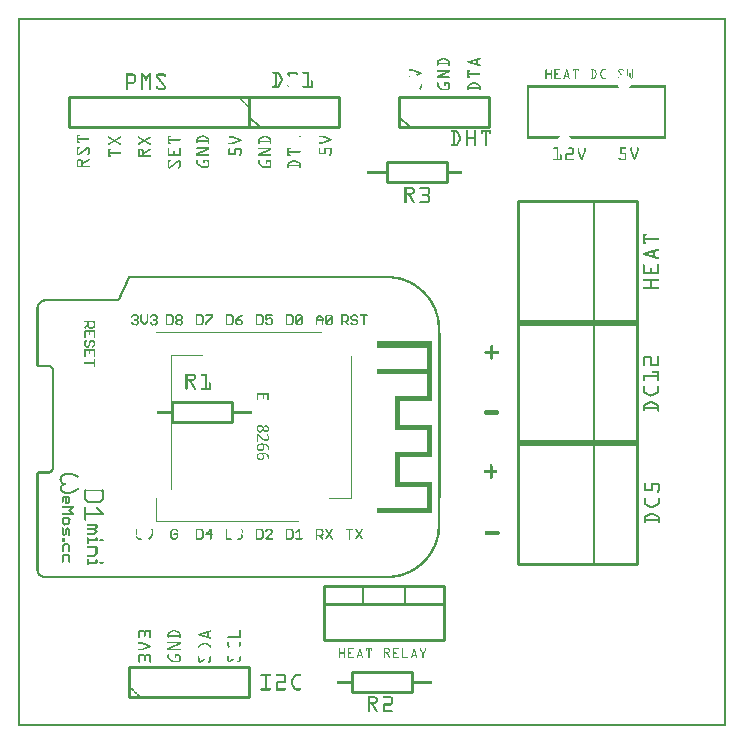
<source format=gto>
G04 MADE WITH FRITZING*
G04 WWW.FRITZING.ORG*
G04 DOUBLE SIDED*
G04 HOLES PLATED*
G04 CONTOUR ON CENTER OF CONTOUR VECTOR*
%ASAXBY*%
%FSLAX23Y23*%
%MOIN*%
%OFA0B0*%
%SFA1.0B1.0*%
%ADD10C,0.010000*%
%ADD11C,0.005000*%
%ADD12C,0.008000*%
%ADD13R,0.001000X0.001000*%
%LNSILK1*%
G90*
G70*
G54D10*
X1022Y467D02*
X1422Y467D01*
D02*
X1422Y467D02*
X1422Y287D01*
D02*
X1422Y287D02*
X1022Y287D01*
D02*
X1022Y287D02*
X1022Y467D01*
D02*
X1022Y467D02*
X1422Y467D01*
D02*
X1422Y467D02*
X1422Y407D01*
D02*
X1422Y407D02*
X1022Y407D01*
D02*
X1022Y407D02*
X1022Y467D01*
G54D11*
D02*
X1152Y467D02*
X1152Y407D01*
D02*
X1292Y467D02*
X1292Y407D01*
G54D12*
D02*
X1700Y2133D02*
X1700Y1962D01*
D02*
X2158Y1962D02*
X2158Y2133D01*
G54D10*
D02*
X772Y2097D02*
X172Y2097D01*
D02*
X172Y2097D02*
X172Y1997D01*
D02*
X172Y1997D02*
X772Y1997D01*
D02*
X772Y1997D02*
X772Y2097D01*
D02*
X772Y1997D02*
X1072Y1997D01*
D02*
X1072Y1997D02*
X1072Y2097D01*
D02*
X1072Y2097D02*
X772Y2097D01*
D02*
X772Y2097D02*
X772Y1997D01*
G54D11*
D02*
X807Y1997D02*
X772Y2032D01*
G54D10*
D02*
X1272Y1997D02*
X1572Y1997D01*
D02*
X1572Y1997D02*
X1572Y2097D01*
D02*
X1572Y2097D02*
X1272Y2097D01*
D02*
X1272Y2097D02*
X1272Y1997D01*
G54D11*
D02*
X1307Y1997D02*
X1272Y2032D01*
G54D10*
D02*
X372Y97D02*
X772Y97D01*
D02*
X772Y97D02*
X772Y197D01*
D02*
X772Y197D02*
X372Y197D01*
D02*
X372Y197D02*
X372Y97D01*
D02*
X1232Y1880D02*
X1432Y1880D01*
D02*
X1432Y1880D02*
X1432Y1814D01*
D02*
X1432Y1814D02*
X1232Y1814D01*
D02*
X1232Y1814D02*
X1232Y1880D01*
D02*
X1313Y114D02*
X1113Y114D01*
D02*
X1113Y114D02*
X1113Y180D01*
D02*
X1113Y180D02*
X1313Y180D01*
D02*
X1313Y180D02*
X1313Y114D01*
D02*
X713Y1014D02*
X513Y1014D01*
D02*
X513Y1014D02*
X513Y1080D01*
D02*
X513Y1080D02*
X713Y1080D01*
D02*
X713Y1080D02*
X713Y1014D01*
D02*
X1667Y1752D02*
X1667Y1342D01*
D02*
X1667Y1342D02*
X2063Y1342D01*
D02*
X2063Y1342D02*
X2063Y1752D01*
D02*
X2063Y1752D02*
X1667Y1752D01*
G54D11*
D02*
X1921Y1342D02*
X1921Y1752D01*
G54D10*
D02*
X1667Y1352D02*
X1667Y942D01*
D02*
X1667Y942D02*
X2063Y942D01*
D02*
X2063Y942D02*
X2063Y1352D01*
D02*
X2063Y1352D02*
X1667Y1352D01*
G54D11*
D02*
X1921Y942D02*
X1921Y1352D01*
G54D10*
D02*
X1667Y952D02*
X1667Y542D01*
D02*
X1667Y542D02*
X2063Y542D01*
D02*
X2063Y542D02*
X2063Y952D01*
D02*
X2063Y952D02*
X1667Y952D01*
G54D11*
D02*
X1921Y542D02*
X1921Y952D01*
G36*
X1196Y711D02*
X1196Y728D01*
X1363Y728D01*
X1363Y799D01*
X1256Y799D01*
X1256Y915D01*
X1363Y915D01*
X1363Y988D01*
X1256Y988D01*
X1256Y1103D01*
X1363Y1103D01*
X1363Y1174D01*
X1196Y1174D01*
X1196Y1191D01*
X1363Y1191D01*
X1363Y1261D01*
X1196Y1261D01*
X1196Y1284D01*
X1380Y1284D01*
X1380Y1086D01*
X1273Y1086D01*
X1273Y1005D01*
X1380Y1005D01*
X1380Y898D01*
X1273Y898D01*
X1273Y816D01*
X1380Y816D01*
X1380Y711D01*
X1196Y711D01*
G37*
D02*
G54D13*
X0Y2362D02*
X2361Y2362D01*
X0Y2361D02*
X2361Y2361D01*
X0Y2360D02*
X2361Y2360D01*
X0Y2359D02*
X2361Y2359D01*
X0Y2358D02*
X2361Y2358D01*
X0Y2357D02*
X2361Y2357D01*
X0Y2356D02*
X2361Y2356D01*
X0Y2355D02*
X2361Y2355D01*
X0Y2354D02*
X7Y2354D01*
X2354Y2354D02*
X2361Y2354D01*
X0Y2353D02*
X7Y2353D01*
X2354Y2353D02*
X2361Y2353D01*
X0Y2352D02*
X7Y2352D01*
X2354Y2352D02*
X2361Y2352D01*
X0Y2351D02*
X7Y2351D01*
X2354Y2351D02*
X2361Y2351D01*
X0Y2350D02*
X7Y2350D01*
X2354Y2350D02*
X2361Y2350D01*
X0Y2349D02*
X7Y2349D01*
X2354Y2349D02*
X2361Y2349D01*
X0Y2348D02*
X7Y2348D01*
X2354Y2348D02*
X2361Y2348D01*
X0Y2347D02*
X7Y2347D01*
X2354Y2347D02*
X2361Y2347D01*
X0Y2346D02*
X7Y2346D01*
X2354Y2346D02*
X2361Y2346D01*
X0Y2345D02*
X7Y2345D01*
X2354Y2345D02*
X2361Y2345D01*
X0Y2344D02*
X7Y2344D01*
X2354Y2344D02*
X2361Y2344D01*
X0Y2343D02*
X7Y2343D01*
X2354Y2343D02*
X2361Y2343D01*
X0Y2342D02*
X7Y2342D01*
X2354Y2342D02*
X2361Y2342D01*
X0Y2341D02*
X7Y2341D01*
X2354Y2341D02*
X2361Y2341D01*
X0Y2340D02*
X7Y2340D01*
X2354Y2340D02*
X2361Y2340D01*
X0Y2339D02*
X7Y2339D01*
X2354Y2339D02*
X2361Y2339D01*
X0Y2338D02*
X7Y2338D01*
X2354Y2338D02*
X2361Y2338D01*
X0Y2337D02*
X7Y2337D01*
X2354Y2337D02*
X2361Y2337D01*
X0Y2336D02*
X7Y2336D01*
X2354Y2336D02*
X2361Y2336D01*
X0Y2335D02*
X7Y2335D01*
X2354Y2335D02*
X2361Y2335D01*
X0Y2334D02*
X7Y2334D01*
X2354Y2334D02*
X2361Y2334D01*
X0Y2333D02*
X7Y2333D01*
X2354Y2333D02*
X2361Y2333D01*
X0Y2332D02*
X7Y2332D01*
X2354Y2332D02*
X2361Y2332D01*
X0Y2331D02*
X7Y2331D01*
X2354Y2331D02*
X2361Y2331D01*
X0Y2330D02*
X7Y2330D01*
X2354Y2330D02*
X2361Y2330D01*
X0Y2329D02*
X7Y2329D01*
X2354Y2329D02*
X2361Y2329D01*
X0Y2328D02*
X7Y2328D01*
X2354Y2328D02*
X2361Y2328D01*
X0Y2327D02*
X7Y2327D01*
X2354Y2327D02*
X2361Y2327D01*
X0Y2326D02*
X7Y2326D01*
X2354Y2326D02*
X2361Y2326D01*
X0Y2325D02*
X7Y2325D01*
X2354Y2325D02*
X2361Y2325D01*
X0Y2324D02*
X7Y2324D01*
X2354Y2324D02*
X2361Y2324D01*
X0Y2323D02*
X7Y2323D01*
X2354Y2323D02*
X2361Y2323D01*
X0Y2322D02*
X7Y2322D01*
X2354Y2322D02*
X2361Y2322D01*
X0Y2321D02*
X7Y2321D01*
X2354Y2321D02*
X2361Y2321D01*
X0Y2320D02*
X7Y2320D01*
X2354Y2320D02*
X2361Y2320D01*
X0Y2319D02*
X7Y2319D01*
X2354Y2319D02*
X2361Y2319D01*
X0Y2318D02*
X7Y2318D01*
X2354Y2318D02*
X2361Y2318D01*
X0Y2317D02*
X7Y2317D01*
X2354Y2317D02*
X2361Y2317D01*
X0Y2316D02*
X7Y2316D01*
X2354Y2316D02*
X2361Y2316D01*
X0Y2315D02*
X7Y2315D01*
X2354Y2315D02*
X2361Y2315D01*
X0Y2314D02*
X7Y2314D01*
X2354Y2314D02*
X2361Y2314D01*
X0Y2313D02*
X7Y2313D01*
X2354Y2313D02*
X2361Y2313D01*
X0Y2312D02*
X7Y2312D01*
X2354Y2312D02*
X2361Y2312D01*
X0Y2311D02*
X7Y2311D01*
X2354Y2311D02*
X2361Y2311D01*
X0Y2310D02*
X7Y2310D01*
X2354Y2310D02*
X2361Y2310D01*
X0Y2309D02*
X7Y2309D01*
X2354Y2309D02*
X2361Y2309D01*
X0Y2308D02*
X7Y2308D01*
X2354Y2308D02*
X2361Y2308D01*
X0Y2307D02*
X7Y2307D01*
X2354Y2307D02*
X2361Y2307D01*
X0Y2306D02*
X7Y2306D01*
X2354Y2306D02*
X2361Y2306D01*
X0Y2305D02*
X7Y2305D01*
X2354Y2305D02*
X2361Y2305D01*
X0Y2304D02*
X7Y2304D01*
X2354Y2304D02*
X2361Y2304D01*
X0Y2303D02*
X7Y2303D01*
X2354Y2303D02*
X2361Y2303D01*
X0Y2302D02*
X7Y2302D01*
X2354Y2302D02*
X2361Y2302D01*
X0Y2301D02*
X7Y2301D01*
X2354Y2301D02*
X2361Y2301D01*
X0Y2300D02*
X7Y2300D01*
X2354Y2300D02*
X2361Y2300D01*
X0Y2299D02*
X7Y2299D01*
X2354Y2299D02*
X2361Y2299D01*
X0Y2298D02*
X7Y2298D01*
X2354Y2298D02*
X2361Y2298D01*
X0Y2297D02*
X7Y2297D01*
X2354Y2297D02*
X2361Y2297D01*
X0Y2296D02*
X7Y2296D01*
X2354Y2296D02*
X2361Y2296D01*
X0Y2295D02*
X7Y2295D01*
X2354Y2295D02*
X2361Y2295D01*
X0Y2294D02*
X7Y2294D01*
X2354Y2294D02*
X2361Y2294D01*
X0Y2293D02*
X7Y2293D01*
X2354Y2293D02*
X2361Y2293D01*
X0Y2292D02*
X7Y2292D01*
X2354Y2292D02*
X2361Y2292D01*
X0Y2291D02*
X7Y2291D01*
X2354Y2291D02*
X2361Y2291D01*
X0Y2290D02*
X7Y2290D01*
X2354Y2290D02*
X2361Y2290D01*
X0Y2289D02*
X7Y2289D01*
X2354Y2289D02*
X2361Y2289D01*
X0Y2288D02*
X7Y2288D01*
X2354Y2288D02*
X2361Y2288D01*
X0Y2287D02*
X7Y2287D01*
X2354Y2287D02*
X2361Y2287D01*
X0Y2286D02*
X7Y2286D01*
X2354Y2286D02*
X2361Y2286D01*
X0Y2285D02*
X7Y2285D01*
X2354Y2285D02*
X2361Y2285D01*
X0Y2284D02*
X7Y2284D01*
X2354Y2284D02*
X2361Y2284D01*
X0Y2283D02*
X7Y2283D01*
X2354Y2283D02*
X2361Y2283D01*
X0Y2282D02*
X7Y2282D01*
X2354Y2282D02*
X2361Y2282D01*
X0Y2281D02*
X7Y2281D01*
X2354Y2281D02*
X2361Y2281D01*
X0Y2280D02*
X7Y2280D01*
X2354Y2280D02*
X2361Y2280D01*
X0Y2279D02*
X7Y2279D01*
X2354Y2279D02*
X2361Y2279D01*
X0Y2278D02*
X7Y2278D01*
X2354Y2278D02*
X2361Y2278D01*
X0Y2277D02*
X7Y2277D01*
X2354Y2277D02*
X2361Y2277D01*
X0Y2276D02*
X7Y2276D01*
X2354Y2276D02*
X2361Y2276D01*
X0Y2275D02*
X7Y2275D01*
X2354Y2275D02*
X2361Y2275D01*
X0Y2274D02*
X7Y2274D01*
X2354Y2274D02*
X2361Y2274D01*
X0Y2273D02*
X7Y2273D01*
X2354Y2273D02*
X2361Y2273D01*
X0Y2272D02*
X7Y2272D01*
X2354Y2272D02*
X2361Y2272D01*
X0Y2271D02*
X7Y2271D01*
X2354Y2271D02*
X2361Y2271D01*
X0Y2270D02*
X7Y2270D01*
X2354Y2270D02*
X2361Y2270D01*
X0Y2269D02*
X7Y2269D01*
X2354Y2269D02*
X2361Y2269D01*
X0Y2268D02*
X7Y2268D01*
X2354Y2268D02*
X2361Y2268D01*
X0Y2267D02*
X7Y2267D01*
X2354Y2267D02*
X2361Y2267D01*
X0Y2266D02*
X7Y2266D01*
X2354Y2266D02*
X2361Y2266D01*
X0Y2265D02*
X7Y2265D01*
X2354Y2265D02*
X2361Y2265D01*
X0Y2264D02*
X7Y2264D01*
X2354Y2264D02*
X2361Y2264D01*
X0Y2263D02*
X7Y2263D01*
X2354Y2263D02*
X2361Y2263D01*
X0Y2262D02*
X7Y2262D01*
X2354Y2262D02*
X2361Y2262D01*
X0Y2261D02*
X7Y2261D01*
X2354Y2261D02*
X2361Y2261D01*
X0Y2260D02*
X7Y2260D01*
X2354Y2260D02*
X2361Y2260D01*
X0Y2259D02*
X7Y2259D01*
X2354Y2259D02*
X2361Y2259D01*
X0Y2258D02*
X7Y2258D01*
X2354Y2258D02*
X2361Y2258D01*
X0Y2257D02*
X7Y2257D01*
X2354Y2257D02*
X2361Y2257D01*
X0Y2256D02*
X7Y2256D01*
X2354Y2256D02*
X2361Y2256D01*
X0Y2255D02*
X7Y2255D01*
X2354Y2255D02*
X2361Y2255D01*
X0Y2254D02*
X7Y2254D01*
X2354Y2254D02*
X2361Y2254D01*
X0Y2253D02*
X7Y2253D01*
X2354Y2253D02*
X2361Y2253D01*
X0Y2252D02*
X7Y2252D01*
X2354Y2252D02*
X2361Y2252D01*
X0Y2251D02*
X7Y2251D01*
X2354Y2251D02*
X2361Y2251D01*
X0Y2250D02*
X7Y2250D01*
X2354Y2250D02*
X2361Y2250D01*
X0Y2249D02*
X7Y2249D01*
X2354Y2249D02*
X2361Y2249D01*
X0Y2248D02*
X7Y2248D01*
X2354Y2248D02*
X2361Y2248D01*
X0Y2247D02*
X7Y2247D01*
X2354Y2247D02*
X2361Y2247D01*
X0Y2246D02*
X7Y2246D01*
X2354Y2246D02*
X2361Y2246D01*
X0Y2245D02*
X7Y2245D01*
X2354Y2245D02*
X2361Y2245D01*
X0Y2244D02*
X7Y2244D01*
X2354Y2244D02*
X2361Y2244D01*
X0Y2243D02*
X7Y2243D01*
X2354Y2243D02*
X2361Y2243D01*
X0Y2242D02*
X7Y2242D01*
X2354Y2242D02*
X2361Y2242D01*
X0Y2241D02*
X7Y2241D01*
X2354Y2241D02*
X2361Y2241D01*
X0Y2240D02*
X7Y2240D01*
X2354Y2240D02*
X2361Y2240D01*
X0Y2239D02*
X7Y2239D01*
X2354Y2239D02*
X2361Y2239D01*
X0Y2238D02*
X7Y2238D01*
X2354Y2238D02*
X2361Y2238D01*
X0Y2237D02*
X7Y2237D01*
X2354Y2237D02*
X2361Y2237D01*
X0Y2236D02*
X7Y2236D01*
X2354Y2236D02*
X2361Y2236D01*
X0Y2235D02*
X7Y2235D01*
X2354Y2235D02*
X2361Y2235D01*
X0Y2234D02*
X7Y2234D01*
X2354Y2234D02*
X2361Y2234D01*
X0Y2233D02*
X7Y2233D01*
X2354Y2233D02*
X2361Y2233D01*
X0Y2232D02*
X7Y2232D01*
X2354Y2232D02*
X2361Y2232D01*
X0Y2231D02*
X7Y2231D01*
X2354Y2231D02*
X2361Y2231D01*
X0Y2230D02*
X7Y2230D01*
X2354Y2230D02*
X2361Y2230D01*
X0Y2229D02*
X7Y2229D01*
X2354Y2229D02*
X2361Y2229D01*
X0Y2228D02*
X7Y2228D01*
X1415Y2228D02*
X1422Y2228D01*
X1537Y2228D02*
X1541Y2228D01*
X2354Y2228D02*
X2361Y2228D01*
X0Y2227D02*
X7Y2227D01*
X1412Y2227D02*
X1424Y2227D01*
X1534Y2227D02*
X1541Y2227D01*
X2354Y2227D02*
X2361Y2227D01*
X0Y2226D02*
X7Y2226D01*
X1410Y2226D02*
X1426Y2226D01*
X1530Y2226D02*
X1542Y2226D01*
X2354Y2226D02*
X2361Y2226D01*
X0Y2225D02*
X7Y2225D01*
X1408Y2225D02*
X1428Y2225D01*
X1527Y2225D02*
X1542Y2225D01*
X2354Y2225D02*
X2361Y2225D01*
X0Y2224D02*
X7Y2224D01*
X1406Y2224D02*
X1430Y2224D01*
X1523Y2224D02*
X1541Y2224D01*
X2354Y2224D02*
X2361Y2224D01*
X0Y2223D02*
X7Y2223D01*
X1404Y2223D02*
X1417Y2223D01*
X1420Y2223D02*
X1432Y2223D01*
X1520Y2223D02*
X1539Y2223D01*
X2354Y2223D02*
X2361Y2223D01*
X0Y2222D02*
X7Y2222D01*
X1402Y2222D02*
X1414Y2222D01*
X1423Y2222D02*
X1434Y2222D01*
X1516Y2222D02*
X1535Y2222D01*
X2354Y2222D02*
X2361Y2222D01*
X0Y2221D02*
X7Y2221D01*
X1401Y2221D02*
X1412Y2221D01*
X1425Y2221D02*
X1436Y2221D01*
X1513Y2221D02*
X1532Y2221D01*
X2354Y2221D02*
X2361Y2221D01*
X0Y2220D02*
X7Y2220D01*
X1399Y2220D02*
X1410Y2220D01*
X1427Y2220D02*
X1437Y2220D01*
X1510Y2220D02*
X1532Y2220D01*
X2354Y2220D02*
X2361Y2220D01*
X0Y2219D02*
X7Y2219D01*
X1399Y2219D02*
X1408Y2219D01*
X1429Y2219D02*
X1438Y2219D01*
X1506Y2219D02*
X1525Y2219D01*
X1527Y2219D02*
X1532Y2219D01*
X2354Y2219D02*
X2361Y2219D01*
X0Y2218D02*
X7Y2218D01*
X1398Y2218D02*
X1406Y2218D01*
X1431Y2218D02*
X1439Y2218D01*
X1503Y2218D02*
X1522Y2218D01*
X1528Y2218D02*
X1532Y2218D01*
X2354Y2218D02*
X2361Y2218D01*
X0Y2217D02*
X7Y2217D01*
X1397Y2217D02*
X1404Y2217D01*
X1433Y2217D02*
X1439Y2217D01*
X1500Y2217D02*
X1518Y2217D01*
X1528Y2217D02*
X1532Y2217D01*
X2354Y2217D02*
X2361Y2217D01*
X0Y2216D02*
X7Y2216D01*
X1397Y2216D02*
X1402Y2216D01*
X1434Y2216D02*
X1439Y2216D01*
X1499Y2216D02*
X1515Y2216D01*
X1528Y2216D02*
X1532Y2216D01*
X2354Y2216D02*
X2361Y2216D01*
X0Y2215D02*
X7Y2215D01*
X1397Y2215D02*
X1402Y2215D01*
X1435Y2215D02*
X1439Y2215D01*
X1499Y2215D02*
X1512Y2215D01*
X1528Y2215D02*
X1532Y2215D01*
X2354Y2215D02*
X2361Y2215D01*
X0Y2214D02*
X7Y2214D01*
X1397Y2214D02*
X1402Y2214D01*
X1435Y2214D02*
X1440Y2214D01*
X1499Y2214D02*
X1514Y2214D01*
X1528Y2214D02*
X1532Y2214D01*
X2354Y2214D02*
X2361Y2214D01*
X0Y2213D02*
X7Y2213D01*
X1397Y2213D02*
X1402Y2213D01*
X1435Y2213D02*
X1440Y2213D01*
X1500Y2213D02*
X1517Y2213D01*
X1528Y2213D02*
X1532Y2213D01*
X2354Y2213D02*
X2361Y2213D01*
X0Y2212D02*
X7Y2212D01*
X1397Y2212D02*
X1440Y2212D01*
X1501Y2212D02*
X1521Y2212D01*
X1528Y2212D02*
X1532Y2212D01*
X2354Y2212D02*
X2361Y2212D01*
X0Y2211D02*
X7Y2211D01*
X1397Y2211D02*
X1440Y2211D01*
X1505Y2211D02*
X1524Y2211D01*
X1528Y2211D02*
X1532Y2211D01*
X2354Y2211D02*
X2361Y2211D01*
X0Y2210D02*
X7Y2210D01*
X1397Y2210D02*
X1440Y2210D01*
X1508Y2210D02*
X1532Y2210D01*
X2354Y2210D02*
X2361Y2210D01*
X0Y2209D02*
X7Y2209D01*
X1397Y2209D02*
X1440Y2209D01*
X1512Y2209D02*
X1532Y2209D01*
X2354Y2209D02*
X2361Y2209D01*
X0Y2208D02*
X7Y2208D01*
X1397Y2208D02*
X1440Y2208D01*
X1515Y2208D02*
X1534Y2208D01*
X2354Y2208D02*
X2361Y2208D01*
X0Y2207D02*
X7Y2207D01*
X1397Y2207D02*
X1440Y2207D01*
X1519Y2207D02*
X1538Y2207D01*
X2354Y2207D02*
X2361Y2207D01*
X0Y2206D02*
X7Y2206D01*
X1397Y2206D02*
X1402Y2206D01*
X1435Y2206D02*
X1440Y2206D01*
X1522Y2206D02*
X1540Y2206D01*
X2354Y2206D02*
X2361Y2206D01*
X0Y2205D02*
X7Y2205D01*
X1397Y2205D02*
X1402Y2205D01*
X1435Y2205D02*
X1440Y2205D01*
X1525Y2205D02*
X1541Y2205D01*
X2354Y2205D02*
X2361Y2205D01*
X0Y2204D02*
X7Y2204D01*
X1397Y2204D02*
X1402Y2204D01*
X1435Y2204D02*
X1440Y2204D01*
X1529Y2204D02*
X1542Y2204D01*
X2354Y2204D02*
X2361Y2204D01*
X0Y2203D02*
X7Y2203D01*
X1397Y2203D02*
X1401Y2203D01*
X1435Y2203D02*
X1439Y2203D01*
X1532Y2203D02*
X1542Y2203D01*
X2354Y2203D02*
X2361Y2203D01*
X0Y2202D02*
X7Y2202D01*
X1398Y2202D02*
X1401Y2202D01*
X1436Y2202D02*
X1439Y2202D01*
X1536Y2202D02*
X1541Y2202D01*
X2354Y2202D02*
X2361Y2202D01*
X0Y2201D02*
X7Y2201D01*
X1399Y2201D02*
X1399Y2201D01*
X1437Y2201D02*
X1437Y2201D01*
X1539Y2201D02*
X1540Y2201D01*
X2354Y2201D02*
X2361Y2201D01*
X0Y2200D02*
X7Y2200D01*
X2354Y2200D02*
X2361Y2200D01*
X0Y2199D02*
X7Y2199D01*
X2354Y2199D02*
X2361Y2199D01*
X0Y2198D02*
X7Y2198D01*
X2354Y2198D02*
X2361Y2198D01*
X0Y2197D02*
X7Y2197D01*
X2354Y2197D02*
X2361Y2197D01*
X0Y2196D02*
X7Y2196D01*
X2354Y2196D02*
X2361Y2196D01*
X0Y2195D02*
X7Y2195D01*
X2354Y2195D02*
X2361Y2195D01*
X0Y2194D02*
X7Y2194D01*
X2354Y2194D02*
X2361Y2194D01*
X0Y2193D02*
X7Y2193D01*
X2354Y2193D02*
X2361Y2193D01*
X0Y2192D02*
X7Y2192D01*
X2354Y2192D02*
X2361Y2192D01*
X0Y2191D02*
X7Y2191D01*
X2354Y2191D02*
X2361Y2191D01*
X0Y2190D02*
X7Y2190D01*
X1305Y2190D02*
X1317Y2190D01*
X1760Y2190D02*
X1762Y2190D01*
X1776Y2190D02*
X1778Y2190D01*
X1789Y2190D02*
X1808Y2190D01*
X1828Y2190D02*
X1830Y2190D01*
X1850Y2190D02*
X1869Y2190D01*
X1910Y2190D02*
X1921Y2190D01*
X1948Y2190D02*
X1959Y2190D01*
X2003Y2190D02*
X2017Y2190D01*
X2031Y2190D02*
X2033Y2190D01*
X2047Y2190D02*
X2049Y2190D01*
X2354Y2190D02*
X2361Y2190D01*
X0Y2189D02*
X7Y2189D01*
X1304Y2189D02*
X1320Y2189D01*
X1759Y2189D02*
X1762Y2189D01*
X1776Y2189D02*
X1779Y2189D01*
X1789Y2189D02*
X1809Y2189D01*
X1828Y2189D02*
X1831Y2189D01*
X1850Y2189D02*
X1869Y2189D01*
X1910Y2189D02*
X1923Y2189D01*
X1946Y2189D02*
X1960Y2189D01*
X2001Y2189D02*
X2018Y2189D01*
X2030Y2189D02*
X2033Y2189D01*
X2047Y2189D02*
X2050Y2189D01*
X2354Y2189D02*
X2361Y2189D01*
X0Y2188D02*
X7Y2188D01*
X1304Y2188D02*
X1323Y2188D01*
X1398Y2188D02*
X1439Y2188D01*
X1499Y2188D02*
X1507Y2188D01*
X1759Y2188D02*
X1762Y2188D01*
X1776Y2188D02*
X1779Y2188D01*
X1789Y2188D02*
X1809Y2188D01*
X1827Y2188D02*
X1831Y2188D01*
X1850Y2188D02*
X1869Y2188D01*
X1910Y2188D02*
X1924Y2188D01*
X1946Y2188D02*
X1960Y2188D01*
X2001Y2188D02*
X2019Y2188D01*
X2030Y2188D02*
X2034Y2188D01*
X2047Y2188D02*
X2050Y2188D01*
X2354Y2188D02*
X2361Y2188D01*
X0Y2187D02*
X7Y2187D01*
X1304Y2187D02*
X1325Y2187D01*
X1397Y2187D02*
X1440Y2187D01*
X1499Y2187D02*
X1508Y2187D01*
X1759Y2187D02*
X1762Y2187D01*
X1776Y2187D02*
X1779Y2187D01*
X1789Y2187D02*
X1808Y2187D01*
X1827Y2187D02*
X1831Y2187D01*
X1850Y2187D02*
X1869Y2187D01*
X1911Y2187D02*
X1924Y2187D01*
X1945Y2187D02*
X1959Y2187D01*
X2000Y2187D02*
X2020Y2187D01*
X2030Y2187D02*
X2034Y2187D01*
X2047Y2187D02*
X2050Y2187D01*
X2354Y2187D02*
X2361Y2187D01*
X0Y2186D02*
X7Y2186D01*
X1304Y2186D02*
X1328Y2186D01*
X1397Y2186D02*
X1440Y2186D01*
X1499Y2186D02*
X1508Y2186D01*
X1759Y2186D02*
X1762Y2186D01*
X1776Y2186D02*
X1779Y2186D01*
X1789Y2186D02*
X1793Y2186D01*
X1827Y2186D02*
X1832Y2186D01*
X1850Y2186D02*
X1853Y2186D01*
X1858Y2186D02*
X1861Y2186D01*
X1866Y2186D02*
X1869Y2186D01*
X1914Y2186D02*
X1917Y2186D01*
X1921Y2186D02*
X1925Y2186D01*
X1945Y2186D02*
X1949Y2186D01*
X2000Y2186D02*
X2003Y2186D01*
X2016Y2186D02*
X2020Y2186D01*
X2030Y2186D02*
X2034Y2186D01*
X2047Y2186D02*
X2050Y2186D01*
X2354Y2186D02*
X2361Y2186D01*
X0Y2185D02*
X7Y2185D01*
X1316Y2185D02*
X1330Y2185D01*
X1397Y2185D02*
X1440Y2185D01*
X1499Y2185D02*
X1508Y2185D01*
X1759Y2185D02*
X1762Y2185D01*
X1776Y2185D02*
X1779Y2185D01*
X1789Y2185D02*
X1793Y2185D01*
X1827Y2185D02*
X1832Y2185D01*
X1850Y2185D02*
X1853Y2185D01*
X1858Y2185D02*
X1861Y2185D01*
X1866Y2185D02*
X1869Y2185D01*
X1914Y2185D02*
X1917Y2185D01*
X1922Y2185D02*
X1925Y2185D01*
X1944Y2185D02*
X1948Y2185D01*
X2000Y2185D02*
X2004Y2185D01*
X2017Y2185D02*
X2020Y2185D01*
X2030Y2185D02*
X2034Y2185D01*
X2047Y2185D02*
X2050Y2185D01*
X2354Y2185D02*
X2361Y2185D01*
X0Y2184D02*
X7Y2184D01*
X1318Y2184D02*
X1333Y2184D01*
X1397Y2184D02*
X1440Y2184D01*
X1499Y2184D02*
X1508Y2184D01*
X1759Y2184D02*
X1762Y2184D01*
X1776Y2184D02*
X1779Y2184D01*
X1789Y2184D02*
X1793Y2184D01*
X1826Y2184D02*
X1832Y2184D01*
X1850Y2184D02*
X1852Y2184D01*
X1858Y2184D02*
X1861Y2184D01*
X1866Y2184D02*
X1869Y2184D01*
X1914Y2184D02*
X1917Y2184D01*
X1922Y2184D02*
X1926Y2184D01*
X1944Y2184D02*
X1947Y2184D01*
X2001Y2184D02*
X2005Y2184D01*
X2017Y2184D02*
X2020Y2184D01*
X2030Y2184D02*
X2034Y2184D01*
X2047Y2184D02*
X2050Y2184D01*
X2354Y2184D02*
X2361Y2184D01*
X0Y2183D02*
X7Y2183D01*
X1321Y2183D02*
X1335Y2183D01*
X1399Y2183D02*
X1440Y2183D01*
X1499Y2183D02*
X1507Y2183D01*
X1759Y2183D02*
X1762Y2183D01*
X1776Y2183D02*
X1779Y2183D01*
X1789Y2183D02*
X1793Y2183D01*
X1826Y2183D02*
X1833Y2183D01*
X1858Y2183D02*
X1861Y2183D01*
X1914Y2183D02*
X1917Y2183D01*
X1923Y2183D02*
X1926Y2183D01*
X1943Y2183D02*
X1947Y2183D01*
X2001Y2183D02*
X2006Y2183D01*
X2030Y2183D02*
X2034Y2183D01*
X2047Y2183D02*
X2050Y2183D01*
X2354Y2183D02*
X2361Y2183D01*
X0Y2182D02*
X7Y2182D01*
X850Y2182D02*
X868Y2182D01*
X903Y2182D02*
X927Y2182D01*
X950Y2182D02*
X969Y2182D01*
X1323Y2182D02*
X1338Y2182D01*
X1429Y2182D02*
X1440Y2182D01*
X1499Y2182D02*
X1504Y2182D01*
X1759Y2182D02*
X1762Y2182D01*
X1776Y2182D02*
X1779Y2182D01*
X1789Y2182D02*
X1793Y2182D01*
X1826Y2182D02*
X1833Y2182D01*
X1858Y2182D02*
X1861Y2182D01*
X1914Y2182D02*
X1917Y2182D01*
X1923Y2182D02*
X1927Y2182D01*
X1943Y2182D02*
X1946Y2182D01*
X2002Y2182D02*
X2006Y2182D01*
X2030Y2182D02*
X2034Y2182D01*
X2047Y2182D02*
X2050Y2182D01*
X2354Y2182D02*
X2361Y2182D01*
X0Y2181D02*
X7Y2181D01*
X849Y2181D02*
X870Y2181D01*
X902Y2181D02*
X928Y2181D01*
X950Y2181D02*
X969Y2181D01*
X1326Y2181D02*
X1341Y2181D01*
X1427Y2181D02*
X1439Y2181D01*
X1499Y2181D02*
X1504Y2181D01*
X1759Y2181D02*
X1762Y2181D01*
X1776Y2181D02*
X1779Y2181D01*
X1789Y2181D02*
X1793Y2181D01*
X1825Y2181D02*
X1833Y2181D01*
X1858Y2181D02*
X1861Y2181D01*
X1914Y2181D02*
X1917Y2181D01*
X1924Y2181D02*
X1927Y2181D01*
X1942Y2181D02*
X1946Y2181D01*
X2003Y2181D02*
X2007Y2181D01*
X2030Y2181D02*
X2034Y2181D01*
X2047Y2181D02*
X2050Y2181D01*
X2354Y2181D02*
X2361Y2181D01*
X0Y2180D02*
X7Y2180D01*
X849Y2180D02*
X871Y2180D01*
X901Y2180D02*
X930Y2180D01*
X949Y2180D02*
X969Y2180D01*
X1328Y2180D02*
X1343Y2180D01*
X1424Y2180D02*
X1438Y2180D01*
X1499Y2180D02*
X1504Y2180D01*
X1759Y2180D02*
X1762Y2180D01*
X1776Y2180D02*
X1779Y2180D01*
X1789Y2180D02*
X1793Y2180D01*
X1825Y2180D02*
X1828Y2180D01*
X1830Y2180D02*
X1834Y2180D01*
X1858Y2180D02*
X1861Y2180D01*
X1914Y2180D02*
X1917Y2180D01*
X1924Y2180D02*
X1928Y2180D01*
X1942Y2180D02*
X1945Y2180D01*
X2004Y2180D02*
X2008Y2180D01*
X2030Y2180D02*
X2034Y2180D01*
X2040Y2180D02*
X2040Y2180D01*
X2047Y2180D02*
X2050Y2180D01*
X2354Y2180D02*
X2361Y2180D01*
X0Y2179D02*
X7Y2179D01*
X849Y2179D02*
X872Y2179D01*
X900Y2179D02*
X930Y2179D01*
X949Y2179D02*
X969Y2179D01*
X1331Y2179D02*
X1345Y2179D01*
X1422Y2179D02*
X1435Y2179D01*
X1499Y2179D02*
X1504Y2179D01*
X1759Y2179D02*
X1762Y2179D01*
X1776Y2179D02*
X1779Y2179D01*
X1789Y2179D02*
X1793Y2179D01*
X1825Y2179D02*
X1828Y2179D01*
X1830Y2179D02*
X1834Y2179D01*
X1858Y2179D02*
X1861Y2179D01*
X1914Y2179D02*
X1917Y2179D01*
X1925Y2179D02*
X1928Y2179D01*
X1941Y2179D02*
X1945Y2179D01*
X2004Y2179D02*
X2009Y2179D01*
X2030Y2179D02*
X2034Y2179D01*
X2039Y2179D02*
X2041Y2179D01*
X2047Y2179D02*
X2050Y2179D01*
X2354Y2179D02*
X2361Y2179D01*
X0Y2178D02*
X7Y2178D01*
X849Y2178D02*
X873Y2178D01*
X899Y2178D02*
X931Y2178D01*
X949Y2178D02*
X969Y2178D01*
X1334Y2178D02*
X1346Y2178D01*
X1420Y2178D02*
X1433Y2178D01*
X1499Y2178D02*
X1504Y2178D01*
X1759Y2178D02*
X1762Y2178D01*
X1776Y2178D02*
X1779Y2178D01*
X1789Y2178D02*
X1793Y2178D01*
X1825Y2178D02*
X1828Y2178D01*
X1831Y2178D02*
X1834Y2178D01*
X1858Y2178D02*
X1861Y2178D01*
X1914Y2178D02*
X1917Y2178D01*
X1925Y2178D02*
X1929Y2178D01*
X1941Y2178D02*
X1944Y2178D01*
X2005Y2178D02*
X2009Y2178D01*
X2030Y2178D02*
X2034Y2178D01*
X2039Y2178D02*
X2042Y2178D01*
X2047Y2178D02*
X2050Y2178D01*
X2354Y2178D02*
X2361Y2178D01*
X0Y2177D02*
X7Y2177D01*
X850Y2177D02*
X873Y2177D01*
X899Y2177D02*
X932Y2177D01*
X950Y2177D02*
X969Y2177D01*
X1336Y2177D02*
X1346Y2177D01*
X1418Y2177D02*
X1431Y2177D01*
X1499Y2177D02*
X1540Y2177D01*
X1759Y2177D02*
X1762Y2177D01*
X1776Y2177D02*
X1779Y2177D01*
X1789Y2177D02*
X1793Y2177D01*
X1824Y2177D02*
X1828Y2177D01*
X1831Y2177D02*
X1834Y2177D01*
X1858Y2177D02*
X1861Y2177D01*
X1914Y2177D02*
X1917Y2177D01*
X1926Y2177D02*
X1929Y2177D01*
X1940Y2177D02*
X1944Y2177D01*
X2006Y2177D02*
X2010Y2177D01*
X2030Y2177D02*
X2034Y2177D01*
X2039Y2177D02*
X2042Y2177D01*
X2047Y2177D02*
X2050Y2177D01*
X2354Y2177D02*
X2361Y2177D01*
X0Y2176D02*
X7Y2176D01*
X360Y2176D02*
X384Y2176D01*
X411Y2176D02*
X418Y2176D01*
X436Y2176D02*
X444Y2176D01*
X467Y2176D02*
X486Y2176D01*
X851Y2176D02*
X874Y2176D01*
X899Y2176D02*
X932Y2176D01*
X951Y2176D02*
X969Y2176D01*
X1334Y2176D02*
X1346Y2176D01*
X1415Y2176D02*
X1428Y2176D01*
X1499Y2176D02*
X1541Y2176D01*
X1759Y2176D02*
X1779Y2176D01*
X1789Y2176D02*
X1800Y2176D01*
X1824Y2176D02*
X1827Y2176D01*
X1831Y2176D02*
X1835Y2176D01*
X1858Y2176D02*
X1861Y2176D01*
X1914Y2176D02*
X1917Y2176D01*
X1926Y2176D02*
X1929Y2176D01*
X1940Y2176D02*
X1943Y2176D01*
X2007Y2176D02*
X2011Y2176D01*
X2030Y2176D02*
X2034Y2176D01*
X2039Y2176D02*
X2042Y2176D01*
X2047Y2176D02*
X2050Y2176D01*
X2354Y2176D02*
X2361Y2176D01*
X0Y2175D02*
X7Y2175D01*
X360Y2175D02*
X388Y2175D01*
X410Y2175D02*
X419Y2175D01*
X435Y2175D02*
X444Y2175D01*
X464Y2175D02*
X489Y2175D01*
X856Y2175D02*
X862Y2175D01*
X867Y2175D02*
X874Y2175D01*
X899Y2175D02*
X905Y2175D01*
X926Y2175D02*
X932Y2175D01*
X963Y2175D02*
X969Y2175D01*
X1332Y2175D02*
X1345Y2175D01*
X1413Y2175D02*
X1426Y2175D01*
X1499Y2175D02*
X1542Y2175D01*
X1759Y2175D02*
X1779Y2175D01*
X1789Y2175D02*
X1801Y2175D01*
X1824Y2175D02*
X1827Y2175D01*
X1832Y2175D02*
X1835Y2175D01*
X1858Y2175D02*
X1861Y2175D01*
X1914Y2175D02*
X1917Y2175D01*
X1926Y2175D02*
X1930Y2175D01*
X1940Y2175D02*
X1943Y2175D01*
X2007Y2175D02*
X2012Y2175D01*
X2030Y2175D02*
X2034Y2175D01*
X2039Y2175D02*
X2042Y2175D01*
X2047Y2175D02*
X2050Y2175D01*
X2354Y2175D02*
X2361Y2175D01*
X0Y2174D02*
X7Y2174D01*
X360Y2174D02*
X389Y2174D01*
X410Y2174D02*
X420Y2174D01*
X435Y2174D02*
X444Y2174D01*
X463Y2174D02*
X490Y2174D01*
X856Y2174D02*
X862Y2174D01*
X868Y2174D02*
X875Y2174D01*
X899Y2174D02*
X905Y2174D01*
X926Y2174D02*
X932Y2174D01*
X963Y2174D02*
X969Y2174D01*
X1329Y2174D02*
X1344Y2174D01*
X1411Y2174D02*
X1424Y2174D01*
X1499Y2174D02*
X1542Y2174D01*
X1759Y2174D02*
X1779Y2174D01*
X1789Y2174D02*
X1801Y2174D01*
X1823Y2174D02*
X1827Y2174D01*
X1832Y2174D02*
X1835Y2174D01*
X1858Y2174D02*
X1861Y2174D01*
X1914Y2174D02*
X1917Y2174D01*
X1926Y2174D02*
X1930Y2174D01*
X1940Y2174D02*
X1943Y2174D01*
X2008Y2174D02*
X2013Y2174D01*
X2030Y2174D02*
X2034Y2174D01*
X2039Y2174D02*
X2042Y2174D01*
X2047Y2174D02*
X2050Y2174D01*
X2354Y2174D02*
X2361Y2174D01*
X0Y2173D02*
X7Y2173D01*
X360Y2173D02*
X391Y2173D01*
X410Y2173D02*
X420Y2173D01*
X434Y2173D02*
X444Y2173D01*
X462Y2173D02*
X492Y2173D01*
X856Y2173D02*
X862Y2173D01*
X868Y2173D02*
X875Y2173D01*
X899Y2173D02*
X906Y2173D01*
X926Y2173D02*
X932Y2173D01*
X963Y2173D02*
X969Y2173D01*
X1327Y2173D02*
X1341Y2173D01*
X1408Y2173D02*
X1422Y2173D01*
X1499Y2173D02*
X1541Y2173D01*
X1759Y2173D02*
X1779Y2173D01*
X1789Y2173D02*
X1800Y2173D01*
X1823Y2173D02*
X1826Y2173D01*
X1832Y2173D02*
X1836Y2173D01*
X1858Y2173D02*
X1861Y2173D01*
X1914Y2173D02*
X1917Y2173D01*
X1926Y2173D02*
X1929Y2173D01*
X1940Y2173D02*
X1943Y2173D01*
X2009Y2173D02*
X2013Y2173D01*
X2030Y2173D02*
X2034Y2173D01*
X2039Y2173D02*
X2042Y2173D01*
X2047Y2173D02*
X2050Y2173D01*
X2354Y2173D02*
X2361Y2173D01*
X0Y2172D02*
X7Y2172D01*
X360Y2172D02*
X391Y2172D01*
X410Y2172D02*
X421Y2172D01*
X433Y2172D02*
X444Y2172D01*
X461Y2172D02*
X492Y2172D01*
X856Y2172D02*
X862Y2172D01*
X869Y2172D02*
X876Y2172D01*
X899Y2172D02*
X907Y2172D01*
X927Y2172D02*
X932Y2172D01*
X963Y2172D02*
X969Y2172D01*
X1326Y2172D02*
X1339Y2172D01*
X1406Y2172D02*
X1419Y2172D01*
X1499Y2172D02*
X1540Y2172D01*
X1759Y2172D02*
X1762Y2172D01*
X1776Y2172D02*
X1779Y2172D01*
X1789Y2172D02*
X1793Y2172D01*
X1823Y2172D02*
X1826Y2172D01*
X1832Y2172D02*
X1836Y2172D01*
X1858Y2172D02*
X1861Y2172D01*
X1914Y2172D02*
X1917Y2172D01*
X1926Y2172D02*
X1929Y2172D01*
X1940Y2172D02*
X1944Y2172D01*
X2010Y2172D02*
X2014Y2172D01*
X2030Y2172D02*
X2034Y2172D01*
X2039Y2172D02*
X2042Y2172D01*
X2047Y2172D02*
X2050Y2172D01*
X2354Y2172D02*
X2361Y2172D01*
X0Y2171D02*
X7Y2171D01*
X360Y2171D02*
X392Y2171D01*
X410Y2171D02*
X422Y2171D01*
X433Y2171D02*
X444Y2171D01*
X461Y2171D02*
X493Y2171D01*
X856Y2171D02*
X862Y2171D01*
X870Y2171D02*
X876Y2171D01*
X900Y2171D02*
X908Y2171D01*
X929Y2171D02*
X931Y2171D01*
X963Y2171D02*
X969Y2171D01*
X1329Y2171D02*
X1336Y2171D01*
X1404Y2171D02*
X1417Y2171D01*
X1499Y2171D02*
X1504Y2171D01*
X1759Y2171D02*
X1762Y2171D01*
X1776Y2171D02*
X1779Y2171D01*
X1789Y2171D02*
X1793Y2171D01*
X1822Y2171D02*
X1826Y2171D01*
X1833Y2171D02*
X1836Y2171D01*
X1858Y2171D02*
X1861Y2171D01*
X1914Y2171D02*
X1917Y2171D01*
X1925Y2171D02*
X1929Y2171D01*
X1941Y2171D02*
X1944Y2171D01*
X2011Y2171D02*
X2014Y2171D01*
X2030Y2171D02*
X2034Y2171D01*
X2039Y2171D02*
X2042Y2171D01*
X2047Y2171D02*
X2050Y2171D01*
X2354Y2171D02*
X2361Y2171D01*
X0Y2170D02*
X7Y2170D01*
X360Y2170D02*
X393Y2170D01*
X410Y2170D02*
X422Y2170D01*
X432Y2170D02*
X444Y2170D01*
X461Y2170D02*
X493Y2170D01*
X856Y2170D02*
X862Y2170D01*
X870Y2170D02*
X877Y2170D01*
X900Y2170D02*
X908Y2170D01*
X963Y2170D02*
X969Y2170D01*
X1332Y2170D02*
X1334Y2170D01*
X1402Y2170D02*
X1415Y2170D01*
X1499Y2170D02*
X1504Y2170D01*
X1759Y2170D02*
X1762Y2170D01*
X1776Y2170D02*
X1779Y2170D01*
X1789Y2170D02*
X1793Y2170D01*
X1822Y2170D02*
X1826Y2170D01*
X1833Y2170D02*
X1836Y2170D01*
X1858Y2170D02*
X1861Y2170D01*
X1914Y2170D02*
X1917Y2170D01*
X1925Y2170D02*
X1928Y2170D01*
X1941Y2170D02*
X1945Y2170D01*
X2011Y2170D02*
X2011Y2170D01*
X2032Y2170D02*
X2034Y2170D01*
X2039Y2170D02*
X2042Y2170D01*
X2047Y2170D02*
X2050Y2170D01*
X2354Y2170D02*
X2361Y2170D01*
X0Y2169D02*
X7Y2169D01*
X360Y2169D02*
X367Y2169D01*
X385Y2169D02*
X393Y2169D01*
X410Y2169D02*
X423Y2169D01*
X431Y2169D02*
X444Y2169D01*
X461Y2169D02*
X467Y2169D01*
X486Y2169D02*
X494Y2169D01*
X856Y2169D02*
X862Y2169D01*
X871Y2169D02*
X877Y2169D01*
X901Y2169D02*
X909Y2169D01*
X963Y2169D02*
X969Y2169D01*
X1399Y2169D02*
X1413Y2169D01*
X1499Y2169D02*
X1504Y2169D01*
X1759Y2169D02*
X1762Y2169D01*
X1776Y2169D02*
X1779Y2169D01*
X1789Y2169D02*
X1793Y2169D01*
X1822Y2169D02*
X1837Y2169D01*
X1858Y2169D02*
X1861Y2169D01*
X1914Y2169D02*
X1917Y2169D01*
X1924Y2169D02*
X1928Y2169D01*
X1942Y2169D02*
X1945Y2169D01*
X2034Y2169D02*
X2034Y2169D01*
X2039Y2169D02*
X2042Y2169D01*
X2047Y2169D02*
X2050Y2169D01*
X2354Y2169D02*
X2361Y2169D01*
X0Y2168D02*
X7Y2168D01*
X360Y2168D02*
X366Y2168D01*
X387Y2168D02*
X393Y2168D01*
X410Y2168D02*
X424Y2168D01*
X430Y2168D02*
X444Y2168D01*
X461Y2168D02*
X467Y2168D01*
X488Y2168D02*
X494Y2168D01*
X856Y2168D02*
X862Y2168D01*
X871Y2168D02*
X878Y2168D01*
X902Y2168D02*
X907Y2168D01*
X963Y2168D02*
X969Y2168D01*
X1305Y2168D02*
X1307Y2168D01*
X1397Y2168D02*
X1410Y2168D01*
X1499Y2168D02*
X1504Y2168D01*
X1759Y2168D02*
X1762Y2168D01*
X1776Y2168D02*
X1779Y2168D01*
X1789Y2168D02*
X1793Y2168D01*
X1822Y2168D02*
X1837Y2168D01*
X1858Y2168D02*
X1861Y2168D01*
X1914Y2168D02*
X1917Y2168D01*
X1924Y2168D02*
X1927Y2168D01*
X1942Y2168D02*
X1946Y2168D01*
X2039Y2168D02*
X2042Y2168D01*
X2047Y2168D02*
X2050Y2168D01*
X2354Y2168D02*
X2361Y2168D01*
X0Y2167D02*
X7Y2167D01*
X360Y2167D02*
X366Y2167D01*
X387Y2167D02*
X394Y2167D01*
X410Y2167D02*
X424Y2167D01*
X430Y2167D02*
X444Y2167D01*
X461Y2167D02*
X467Y2167D01*
X488Y2167D02*
X494Y2167D01*
X856Y2167D02*
X862Y2167D01*
X872Y2167D02*
X878Y2167D01*
X903Y2167D02*
X906Y2167D01*
X963Y2167D02*
X969Y2167D01*
X1304Y2167D02*
X1306Y2167D01*
X1397Y2167D02*
X1408Y2167D01*
X1499Y2167D02*
X1504Y2167D01*
X1759Y2167D02*
X1762Y2167D01*
X1776Y2167D02*
X1779Y2167D01*
X1789Y2167D02*
X1793Y2167D01*
X1821Y2167D02*
X1837Y2167D01*
X1858Y2167D02*
X1861Y2167D01*
X1914Y2167D02*
X1917Y2167D01*
X1923Y2167D02*
X1927Y2167D01*
X1943Y2167D02*
X1946Y2167D01*
X2039Y2167D02*
X2042Y2167D01*
X2047Y2167D02*
X2050Y2167D01*
X2354Y2167D02*
X2361Y2167D01*
X0Y2166D02*
X7Y2166D01*
X360Y2166D02*
X366Y2166D01*
X388Y2166D02*
X394Y2166D01*
X410Y2166D02*
X425Y2166D01*
X429Y2166D02*
X444Y2166D01*
X461Y2166D02*
X468Y2166D01*
X488Y2166D02*
X494Y2166D01*
X856Y2166D02*
X862Y2166D01*
X872Y2166D02*
X879Y2166D01*
X904Y2166D02*
X905Y2166D01*
X963Y2166D02*
X969Y2166D01*
X1304Y2166D02*
X1305Y2166D01*
X1397Y2166D02*
X1437Y2166D01*
X1499Y2166D02*
X1506Y2166D01*
X1759Y2166D02*
X1762Y2166D01*
X1776Y2166D02*
X1779Y2166D01*
X1789Y2166D02*
X1793Y2166D01*
X1821Y2166D02*
X1838Y2166D01*
X1858Y2166D02*
X1861Y2166D01*
X1914Y2166D02*
X1917Y2166D01*
X1923Y2166D02*
X1926Y2166D01*
X1943Y2166D02*
X1947Y2166D01*
X2039Y2166D02*
X2042Y2166D01*
X2047Y2166D02*
X2050Y2166D01*
X2354Y2166D02*
X2361Y2166D01*
X0Y2165D02*
X7Y2165D01*
X360Y2165D02*
X366Y2165D01*
X388Y2165D02*
X394Y2165D01*
X410Y2165D02*
X416Y2165D01*
X418Y2165D02*
X426Y2165D01*
X428Y2165D02*
X436Y2165D01*
X438Y2165D02*
X444Y2165D01*
X461Y2165D02*
X469Y2165D01*
X489Y2165D02*
X494Y2165D01*
X856Y2165D02*
X862Y2165D01*
X873Y2165D02*
X879Y2165D01*
X904Y2165D02*
X904Y2165D01*
X963Y2165D02*
X969Y2165D01*
X1304Y2165D02*
X1304Y2165D01*
X1397Y2165D02*
X1439Y2165D01*
X1499Y2165D02*
X1508Y2165D01*
X1759Y2165D02*
X1762Y2165D01*
X1776Y2165D02*
X1779Y2165D01*
X1789Y2165D02*
X1793Y2165D01*
X1821Y2165D02*
X1824Y2165D01*
X1834Y2165D02*
X1838Y2165D01*
X1858Y2165D02*
X1861Y2165D01*
X1914Y2165D02*
X1917Y2165D01*
X1922Y2165D02*
X1926Y2165D01*
X1944Y2165D02*
X1947Y2165D01*
X2001Y2165D02*
X2003Y2165D01*
X2040Y2165D02*
X2042Y2165D01*
X2047Y2165D02*
X2050Y2165D01*
X2354Y2165D02*
X2361Y2165D01*
X0Y2164D02*
X7Y2164D01*
X360Y2164D02*
X366Y2164D01*
X388Y2164D02*
X394Y2164D01*
X410Y2164D02*
X416Y2164D01*
X419Y2164D02*
X435Y2164D01*
X438Y2164D02*
X444Y2164D01*
X462Y2164D02*
X470Y2164D01*
X489Y2164D02*
X493Y2164D01*
X856Y2164D02*
X862Y2164D01*
X873Y2164D02*
X880Y2164D01*
X963Y2164D02*
X969Y2164D01*
X1397Y2164D02*
X1439Y2164D01*
X1499Y2164D02*
X1508Y2164D01*
X1759Y2164D02*
X1762Y2164D01*
X1776Y2164D02*
X1779Y2164D01*
X1789Y2164D02*
X1793Y2164D01*
X1820Y2164D02*
X1824Y2164D01*
X1835Y2164D02*
X1838Y2164D01*
X1858Y2164D02*
X1861Y2164D01*
X1914Y2164D02*
X1917Y2164D01*
X1922Y2164D02*
X1925Y2164D01*
X1944Y2164D02*
X1948Y2164D01*
X2000Y2164D02*
X2003Y2164D01*
X2040Y2164D02*
X2042Y2164D01*
X2047Y2164D02*
X2050Y2164D01*
X2354Y2164D02*
X2361Y2164D01*
X0Y2163D02*
X7Y2163D01*
X360Y2163D02*
X366Y2163D01*
X388Y2163D02*
X394Y2163D01*
X410Y2163D02*
X416Y2163D01*
X420Y2163D02*
X434Y2163D01*
X438Y2163D02*
X444Y2163D01*
X462Y2163D02*
X470Y2163D01*
X856Y2163D02*
X862Y2163D01*
X874Y2163D02*
X880Y2163D01*
X963Y2163D02*
X969Y2163D01*
X1397Y2163D02*
X1439Y2163D01*
X1499Y2163D02*
X1508Y2163D01*
X1759Y2163D02*
X1762Y2163D01*
X1776Y2163D02*
X1779Y2163D01*
X1789Y2163D02*
X1793Y2163D01*
X1820Y2163D02*
X1823Y2163D01*
X1835Y2163D02*
X1838Y2163D01*
X1858Y2163D02*
X1861Y2163D01*
X1914Y2163D02*
X1917Y2163D01*
X1921Y2163D02*
X1925Y2163D01*
X1945Y2163D02*
X1949Y2163D01*
X2000Y2163D02*
X2002Y2163D01*
X2041Y2163D02*
X2043Y2163D01*
X2046Y2163D02*
X2050Y2163D01*
X2354Y2163D02*
X2361Y2163D01*
X0Y2162D02*
X7Y2162D01*
X360Y2162D02*
X366Y2162D01*
X388Y2162D02*
X394Y2162D01*
X410Y2162D02*
X416Y2162D01*
X420Y2162D02*
X434Y2162D01*
X438Y2162D02*
X444Y2162D01*
X463Y2162D02*
X471Y2162D01*
X856Y2162D02*
X862Y2162D01*
X874Y2162D02*
X881Y2162D01*
X963Y2162D02*
X969Y2162D01*
X1397Y2162D02*
X1439Y2162D01*
X1499Y2162D02*
X1508Y2162D01*
X1759Y2162D02*
X1762Y2162D01*
X1776Y2162D02*
X1779Y2162D01*
X1789Y2162D02*
X1808Y2162D01*
X1820Y2162D02*
X1823Y2162D01*
X1835Y2162D02*
X1839Y2162D01*
X1858Y2162D02*
X1861Y2162D01*
X1911Y2162D02*
X1924Y2162D01*
X1945Y2162D02*
X1959Y2162D01*
X2001Y2162D02*
X2001Y2162D01*
X2042Y2162D02*
X2049Y2162D01*
X2354Y2162D02*
X2361Y2162D01*
X0Y2161D02*
X7Y2161D01*
X360Y2161D02*
X366Y2161D01*
X388Y2161D02*
X394Y2161D01*
X410Y2161D02*
X416Y2161D01*
X421Y2161D02*
X433Y2161D01*
X438Y2161D02*
X444Y2161D01*
X464Y2161D02*
X472Y2161D01*
X856Y2161D02*
X862Y2161D01*
X875Y2161D02*
X881Y2161D01*
X963Y2161D02*
X969Y2161D01*
X1397Y2161D02*
X1438Y2161D01*
X1499Y2161D02*
X1507Y2161D01*
X1759Y2161D02*
X1762Y2161D01*
X1776Y2161D02*
X1779Y2161D01*
X1789Y2161D02*
X1809Y2161D01*
X1820Y2161D02*
X1823Y2161D01*
X1836Y2161D02*
X1839Y2161D01*
X1858Y2161D02*
X1861Y2161D01*
X1910Y2161D02*
X1924Y2161D01*
X1946Y2161D02*
X1960Y2161D01*
X2043Y2161D02*
X2049Y2161D01*
X2354Y2161D02*
X2361Y2161D01*
X0Y2160D02*
X7Y2160D01*
X360Y2160D02*
X366Y2160D01*
X388Y2160D02*
X394Y2160D01*
X410Y2160D02*
X416Y2160D01*
X422Y2160D02*
X432Y2160D01*
X438Y2160D02*
X444Y2160D01*
X465Y2160D02*
X473Y2160D01*
X856Y2160D02*
X862Y2160D01*
X875Y2160D02*
X882Y2160D01*
X963Y2160D02*
X969Y2160D01*
X1759Y2160D02*
X1762Y2160D01*
X1776Y2160D02*
X1779Y2160D01*
X1789Y2160D02*
X1809Y2160D01*
X1819Y2160D02*
X1823Y2160D01*
X1836Y2160D02*
X1839Y2160D01*
X1858Y2160D02*
X1861Y2160D01*
X1910Y2160D02*
X1923Y2160D01*
X1947Y2160D02*
X1960Y2160D01*
X2043Y2160D02*
X2048Y2160D01*
X2354Y2160D02*
X2361Y2160D01*
X0Y2159D02*
X7Y2159D01*
X360Y2159D02*
X366Y2159D01*
X388Y2159D02*
X394Y2159D01*
X410Y2159D02*
X416Y2159D01*
X422Y2159D02*
X432Y2159D01*
X438Y2159D02*
X444Y2159D01*
X465Y2159D02*
X473Y2159D01*
X856Y2159D02*
X862Y2159D01*
X876Y2159D02*
X882Y2159D01*
X963Y2159D02*
X969Y2159D01*
X1760Y2159D02*
X1762Y2159D01*
X1776Y2159D02*
X1778Y2159D01*
X1789Y2159D02*
X1809Y2159D01*
X1820Y2159D02*
X1822Y2159D01*
X1837Y2159D02*
X1839Y2159D01*
X1858Y2159D02*
X1860Y2159D01*
X1910Y2159D02*
X1922Y2159D01*
X1948Y2159D02*
X1959Y2159D01*
X2044Y2159D02*
X2047Y2159D01*
X2354Y2159D02*
X2361Y2159D01*
X0Y2158D02*
X7Y2158D01*
X360Y2158D02*
X366Y2158D01*
X388Y2158D02*
X394Y2158D01*
X410Y2158D02*
X416Y2158D01*
X423Y2158D02*
X431Y2158D01*
X438Y2158D02*
X444Y2158D01*
X466Y2158D02*
X474Y2158D01*
X856Y2158D02*
X862Y2158D01*
X876Y2158D02*
X882Y2158D01*
X963Y2158D02*
X969Y2158D01*
X2354Y2158D02*
X2361Y2158D01*
X0Y2157D02*
X7Y2157D01*
X360Y2157D02*
X366Y2157D01*
X388Y2157D02*
X394Y2157D01*
X410Y2157D02*
X416Y2157D01*
X424Y2157D02*
X430Y2157D01*
X438Y2157D02*
X444Y2157D01*
X467Y2157D02*
X475Y2157D01*
X856Y2157D02*
X862Y2157D01*
X876Y2157D02*
X882Y2157D01*
X963Y2157D02*
X969Y2157D01*
X2354Y2157D02*
X2361Y2157D01*
X0Y2156D02*
X7Y2156D01*
X360Y2156D02*
X366Y2156D01*
X388Y2156D02*
X394Y2156D01*
X410Y2156D02*
X416Y2156D01*
X424Y2156D02*
X430Y2156D01*
X438Y2156D02*
X444Y2156D01*
X468Y2156D02*
X476Y2156D01*
X856Y2156D02*
X862Y2156D01*
X876Y2156D02*
X882Y2156D01*
X963Y2156D02*
X969Y2156D01*
X2354Y2156D02*
X2361Y2156D01*
X0Y2155D02*
X7Y2155D01*
X360Y2155D02*
X366Y2155D01*
X388Y2155D02*
X394Y2155D01*
X410Y2155D02*
X416Y2155D01*
X424Y2155D02*
X430Y2155D01*
X438Y2155D02*
X444Y2155D01*
X469Y2155D02*
X477Y2155D01*
X856Y2155D02*
X862Y2155D01*
X876Y2155D02*
X882Y2155D01*
X963Y2155D02*
X969Y2155D01*
X2354Y2155D02*
X2361Y2155D01*
X0Y2154D02*
X7Y2154D01*
X360Y2154D02*
X366Y2154D01*
X388Y2154D02*
X394Y2154D01*
X410Y2154D02*
X416Y2154D01*
X424Y2154D02*
X430Y2154D01*
X438Y2154D02*
X444Y2154D01*
X469Y2154D02*
X477Y2154D01*
X856Y2154D02*
X862Y2154D01*
X876Y2154D02*
X882Y2154D01*
X963Y2154D02*
X969Y2154D01*
X2354Y2154D02*
X2361Y2154D01*
X0Y2153D02*
X7Y2153D01*
X360Y2153D02*
X366Y2153D01*
X388Y2153D02*
X394Y2153D01*
X410Y2153D02*
X416Y2153D01*
X425Y2153D02*
X429Y2153D01*
X438Y2153D02*
X444Y2153D01*
X470Y2153D02*
X478Y2153D01*
X856Y2153D02*
X862Y2153D01*
X876Y2153D02*
X882Y2153D01*
X963Y2153D02*
X969Y2153D01*
X979Y2153D02*
X980Y2153D01*
X2354Y2153D02*
X2361Y2153D01*
X0Y2152D02*
X7Y2152D01*
X360Y2152D02*
X366Y2152D01*
X387Y2152D02*
X394Y2152D01*
X410Y2152D02*
X416Y2152D01*
X426Y2152D02*
X428Y2152D01*
X438Y2152D02*
X444Y2152D01*
X471Y2152D02*
X479Y2152D01*
X856Y2152D02*
X862Y2152D01*
X875Y2152D02*
X882Y2152D01*
X963Y2152D02*
X969Y2152D01*
X977Y2152D02*
X982Y2152D01*
X2354Y2152D02*
X2361Y2152D01*
X0Y2151D02*
X7Y2151D01*
X360Y2151D02*
X366Y2151D01*
X387Y2151D02*
X393Y2151D01*
X410Y2151D02*
X416Y2151D01*
X438Y2151D02*
X444Y2151D01*
X472Y2151D02*
X480Y2151D01*
X856Y2151D02*
X862Y2151D01*
X875Y2151D02*
X881Y2151D01*
X963Y2151D02*
X969Y2151D01*
X977Y2151D02*
X982Y2151D01*
X2354Y2151D02*
X2361Y2151D01*
X0Y2150D02*
X7Y2150D01*
X360Y2150D02*
X366Y2150D01*
X386Y2150D02*
X393Y2150D01*
X410Y2150D02*
X416Y2150D01*
X438Y2150D02*
X444Y2150D01*
X472Y2150D02*
X480Y2150D01*
X856Y2150D02*
X862Y2150D01*
X874Y2150D02*
X881Y2150D01*
X963Y2150D02*
X969Y2150D01*
X977Y2150D02*
X983Y2150D01*
X2354Y2150D02*
X2361Y2150D01*
X0Y2149D02*
X7Y2149D01*
X360Y2149D02*
X393Y2149D01*
X410Y2149D02*
X416Y2149D01*
X438Y2149D02*
X444Y2149D01*
X473Y2149D02*
X481Y2149D01*
X856Y2149D02*
X862Y2149D01*
X874Y2149D02*
X881Y2149D01*
X963Y2149D02*
X969Y2149D01*
X977Y2149D02*
X983Y2149D01*
X2354Y2149D02*
X2361Y2149D01*
X0Y2148D02*
X7Y2148D01*
X360Y2148D02*
X392Y2148D01*
X410Y2148D02*
X416Y2148D01*
X438Y2148D02*
X444Y2148D01*
X474Y2148D02*
X482Y2148D01*
X856Y2148D02*
X862Y2148D01*
X873Y2148D02*
X880Y2148D01*
X963Y2148D02*
X969Y2148D01*
X977Y2148D02*
X983Y2148D01*
X2354Y2148D02*
X2361Y2148D01*
X0Y2147D02*
X7Y2147D01*
X360Y2147D02*
X392Y2147D01*
X410Y2147D02*
X416Y2147D01*
X438Y2147D02*
X444Y2147D01*
X475Y2147D02*
X483Y2147D01*
X856Y2147D02*
X862Y2147D01*
X873Y2147D02*
X880Y2147D01*
X963Y2147D02*
X969Y2147D01*
X977Y2147D02*
X983Y2147D01*
X1398Y2147D02*
X1401Y2147D01*
X1421Y2147D02*
X1435Y2147D01*
X1517Y2147D02*
X1524Y2147D01*
X2354Y2147D02*
X2361Y2147D01*
X0Y2146D02*
X7Y2146D01*
X360Y2146D02*
X391Y2146D01*
X410Y2146D02*
X416Y2146D01*
X438Y2146D02*
X444Y2146D01*
X476Y2146D02*
X484Y2146D01*
X856Y2146D02*
X862Y2146D01*
X872Y2146D02*
X879Y2146D01*
X963Y2146D02*
X969Y2146D01*
X977Y2146D02*
X983Y2146D01*
X1397Y2146D02*
X1401Y2146D01*
X1421Y2146D02*
X1436Y2146D01*
X1514Y2146D02*
X1527Y2146D01*
X2354Y2146D02*
X2361Y2146D01*
X0Y2145D02*
X7Y2145D01*
X360Y2145D02*
X390Y2145D01*
X410Y2145D02*
X416Y2145D01*
X438Y2145D02*
X444Y2145D01*
X476Y2145D02*
X484Y2145D01*
X856Y2145D02*
X862Y2145D01*
X872Y2145D02*
X879Y2145D01*
X963Y2145D02*
X969Y2145D01*
X977Y2145D02*
X983Y2145D01*
X1397Y2145D02*
X1402Y2145D01*
X1421Y2145D02*
X1437Y2145D01*
X1512Y2145D02*
X1529Y2145D01*
X2354Y2145D02*
X2361Y2145D01*
X0Y2144D02*
X7Y2144D01*
X360Y2144D02*
X388Y2144D01*
X410Y2144D02*
X416Y2144D01*
X438Y2144D02*
X444Y2144D01*
X477Y2144D02*
X485Y2144D01*
X856Y2144D02*
X862Y2144D01*
X871Y2144D02*
X878Y2144D01*
X963Y2144D02*
X969Y2144D01*
X977Y2144D02*
X983Y2144D01*
X1346Y2144D02*
X1346Y2144D01*
X1397Y2144D02*
X1402Y2144D01*
X1421Y2144D02*
X1438Y2144D01*
X1510Y2144D02*
X1531Y2144D01*
X2354Y2144D02*
X2361Y2144D01*
X0Y2143D02*
X7Y2143D01*
X360Y2143D02*
X386Y2143D01*
X410Y2143D02*
X416Y2143D01*
X438Y2143D02*
X444Y2143D01*
X478Y2143D02*
X486Y2143D01*
X856Y2143D02*
X862Y2143D01*
X871Y2143D02*
X878Y2143D01*
X963Y2143D02*
X969Y2143D01*
X977Y2143D02*
X983Y2143D01*
X1346Y2143D02*
X1346Y2143D01*
X1397Y2143D02*
X1402Y2143D01*
X1421Y2143D02*
X1439Y2143D01*
X1508Y2143D02*
X1533Y2143D01*
X2354Y2143D02*
X2361Y2143D01*
X0Y2142D02*
X7Y2142D01*
X360Y2142D02*
X366Y2142D01*
X410Y2142D02*
X416Y2142D01*
X438Y2142D02*
X444Y2142D01*
X479Y2142D02*
X487Y2142D01*
X856Y2142D02*
X862Y2142D01*
X870Y2142D02*
X877Y2142D01*
X963Y2142D02*
X969Y2142D01*
X977Y2142D02*
X983Y2142D01*
X1346Y2142D02*
X1346Y2142D01*
X1397Y2142D02*
X1402Y2142D01*
X1421Y2142D02*
X1425Y2142D01*
X1433Y2142D02*
X1439Y2142D01*
X1506Y2142D02*
X1518Y2142D01*
X1522Y2142D02*
X1535Y2142D01*
X2354Y2142D02*
X2361Y2142D01*
X0Y2141D02*
X7Y2141D01*
X360Y2141D02*
X366Y2141D01*
X410Y2141D02*
X416Y2141D01*
X438Y2141D02*
X444Y2141D01*
X479Y2141D02*
X487Y2141D01*
X856Y2141D02*
X862Y2141D01*
X870Y2141D02*
X877Y2141D01*
X963Y2141D02*
X969Y2141D01*
X977Y2141D02*
X983Y2141D01*
X1346Y2141D02*
X1346Y2141D01*
X1397Y2141D02*
X1402Y2141D01*
X1421Y2141D02*
X1425Y2141D01*
X1434Y2141D02*
X1439Y2141D01*
X1504Y2141D02*
X1516Y2141D01*
X1525Y2141D02*
X1537Y2141D01*
X2354Y2141D02*
X2361Y2141D01*
X0Y2140D02*
X7Y2140D01*
X360Y2140D02*
X366Y2140D01*
X410Y2140D02*
X416Y2140D01*
X438Y2140D02*
X444Y2140D01*
X480Y2140D02*
X488Y2140D01*
X856Y2140D02*
X862Y2140D01*
X869Y2140D02*
X876Y2140D01*
X963Y2140D02*
X969Y2140D01*
X977Y2140D02*
X983Y2140D01*
X1345Y2140D02*
X1346Y2140D01*
X1397Y2140D02*
X1402Y2140D01*
X1421Y2140D02*
X1425Y2140D01*
X1435Y2140D02*
X1439Y2140D01*
X1503Y2140D02*
X1514Y2140D01*
X1527Y2140D02*
X1538Y2140D01*
X2354Y2140D02*
X2361Y2140D01*
X0Y2139D02*
X7Y2139D01*
X360Y2139D02*
X366Y2139D01*
X410Y2139D02*
X416Y2139D01*
X438Y2139D02*
X444Y2139D01*
X481Y2139D02*
X489Y2139D01*
X856Y2139D02*
X862Y2139D01*
X869Y2139D02*
X876Y2139D01*
X963Y2139D02*
X969Y2139D01*
X977Y2139D02*
X983Y2139D01*
X1345Y2139D02*
X1346Y2139D01*
X1397Y2139D02*
X1402Y2139D01*
X1421Y2139D02*
X1425Y2139D01*
X1435Y2139D02*
X1440Y2139D01*
X1501Y2139D02*
X1512Y2139D01*
X1529Y2139D02*
X1539Y2139D01*
X2354Y2139D02*
X2361Y2139D01*
X0Y2138D02*
X7Y2138D01*
X360Y2138D02*
X366Y2138D01*
X410Y2138D02*
X416Y2138D01*
X438Y2138D02*
X444Y2138D01*
X482Y2138D02*
X490Y2138D01*
X856Y2138D02*
X862Y2138D01*
X868Y2138D02*
X875Y2138D01*
X899Y2138D02*
X899Y2138D01*
X963Y2138D02*
X969Y2138D01*
X977Y2138D02*
X983Y2138D01*
X1345Y2138D02*
X1346Y2138D01*
X1397Y2138D02*
X1402Y2138D01*
X1421Y2138D02*
X1425Y2138D01*
X1435Y2138D02*
X1440Y2138D01*
X1501Y2138D02*
X1510Y2138D01*
X1531Y2138D02*
X1540Y2138D01*
X2354Y2138D02*
X2361Y2138D01*
X0Y2137D02*
X7Y2137D01*
X360Y2137D02*
X366Y2137D01*
X410Y2137D02*
X416Y2137D01*
X438Y2137D02*
X444Y2137D01*
X483Y2137D02*
X491Y2137D01*
X856Y2137D02*
X862Y2137D01*
X868Y2137D02*
X875Y2137D01*
X899Y2137D02*
X899Y2137D01*
X963Y2137D02*
X969Y2137D01*
X977Y2137D02*
X983Y2137D01*
X1344Y2137D02*
X1346Y2137D01*
X1397Y2137D02*
X1402Y2137D01*
X1421Y2137D02*
X1425Y2137D01*
X1435Y2137D02*
X1440Y2137D01*
X1500Y2137D02*
X1508Y2137D01*
X1533Y2137D02*
X1541Y2137D01*
X1699Y2137D02*
X1999Y2137D01*
X2044Y2137D02*
X2158Y2137D01*
X2354Y2137D02*
X2361Y2137D01*
X0Y2136D02*
X7Y2136D01*
X360Y2136D02*
X366Y2136D01*
X410Y2136D02*
X416Y2136D01*
X438Y2136D02*
X444Y2136D01*
X483Y2136D02*
X491Y2136D01*
X855Y2136D02*
X862Y2136D01*
X867Y2136D02*
X874Y2136D01*
X899Y2136D02*
X900Y2136D01*
X963Y2136D02*
X969Y2136D01*
X977Y2136D02*
X983Y2136D01*
X1344Y2136D02*
X1346Y2136D01*
X1397Y2136D02*
X1402Y2136D01*
X1421Y2136D02*
X1425Y2136D01*
X1435Y2136D02*
X1440Y2136D01*
X1500Y2136D02*
X1506Y2136D01*
X1535Y2136D02*
X1541Y2136D01*
X1697Y2136D02*
X2000Y2136D01*
X2043Y2136D02*
X2160Y2136D01*
X2354Y2136D02*
X2361Y2136D01*
X0Y2135D02*
X7Y2135D01*
X360Y2135D02*
X366Y2135D01*
X410Y2135D02*
X416Y2135D01*
X438Y2135D02*
X444Y2135D01*
X484Y2135D02*
X492Y2135D01*
X850Y2135D02*
X874Y2135D01*
X899Y2135D02*
X900Y2135D01*
X951Y2135D02*
X983Y2135D01*
X1343Y2135D02*
X1346Y2135D01*
X1397Y2135D02*
X1402Y2135D01*
X1421Y2135D02*
X1425Y2135D01*
X1435Y2135D02*
X1440Y2135D01*
X1499Y2135D02*
X1505Y2135D01*
X1536Y2135D02*
X1541Y2135D01*
X1697Y2135D02*
X2000Y2135D01*
X2043Y2135D02*
X2161Y2135D01*
X2354Y2135D02*
X2361Y2135D01*
X0Y2134D02*
X7Y2134D01*
X360Y2134D02*
X366Y2134D01*
X410Y2134D02*
X416Y2134D01*
X438Y2134D02*
X444Y2134D01*
X462Y2134D02*
X465Y2134D01*
X485Y2134D02*
X493Y2134D01*
X849Y2134D02*
X873Y2134D01*
X900Y2134D02*
X901Y2134D01*
X950Y2134D02*
X983Y2134D01*
X1342Y2134D02*
X1346Y2134D01*
X1397Y2134D02*
X1403Y2134D01*
X1423Y2134D02*
X1423Y2134D01*
X1435Y2134D02*
X1440Y2134D01*
X1499Y2134D02*
X1504Y2134D01*
X1537Y2134D02*
X1542Y2134D01*
X1696Y2134D02*
X2001Y2134D01*
X2042Y2134D02*
X2161Y2134D01*
X2354Y2134D02*
X2361Y2134D01*
X0Y2133D02*
X7Y2133D01*
X360Y2133D02*
X366Y2133D01*
X410Y2133D02*
X416Y2133D01*
X438Y2133D02*
X444Y2133D01*
X461Y2133D02*
X466Y2133D01*
X486Y2133D02*
X493Y2133D01*
X849Y2133D02*
X873Y2133D01*
X900Y2133D02*
X902Y2133D01*
X949Y2133D02*
X983Y2133D01*
X1342Y2133D02*
X1346Y2133D01*
X1398Y2133D02*
X1405Y2133D01*
X1435Y2133D02*
X1440Y2133D01*
X1499Y2133D02*
X1504Y2133D01*
X1537Y2133D02*
X1542Y2133D01*
X1696Y2133D02*
X2001Y2133D01*
X2042Y2133D02*
X2161Y2133D01*
X2354Y2133D02*
X2361Y2133D01*
X0Y2132D02*
X7Y2132D01*
X360Y2132D02*
X366Y2132D01*
X410Y2132D02*
X416Y2132D01*
X438Y2132D02*
X444Y2132D01*
X461Y2132D02*
X466Y2132D01*
X486Y2132D02*
X494Y2132D01*
X849Y2132D02*
X872Y2132D01*
X901Y2132D02*
X902Y2132D01*
X949Y2132D02*
X983Y2132D01*
X1342Y2132D02*
X1346Y2132D01*
X1398Y2132D02*
X1406Y2132D01*
X1435Y2132D02*
X1440Y2132D01*
X1499Y2132D02*
X1504Y2132D01*
X1537Y2132D02*
X1542Y2132D01*
X1696Y2132D02*
X2002Y2132D01*
X2041Y2132D02*
X2161Y2132D01*
X2354Y2132D02*
X2361Y2132D01*
X0Y2131D02*
X7Y2131D01*
X360Y2131D02*
X366Y2131D01*
X410Y2131D02*
X416Y2131D01*
X438Y2131D02*
X444Y2131D01*
X461Y2131D02*
X467Y2131D01*
X487Y2131D02*
X494Y2131D01*
X849Y2131D02*
X871Y2131D01*
X902Y2131D02*
X903Y2131D01*
X949Y2131D02*
X982Y2131D01*
X1341Y2131D02*
X1346Y2131D01*
X1399Y2131D02*
X1407Y2131D01*
X1435Y2131D02*
X1440Y2131D01*
X1499Y2131D02*
X1542Y2131D01*
X1697Y2131D02*
X2003Y2131D01*
X2040Y2131D02*
X2160Y2131D01*
X2354Y2131D02*
X2361Y2131D01*
X0Y2130D02*
X7Y2130D01*
X360Y2130D02*
X366Y2130D01*
X410Y2130D02*
X416Y2130D01*
X438Y2130D02*
X444Y2130D01*
X461Y2130D02*
X467Y2130D01*
X488Y2130D02*
X494Y2130D01*
X849Y2130D02*
X869Y2130D01*
X903Y2130D02*
X904Y2130D01*
X950Y2130D02*
X982Y2130D01*
X1304Y2130D02*
X1304Y2130D01*
X1341Y2130D02*
X1346Y2130D01*
X1400Y2130D02*
X1408Y2130D01*
X1435Y2130D02*
X1440Y2130D01*
X1499Y2130D02*
X1542Y2130D01*
X1698Y2130D02*
X2004Y2130D01*
X2039Y2130D02*
X2159Y2130D01*
X2354Y2130D02*
X2361Y2130D01*
X0Y2129D02*
X7Y2129D01*
X360Y2129D02*
X366Y2129D01*
X410Y2129D02*
X416Y2129D01*
X438Y2129D02*
X444Y2129D01*
X461Y2129D02*
X469Y2129D01*
X487Y2129D02*
X494Y2129D01*
X851Y2129D02*
X867Y2129D01*
X951Y2129D02*
X981Y2129D01*
X1304Y2129D02*
X1305Y2129D01*
X1341Y2129D02*
X1346Y2129D01*
X1401Y2129D02*
X1410Y2129D01*
X1435Y2129D02*
X1440Y2129D01*
X1499Y2129D02*
X1542Y2129D01*
X2354Y2129D02*
X2361Y2129D01*
X0Y2128D02*
X7Y2128D01*
X360Y2128D02*
X366Y2128D01*
X410Y2128D02*
X416Y2128D01*
X438Y2128D02*
X444Y2128D01*
X461Y2128D02*
X494Y2128D01*
X1304Y2128D02*
X1306Y2128D01*
X1340Y2128D02*
X1345Y2128D01*
X1403Y2128D02*
X1411Y2128D01*
X1435Y2128D02*
X1439Y2128D01*
X1499Y2128D02*
X1542Y2128D01*
X2354Y2128D02*
X2361Y2128D01*
X0Y2127D02*
X7Y2127D01*
X360Y2127D02*
X366Y2127D01*
X410Y2127D02*
X416Y2127D01*
X438Y2127D02*
X444Y2127D01*
X462Y2127D02*
X493Y2127D01*
X1340Y2127D02*
X1345Y2127D01*
X1404Y2127D02*
X1412Y2127D01*
X1434Y2127D02*
X1439Y2127D01*
X1499Y2127D02*
X1542Y2127D01*
X2354Y2127D02*
X2361Y2127D01*
X0Y2126D02*
X7Y2126D01*
X360Y2126D02*
X366Y2126D01*
X410Y2126D02*
X416Y2126D01*
X438Y2126D02*
X444Y2126D01*
X462Y2126D02*
X493Y2126D01*
X1339Y2126D02*
X1344Y2126D01*
X1405Y2126D02*
X1414Y2126D01*
X1433Y2126D02*
X1439Y2126D01*
X1499Y2126D02*
X1542Y2126D01*
X2354Y2126D02*
X2361Y2126D01*
X0Y2125D02*
X7Y2125D01*
X360Y2125D02*
X366Y2125D01*
X410Y2125D02*
X416Y2125D01*
X438Y2125D02*
X444Y2125D01*
X463Y2125D02*
X492Y2125D01*
X1339Y2125D02*
X1344Y2125D01*
X1407Y2125D02*
X1439Y2125D01*
X1499Y2125D02*
X1504Y2125D01*
X1537Y2125D02*
X1542Y2125D01*
X2354Y2125D02*
X2361Y2125D01*
X0Y2124D02*
X7Y2124D01*
X360Y2124D02*
X366Y2124D01*
X411Y2124D02*
X416Y2124D01*
X438Y2124D02*
X444Y2124D01*
X464Y2124D02*
X491Y2124D01*
X1340Y2124D02*
X1343Y2124D01*
X1408Y2124D02*
X1438Y2124D01*
X1499Y2124D02*
X1504Y2124D01*
X1537Y2124D02*
X1542Y2124D01*
X2354Y2124D02*
X2361Y2124D01*
X0Y2123D02*
X7Y2123D01*
X361Y2123D02*
X365Y2123D01*
X411Y2123D02*
X415Y2123D01*
X439Y2123D02*
X443Y2123D01*
X466Y2123D02*
X490Y2123D01*
X1340Y2123D02*
X1343Y2123D01*
X1409Y2123D02*
X1437Y2123D01*
X1499Y2123D02*
X1504Y2123D01*
X1537Y2123D02*
X1542Y2123D01*
X2354Y2123D02*
X2361Y2123D01*
X0Y2122D02*
X7Y2122D01*
X363Y2122D02*
X363Y2122D01*
X413Y2122D02*
X413Y2122D01*
X441Y2122D02*
X441Y2122D01*
X469Y2122D02*
X487Y2122D01*
X1411Y2122D02*
X1436Y2122D01*
X1499Y2122D02*
X1504Y2122D01*
X1537Y2122D02*
X1542Y2122D01*
X2354Y2122D02*
X2361Y2122D01*
X0Y2121D02*
X7Y2121D01*
X1412Y2121D02*
X1435Y2121D01*
X1500Y2121D02*
X1503Y2121D01*
X1538Y2121D02*
X1541Y2121D01*
X2354Y2121D02*
X2361Y2121D01*
X0Y2120D02*
X7Y2120D01*
X2354Y2120D02*
X2361Y2120D01*
X0Y2119D02*
X7Y2119D01*
X2354Y2119D02*
X2361Y2119D01*
X0Y2118D02*
X7Y2118D01*
X2354Y2118D02*
X2361Y2118D01*
X0Y2117D02*
X7Y2117D01*
X2354Y2117D02*
X2361Y2117D01*
X0Y2116D02*
X7Y2116D01*
X2354Y2116D02*
X2361Y2116D01*
X0Y2115D02*
X7Y2115D01*
X2354Y2115D02*
X2361Y2115D01*
X0Y2114D02*
X7Y2114D01*
X2354Y2114D02*
X2361Y2114D01*
X0Y2113D02*
X7Y2113D01*
X2354Y2113D02*
X2361Y2113D01*
X0Y2112D02*
X7Y2112D01*
X2354Y2112D02*
X2361Y2112D01*
X0Y2111D02*
X7Y2111D01*
X2354Y2111D02*
X2361Y2111D01*
X0Y2110D02*
X7Y2110D01*
X2354Y2110D02*
X2361Y2110D01*
X0Y2109D02*
X7Y2109D01*
X2354Y2109D02*
X2361Y2109D01*
X0Y2108D02*
X7Y2108D01*
X2354Y2108D02*
X2361Y2108D01*
X0Y2107D02*
X7Y2107D01*
X2354Y2107D02*
X2361Y2107D01*
X0Y2106D02*
X7Y2106D01*
X2354Y2106D02*
X2361Y2106D01*
X0Y2105D02*
X7Y2105D01*
X2354Y2105D02*
X2361Y2105D01*
X0Y2104D02*
X7Y2104D01*
X2354Y2104D02*
X2361Y2104D01*
X0Y2103D02*
X7Y2103D01*
X2354Y2103D02*
X2361Y2103D01*
X0Y2102D02*
X7Y2102D01*
X2354Y2102D02*
X2361Y2102D01*
X0Y2101D02*
X7Y2101D01*
X2354Y2101D02*
X2361Y2101D01*
X0Y2100D02*
X7Y2100D01*
X2354Y2100D02*
X2361Y2100D01*
X0Y2099D02*
X7Y2099D01*
X738Y2099D02*
X738Y2099D01*
X2354Y2099D02*
X2361Y2099D01*
X0Y2098D02*
X7Y2098D01*
X737Y2098D02*
X739Y2098D01*
X2354Y2098D02*
X2361Y2098D01*
X0Y2097D02*
X7Y2097D01*
X736Y2097D02*
X740Y2097D01*
X2354Y2097D02*
X2361Y2097D01*
X0Y2096D02*
X7Y2096D01*
X736Y2096D02*
X741Y2096D01*
X2354Y2096D02*
X2361Y2096D01*
X0Y2095D02*
X7Y2095D01*
X736Y2095D02*
X742Y2095D01*
X2354Y2095D02*
X2361Y2095D01*
X0Y2094D02*
X7Y2094D01*
X737Y2094D02*
X743Y2094D01*
X2354Y2094D02*
X2361Y2094D01*
X0Y2093D02*
X7Y2093D01*
X738Y2093D02*
X744Y2093D01*
X2354Y2093D02*
X2361Y2093D01*
X0Y2092D02*
X7Y2092D01*
X739Y2092D02*
X745Y2092D01*
X2354Y2092D02*
X2361Y2092D01*
X0Y2091D02*
X7Y2091D01*
X740Y2091D02*
X746Y2091D01*
X2354Y2091D02*
X2361Y2091D01*
X0Y2090D02*
X7Y2090D01*
X741Y2090D02*
X747Y2090D01*
X2354Y2090D02*
X2361Y2090D01*
X0Y2089D02*
X7Y2089D01*
X742Y2089D02*
X748Y2089D01*
X2354Y2089D02*
X2361Y2089D01*
X0Y2088D02*
X7Y2088D01*
X743Y2088D02*
X749Y2088D01*
X2354Y2088D02*
X2361Y2088D01*
X0Y2087D02*
X7Y2087D01*
X744Y2087D02*
X750Y2087D01*
X2354Y2087D02*
X2361Y2087D01*
X0Y2086D02*
X7Y2086D01*
X745Y2086D02*
X751Y2086D01*
X2354Y2086D02*
X2361Y2086D01*
X0Y2085D02*
X7Y2085D01*
X746Y2085D02*
X752Y2085D01*
X2354Y2085D02*
X2361Y2085D01*
X0Y2084D02*
X7Y2084D01*
X747Y2084D02*
X753Y2084D01*
X2354Y2084D02*
X2361Y2084D01*
X0Y2083D02*
X7Y2083D01*
X748Y2083D02*
X754Y2083D01*
X2354Y2083D02*
X2361Y2083D01*
X0Y2082D02*
X7Y2082D01*
X750Y2082D02*
X755Y2082D01*
X2354Y2082D02*
X2361Y2082D01*
X0Y2081D02*
X7Y2081D01*
X751Y2081D02*
X756Y2081D01*
X2354Y2081D02*
X2361Y2081D01*
X0Y2080D02*
X7Y2080D01*
X752Y2080D02*
X757Y2080D01*
X2354Y2080D02*
X2361Y2080D01*
X0Y2079D02*
X7Y2079D01*
X753Y2079D02*
X758Y2079D01*
X2354Y2079D02*
X2361Y2079D01*
X0Y2078D02*
X7Y2078D01*
X754Y2078D02*
X759Y2078D01*
X2354Y2078D02*
X2361Y2078D01*
X0Y2077D02*
X7Y2077D01*
X755Y2077D02*
X760Y2077D01*
X2354Y2077D02*
X2361Y2077D01*
X0Y2076D02*
X7Y2076D01*
X756Y2076D02*
X761Y2076D01*
X2354Y2076D02*
X2361Y2076D01*
X0Y2075D02*
X7Y2075D01*
X757Y2075D02*
X762Y2075D01*
X2354Y2075D02*
X2361Y2075D01*
X0Y2074D02*
X7Y2074D01*
X757Y2074D02*
X763Y2074D01*
X2354Y2074D02*
X2361Y2074D01*
X0Y2073D02*
X7Y2073D01*
X758Y2073D02*
X764Y2073D01*
X2354Y2073D02*
X2361Y2073D01*
X0Y2072D02*
X7Y2072D01*
X759Y2072D02*
X765Y2072D01*
X2354Y2072D02*
X2361Y2072D01*
X0Y2071D02*
X7Y2071D01*
X760Y2071D02*
X766Y2071D01*
X2354Y2071D02*
X2361Y2071D01*
X0Y2070D02*
X7Y2070D01*
X761Y2070D02*
X767Y2070D01*
X2354Y2070D02*
X2361Y2070D01*
X0Y2069D02*
X7Y2069D01*
X762Y2069D02*
X768Y2069D01*
X2354Y2069D02*
X2361Y2069D01*
X0Y2068D02*
X7Y2068D01*
X763Y2068D02*
X769Y2068D01*
X2354Y2068D02*
X2361Y2068D01*
X0Y2067D02*
X7Y2067D01*
X764Y2067D02*
X770Y2067D01*
X2354Y2067D02*
X2361Y2067D01*
X0Y2066D02*
X7Y2066D01*
X765Y2066D02*
X771Y2066D01*
X2354Y2066D02*
X2361Y2066D01*
X0Y2065D02*
X7Y2065D01*
X766Y2065D02*
X772Y2065D01*
X2354Y2065D02*
X2361Y2065D01*
X0Y2064D02*
X7Y2064D01*
X767Y2064D02*
X772Y2064D01*
X2354Y2064D02*
X2361Y2064D01*
X0Y2063D02*
X7Y2063D01*
X768Y2063D02*
X771Y2063D01*
X2354Y2063D02*
X2361Y2063D01*
X0Y2062D02*
X7Y2062D01*
X769Y2062D02*
X770Y2062D01*
X2354Y2062D02*
X2361Y2062D01*
X0Y2061D02*
X7Y2061D01*
X2354Y2061D02*
X2361Y2061D01*
X0Y2060D02*
X7Y2060D01*
X2354Y2060D02*
X2361Y2060D01*
X0Y2059D02*
X7Y2059D01*
X2354Y2059D02*
X2361Y2059D01*
X0Y2058D02*
X7Y2058D01*
X2354Y2058D02*
X2361Y2058D01*
X0Y2057D02*
X7Y2057D01*
X2354Y2057D02*
X2361Y2057D01*
X0Y2056D02*
X7Y2056D01*
X2354Y2056D02*
X2361Y2056D01*
X0Y2055D02*
X7Y2055D01*
X2354Y2055D02*
X2361Y2055D01*
X0Y2054D02*
X7Y2054D01*
X2354Y2054D02*
X2361Y2054D01*
X0Y2053D02*
X7Y2053D01*
X2354Y2053D02*
X2361Y2053D01*
X0Y2052D02*
X7Y2052D01*
X2354Y2052D02*
X2361Y2052D01*
X0Y2051D02*
X7Y2051D01*
X2354Y2051D02*
X2361Y2051D01*
X0Y2050D02*
X7Y2050D01*
X2354Y2050D02*
X2361Y2050D01*
X0Y2049D02*
X7Y2049D01*
X2354Y2049D02*
X2361Y2049D01*
X0Y2048D02*
X7Y2048D01*
X2354Y2048D02*
X2361Y2048D01*
X0Y2047D02*
X7Y2047D01*
X2354Y2047D02*
X2361Y2047D01*
X0Y2046D02*
X7Y2046D01*
X2354Y2046D02*
X2361Y2046D01*
X0Y2045D02*
X7Y2045D01*
X2354Y2045D02*
X2361Y2045D01*
X0Y2044D02*
X7Y2044D01*
X2354Y2044D02*
X2361Y2044D01*
X0Y2043D02*
X7Y2043D01*
X2354Y2043D02*
X2361Y2043D01*
X0Y2042D02*
X7Y2042D01*
X2354Y2042D02*
X2361Y2042D01*
X0Y2041D02*
X7Y2041D01*
X2354Y2041D02*
X2361Y2041D01*
X0Y2040D02*
X7Y2040D01*
X2354Y2040D02*
X2361Y2040D01*
X0Y2039D02*
X7Y2039D01*
X2354Y2039D02*
X2361Y2039D01*
X0Y2038D02*
X7Y2038D01*
X2354Y2038D02*
X2361Y2038D01*
X0Y2037D02*
X7Y2037D01*
X2354Y2037D02*
X2361Y2037D01*
X0Y2036D02*
X7Y2036D01*
X2354Y2036D02*
X2361Y2036D01*
X0Y2035D02*
X7Y2035D01*
X2354Y2035D02*
X2361Y2035D01*
X0Y2034D02*
X7Y2034D01*
X2354Y2034D02*
X2361Y2034D01*
X0Y2033D02*
X7Y2033D01*
X2354Y2033D02*
X2361Y2033D01*
X0Y2032D02*
X7Y2032D01*
X2354Y2032D02*
X2361Y2032D01*
X0Y2031D02*
X7Y2031D01*
X2354Y2031D02*
X2361Y2031D01*
X0Y2030D02*
X7Y2030D01*
X2354Y2030D02*
X2361Y2030D01*
X0Y2029D02*
X7Y2029D01*
X2354Y2029D02*
X2361Y2029D01*
X0Y2028D02*
X7Y2028D01*
X2354Y2028D02*
X2361Y2028D01*
X0Y2027D02*
X7Y2027D01*
X2354Y2027D02*
X2361Y2027D01*
X0Y2026D02*
X7Y2026D01*
X2354Y2026D02*
X2361Y2026D01*
X0Y2025D02*
X7Y2025D01*
X2354Y2025D02*
X2361Y2025D01*
X0Y2024D02*
X7Y2024D01*
X2354Y2024D02*
X2361Y2024D01*
X0Y2023D02*
X7Y2023D01*
X2354Y2023D02*
X2361Y2023D01*
X0Y2022D02*
X7Y2022D01*
X2354Y2022D02*
X2361Y2022D01*
X0Y2021D02*
X7Y2021D01*
X2354Y2021D02*
X2361Y2021D01*
X0Y2020D02*
X7Y2020D01*
X2354Y2020D02*
X2361Y2020D01*
X0Y2019D02*
X7Y2019D01*
X2354Y2019D02*
X2361Y2019D01*
X0Y2018D02*
X7Y2018D01*
X2354Y2018D02*
X2361Y2018D01*
X0Y2017D02*
X7Y2017D01*
X2354Y2017D02*
X2361Y2017D01*
X0Y2016D02*
X7Y2016D01*
X2354Y2016D02*
X2361Y2016D01*
X0Y2015D02*
X7Y2015D01*
X2354Y2015D02*
X2361Y2015D01*
X0Y2014D02*
X7Y2014D01*
X2354Y2014D02*
X2361Y2014D01*
X0Y2013D02*
X7Y2013D01*
X2354Y2013D02*
X2361Y2013D01*
X0Y2012D02*
X7Y2012D01*
X2354Y2012D02*
X2361Y2012D01*
X0Y2011D02*
X7Y2011D01*
X2354Y2011D02*
X2361Y2011D01*
X0Y2010D02*
X7Y2010D01*
X2354Y2010D02*
X2361Y2010D01*
X0Y2009D02*
X7Y2009D01*
X2354Y2009D02*
X2361Y2009D01*
X0Y2008D02*
X7Y2008D01*
X2354Y2008D02*
X2361Y2008D01*
X0Y2007D02*
X7Y2007D01*
X2354Y2007D02*
X2361Y2007D01*
X0Y2006D02*
X7Y2006D01*
X2354Y2006D02*
X2361Y2006D01*
X0Y2005D02*
X7Y2005D01*
X2354Y2005D02*
X2361Y2005D01*
X0Y2004D02*
X7Y2004D01*
X2354Y2004D02*
X2361Y2004D01*
X0Y2003D02*
X7Y2003D01*
X2354Y2003D02*
X2361Y2003D01*
X0Y2002D02*
X7Y2002D01*
X2354Y2002D02*
X2361Y2002D01*
X0Y2001D02*
X7Y2001D01*
X2354Y2001D02*
X2361Y2001D01*
X0Y2000D02*
X7Y2000D01*
X2354Y2000D02*
X2361Y2000D01*
X0Y1999D02*
X7Y1999D01*
X2354Y1999D02*
X2361Y1999D01*
X0Y1998D02*
X7Y1998D01*
X2354Y1998D02*
X2361Y1998D01*
X0Y1997D02*
X7Y1997D01*
X2354Y1997D02*
X2361Y1997D01*
X0Y1996D02*
X7Y1996D01*
X2354Y1996D02*
X2361Y1996D01*
X0Y1995D02*
X7Y1995D01*
X2354Y1995D02*
X2361Y1995D01*
X0Y1994D02*
X7Y1994D01*
X2354Y1994D02*
X2361Y1994D01*
X0Y1993D02*
X7Y1993D01*
X2354Y1993D02*
X2361Y1993D01*
X0Y1992D02*
X7Y1992D01*
X2354Y1992D02*
X2361Y1992D01*
X0Y1991D02*
X7Y1991D01*
X2354Y1991D02*
X2361Y1991D01*
X0Y1990D02*
X7Y1990D01*
X2354Y1990D02*
X2361Y1990D01*
X0Y1989D02*
X7Y1989D01*
X2354Y1989D02*
X2361Y1989D01*
X0Y1988D02*
X7Y1988D01*
X2354Y1988D02*
X2361Y1988D01*
X0Y1987D02*
X7Y1987D01*
X1445Y1987D02*
X1462Y1987D01*
X1495Y1987D02*
X1498Y1987D01*
X1523Y1987D02*
X1525Y1987D01*
X1544Y1987D02*
X1577Y1987D01*
X2354Y1987D02*
X2361Y1987D01*
X0Y1986D02*
X7Y1986D01*
X1444Y1986D02*
X1464Y1986D01*
X1494Y1986D02*
X1499Y1986D01*
X1522Y1986D02*
X1526Y1986D01*
X1544Y1986D02*
X1577Y1986D01*
X2354Y1986D02*
X2361Y1986D01*
X0Y1985D02*
X7Y1985D01*
X1443Y1985D02*
X1465Y1985D01*
X1494Y1985D02*
X1499Y1985D01*
X1521Y1985D02*
X1527Y1985D01*
X1544Y1985D02*
X1577Y1985D01*
X2354Y1985D02*
X2361Y1985D01*
X0Y1984D02*
X7Y1984D01*
X1443Y1984D02*
X1466Y1984D01*
X1493Y1984D02*
X1499Y1984D01*
X1521Y1984D02*
X1527Y1984D01*
X1544Y1984D02*
X1577Y1984D01*
X2354Y1984D02*
X2361Y1984D01*
X0Y1983D02*
X7Y1983D01*
X1443Y1983D02*
X1467Y1983D01*
X1493Y1983D02*
X1499Y1983D01*
X1521Y1983D02*
X1527Y1983D01*
X1544Y1983D02*
X1577Y1983D01*
X2354Y1983D02*
X2361Y1983D01*
X0Y1982D02*
X7Y1982D01*
X1444Y1982D02*
X1468Y1982D01*
X1493Y1982D02*
X1499Y1982D01*
X1521Y1982D02*
X1527Y1982D01*
X1544Y1982D02*
X1577Y1982D01*
X2354Y1982D02*
X2361Y1982D01*
X0Y1981D02*
X7Y1981D01*
X1445Y1981D02*
X1468Y1981D01*
X1493Y1981D02*
X1499Y1981D01*
X1521Y1981D02*
X1527Y1981D01*
X1544Y1981D02*
X1577Y1981D01*
X2354Y1981D02*
X2361Y1981D01*
X0Y1980D02*
X7Y1980D01*
X1450Y1980D02*
X1456Y1980D01*
X1462Y1980D02*
X1469Y1980D01*
X1493Y1980D02*
X1499Y1980D01*
X1521Y1980D02*
X1527Y1980D01*
X1544Y1980D02*
X1550Y1980D01*
X1557Y1980D02*
X1563Y1980D01*
X1571Y1980D02*
X1577Y1980D01*
X2354Y1980D02*
X2361Y1980D01*
X0Y1979D02*
X7Y1979D01*
X1450Y1979D02*
X1456Y1979D01*
X1462Y1979D02*
X1469Y1979D01*
X1493Y1979D02*
X1499Y1979D01*
X1521Y1979D02*
X1527Y1979D01*
X1544Y1979D02*
X1550Y1979D01*
X1557Y1979D02*
X1563Y1979D01*
X1571Y1979D02*
X1577Y1979D01*
X2354Y1979D02*
X2361Y1979D01*
X0Y1978D02*
X7Y1978D01*
X1450Y1978D02*
X1456Y1978D01*
X1463Y1978D02*
X1470Y1978D01*
X1493Y1978D02*
X1499Y1978D01*
X1521Y1978D02*
X1527Y1978D01*
X1544Y1978D02*
X1550Y1978D01*
X1557Y1978D02*
X1563Y1978D01*
X1571Y1978D02*
X1577Y1978D01*
X2354Y1978D02*
X2361Y1978D01*
X0Y1977D02*
X7Y1977D01*
X1450Y1977D02*
X1456Y1977D01*
X1464Y1977D02*
X1470Y1977D01*
X1493Y1977D02*
X1499Y1977D01*
X1521Y1977D02*
X1527Y1977D01*
X1544Y1977D02*
X1549Y1977D01*
X1557Y1977D02*
X1563Y1977D01*
X1571Y1977D02*
X1577Y1977D01*
X2354Y1977D02*
X2361Y1977D01*
X0Y1976D02*
X7Y1976D01*
X1450Y1976D02*
X1456Y1976D01*
X1464Y1976D02*
X1471Y1976D01*
X1493Y1976D02*
X1499Y1976D01*
X1521Y1976D02*
X1527Y1976D01*
X1544Y1976D02*
X1549Y1976D01*
X1557Y1976D02*
X1563Y1976D01*
X1572Y1976D02*
X1576Y1976D01*
X2354Y1976D02*
X2361Y1976D01*
X0Y1975D02*
X7Y1975D01*
X1450Y1975D02*
X1456Y1975D01*
X1465Y1975D02*
X1471Y1975D01*
X1493Y1975D02*
X1499Y1975D01*
X1521Y1975D02*
X1527Y1975D01*
X1546Y1975D02*
X1547Y1975D01*
X1557Y1975D02*
X1563Y1975D01*
X1573Y1975D02*
X1575Y1975D01*
X2354Y1975D02*
X2361Y1975D01*
X0Y1974D02*
X7Y1974D01*
X1450Y1974D02*
X1456Y1974D01*
X1465Y1974D02*
X1472Y1974D01*
X1493Y1974D02*
X1499Y1974D01*
X1521Y1974D02*
X1527Y1974D01*
X1557Y1974D02*
X1563Y1974D01*
X2354Y1974D02*
X2361Y1974D01*
X0Y1973D02*
X7Y1973D01*
X1450Y1973D02*
X1456Y1973D01*
X1466Y1973D02*
X1472Y1973D01*
X1493Y1973D02*
X1499Y1973D01*
X1521Y1973D02*
X1527Y1973D01*
X1557Y1973D02*
X1563Y1973D01*
X2354Y1973D02*
X2361Y1973D01*
X0Y1972D02*
X7Y1972D01*
X197Y1972D02*
X204Y1972D01*
X1450Y1972D02*
X1456Y1972D01*
X1466Y1972D02*
X1473Y1972D01*
X1493Y1972D02*
X1499Y1972D01*
X1521Y1972D02*
X1527Y1972D01*
X1557Y1972D02*
X1563Y1972D01*
X2354Y1972D02*
X2361Y1972D01*
X0Y1971D02*
X7Y1971D01*
X196Y1971D02*
X205Y1971D01*
X1450Y1971D02*
X1456Y1971D01*
X1467Y1971D02*
X1473Y1971D01*
X1493Y1971D02*
X1499Y1971D01*
X1521Y1971D02*
X1527Y1971D01*
X1557Y1971D02*
X1563Y1971D01*
X2354Y1971D02*
X2361Y1971D01*
X0Y1970D02*
X7Y1970D01*
X196Y1970D02*
X206Y1970D01*
X613Y1970D02*
X620Y1970D01*
X1450Y1970D02*
X1456Y1970D01*
X1467Y1970D02*
X1474Y1970D01*
X1493Y1970D02*
X1499Y1970D01*
X1521Y1970D02*
X1527Y1970D01*
X1557Y1970D02*
X1563Y1970D01*
X2354Y1970D02*
X2361Y1970D01*
X0Y1969D02*
X7Y1969D01*
X196Y1969D02*
X206Y1969D01*
X500Y1969D02*
X508Y1969D01*
X610Y1969D02*
X622Y1969D01*
X820Y1969D02*
X826Y1969D01*
X938Y1969D02*
X941Y1969D01*
X1004Y1969D02*
X1017Y1969D01*
X1450Y1969D02*
X1456Y1969D01*
X1468Y1969D02*
X1474Y1969D01*
X1493Y1969D02*
X1499Y1969D01*
X1521Y1969D02*
X1527Y1969D01*
X1557Y1969D02*
X1563Y1969D01*
X2354Y1969D02*
X2361Y1969D01*
X0Y1968D02*
X7Y1968D01*
X196Y1968D02*
X205Y1968D01*
X500Y1968D02*
X509Y1968D01*
X608Y1968D02*
X624Y1968D01*
X818Y1968D02*
X829Y1968D01*
X936Y1968D02*
X942Y1968D01*
X1003Y1968D02*
X1020Y1968D01*
X1450Y1968D02*
X1456Y1968D01*
X1468Y1968D02*
X1475Y1968D01*
X1493Y1968D02*
X1499Y1968D01*
X1521Y1968D02*
X1527Y1968D01*
X1557Y1968D02*
X1563Y1968D01*
X2354Y1968D02*
X2361Y1968D01*
X0Y1967D02*
X7Y1967D01*
X196Y1967D02*
X204Y1967D01*
X500Y1967D02*
X509Y1967D01*
X606Y1967D02*
X626Y1967D01*
X703Y1967D02*
X717Y1967D01*
X816Y1967D02*
X831Y1967D01*
X937Y1967D02*
X942Y1967D01*
X1003Y1967D02*
X1022Y1967D01*
X1450Y1967D02*
X1456Y1967D01*
X1469Y1967D02*
X1475Y1967D01*
X1493Y1967D02*
X1499Y1967D01*
X1521Y1967D02*
X1527Y1967D01*
X1557Y1967D02*
X1563Y1967D01*
X2354Y1967D02*
X2361Y1967D01*
X0Y1966D02*
X7Y1966D01*
X196Y1966D02*
X201Y1966D01*
X302Y1966D02*
X304Y1966D01*
X340Y1966D02*
X342Y1966D01*
X402Y1966D02*
X403Y1966D01*
X440Y1966D02*
X441Y1966D01*
X500Y1966D02*
X509Y1966D01*
X604Y1966D02*
X628Y1966D01*
X703Y1966D02*
X719Y1966D01*
X814Y1966D02*
X833Y1966D01*
X939Y1966D02*
X942Y1966D01*
X1003Y1966D02*
X1025Y1966D01*
X1450Y1966D02*
X1456Y1966D01*
X1469Y1966D02*
X1476Y1966D01*
X1493Y1966D02*
X1499Y1966D01*
X1521Y1966D02*
X1527Y1966D01*
X1557Y1966D02*
X1563Y1966D01*
X1700Y1966D02*
X1805Y1966D01*
X1838Y1966D02*
X2157Y1966D01*
X2354Y1966D02*
X2361Y1966D01*
X0Y1965D02*
X7Y1965D01*
X196Y1965D02*
X201Y1965D01*
X301Y1965D02*
X306Y1965D01*
X339Y1965D02*
X343Y1965D01*
X401Y1965D02*
X405Y1965D01*
X438Y1965D02*
X442Y1965D01*
X500Y1965D02*
X509Y1965D01*
X602Y1965D02*
X615Y1965D01*
X618Y1965D02*
X630Y1965D01*
X702Y1965D02*
X722Y1965D01*
X812Y1965D02*
X835Y1965D01*
X940Y1965D02*
X941Y1965D01*
X1004Y1965D02*
X1027Y1965D01*
X1450Y1965D02*
X1456Y1965D01*
X1470Y1965D02*
X1476Y1965D01*
X1493Y1965D02*
X1499Y1965D01*
X1521Y1965D02*
X1527Y1965D01*
X1557Y1965D02*
X1563Y1965D01*
X1697Y1965D02*
X1803Y1965D01*
X1840Y1965D02*
X2160Y1965D01*
X2354Y1965D02*
X2361Y1965D01*
X0Y1964D02*
X7Y1964D01*
X196Y1964D02*
X201Y1964D01*
X301Y1964D02*
X307Y1964D01*
X337Y1964D02*
X343Y1964D01*
X400Y1964D02*
X407Y1964D01*
X436Y1964D02*
X443Y1964D01*
X500Y1964D02*
X507Y1964D01*
X600Y1964D02*
X612Y1964D01*
X621Y1964D02*
X632Y1964D01*
X703Y1964D02*
X724Y1964D01*
X810Y1964D02*
X837Y1964D01*
X1015Y1964D02*
X1030Y1964D01*
X1450Y1964D02*
X1456Y1964D01*
X1470Y1964D02*
X1476Y1964D01*
X1493Y1964D02*
X1527Y1964D01*
X1557Y1964D02*
X1563Y1964D01*
X1697Y1964D02*
X1803Y1964D01*
X1840Y1964D02*
X2160Y1964D01*
X2354Y1964D02*
X2361Y1964D01*
X0Y1963D02*
X7Y1963D01*
X196Y1963D02*
X201Y1963D01*
X301Y1963D02*
X309Y1963D01*
X335Y1963D02*
X343Y1963D01*
X400Y1963D02*
X408Y1963D01*
X435Y1963D02*
X443Y1963D01*
X500Y1963D02*
X504Y1963D01*
X599Y1963D02*
X610Y1963D01*
X623Y1963D02*
X634Y1963D01*
X703Y1963D02*
X727Y1963D01*
X808Y1963D02*
X819Y1963D01*
X827Y1963D02*
X839Y1963D01*
X1018Y1963D02*
X1033Y1963D01*
X1450Y1963D02*
X1456Y1963D01*
X1470Y1963D02*
X1477Y1963D01*
X1493Y1963D02*
X1527Y1963D01*
X1557Y1963D02*
X1563Y1963D01*
X1696Y1963D02*
X1802Y1963D01*
X1841Y1963D02*
X2161Y1963D01*
X2354Y1963D02*
X2361Y1963D01*
X0Y1962D02*
X7Y1962D01*
X196Y1962D02*
X201Y1962D01*
X301Y1962D02*
X311Y1962D01*
X333Y1962D02*
X343Y1962D01*
X400Y1962D02*
X410Y1962D01*
X433Y1962D02*
X442Y1962D01*
X500Y1962D02*
X504Y1962D01*
X597Y1962D02*
X608Y1962D01*
X625Y1962D02*
X635Y1962D01*
X715Y1962D02*
X730Y1962D01*
X806Y1962D02*
X817Y1962D01*
X829Y1962D02*
X841Y1962D01*
X1021Y1962D02*
X1035Y1962D01*
X1450Y1962D02*
X1456Y1962D01*
X1471Y1962D02*
X1477Y1962D01*
X1493Y1962D02*
X1527Y1962D01*
X1557Y1962D02*
X1563Y1962D01*
X1696Y1962D02*
X1801Y1962D01*
X1842Y1962D02*
X2161Y1962D01*
X2354Y1962D02*
X2361Y1962D01*
X0Y1961D02*
X7Y1961D01*
X196Y1961D02*
X237Y1961D01*
X302Y1961D02*
X313Y1961D01*
X332Y1961D02*
X342Y1961D01*
X401Y1961D02*
X412Y1961D01*
X431Y1961D02*
X441Y1961D01*
X500Y1961D02*
X504Y1961D01*
X597Y1961D02*
X606Y1961D01*
X627Y1961D02*
X636Y1961D01*
X718Y1961D02*
X732Y1961D01*
X805Y1961D02*
X815Y1961D01*
X831Y1961D02*
X842Y1961D01*
X1023Y1961D02*
X1038Y1961D01*
X1450Y1961D02*
X1456Y1961D01*
X1471Y1961D02*
X1477Y1961D01*
X1493Y1961D02*
X1527Y1961D01*
X1557Y1961D02*
X1563Y1961D01*
X1696Y1961D02*
X1800Y1961D01*
X1843Y1961D02*
X2161Y1961D01*
X2354Y1961D02*
X2361Y1961D01*
X0Y1960D02*
X7Y1960D01*
X196Y1960D02*
X238Y1960D01*
X304Y1960D02*
X314Y1960D01*
X330Y1960D02*
X340Y1960D01*
X403Y1960D02*
X413Y1960D01*
X429Y1960D02*
X440Y1960D01*
X500Y1960D02*
X504Y1960D01*
X596Y1960D02*
X604Y1960D01*
X629Y1960D02*
X637Y1960D01*
X720Y1960D02*
X735Y1960D01*
X804Y1960D02*
X813Y1960D01*
X833Y1960D02*
X843Y1960D01*
X1026Y1960D02*
X1040Y1960D01*
X1450Y1960D02*
X1456Y1960D01*
X1471Y1960D02*
X1477Y1960D01*
X1493Y1960D02*
X1527Y1960D01*
X1557Y1960D02*
X1563Y1960D01*
X1697Y1960D02*
X1800Y1960D01*
X1843Y1960D02*
X2160Y1960D01*
X2354Y1960D02*
X2361Y1960D01*
X0Y1959D02*
X7Y1959D01*
X196Y1959D02*
X239Y1959D01*
X306Y1959D02*
X316Y1959D01*
X328Y1959D02*
X339Y1959D01*
X405Y1959D02*
X415Y1959D01*
X428Y1959D02*
X438Y1959D01*
X500Y1959D02*
X504Y1959D01*
X596Y1959D02*
X602Y1959D01*
X631Y1959D02*
X637Y1959D01*
X723Y1959D02*
X737Y1959D01*
X803Y1959D02*
X811Y1959D01*
X835Y1959D02*
X843Y1959D01*
X1028Y1959D02*
X1043Y1959D01*
X1450Y1959D02*
X1456Y1959D01*
X1471Y1959D02*
X1477Y1959D01*
X1493Y1959D02*
X1527Y1959D01*
X1557Y1959D02*
X1563Y1959D01*
X1698Y1959D02*
X1799Y1959D01*
X1844Y1959D02*
X2159Y1959D01*
X2354Y1959D02*
X2361Y1959D01*
X0Y1958D02*
X7Y1958D01*
X196Y1958D02*
X239Y1958D01*
X307Y1958D02*
X318Y1958D01*
X327Y1958D02*
X337Y1958D01*
X406Y1958D02*
X417Y1958D01*
X426Y1958D02*
X436Y1958D01*
X500Y1958D02*
X541Y1958D01*
X595Y1958D02*
X600Y1958D01*
X632Y1958D02*
X637Y1958D01*
X725Y1958D02*
X740Y1958D01*
X803Y1958D02*
X809Y1958D01*
X837Y1958D02*
X844Y1958D01*
X1031Y1958D02*
X1045Y1958D01*
X1450Y1958D02*
X1456Y1958D01*
X1470Y1958D02*
X1477Y1958D01*
X1493Y1958D02*
X1527Y1958D01*
X1557Y1958D02*
X1563Y1958D01*
X2354Y1958D02*
X2361Y1958D01*
X0Y1957D02*
X7Y1957D01*
X196Y1957D02*
X239Y1957D01*
X309Y1957D02*
X319Y1957D01*
X325Y1957D02*
X335Y1957D01*
X408Y1957D02*
X418Y1957D01*
X424Y1957D02*
X435Y1957D01*
X500Y1957D02*
X542Y1957D01*
X595Y1957D02*
X600Y1957D01*
X633Y1957D02*
X637Y1957D01*
X728Y1957D02*
X742Y1957D01*
X802Y1957D02*
X808Y1957D01*
X839Y1957D02*
X844Y1957D01*
X1033Y1957D02*
X1045Y1957D01*
X1450Y1957D02*
X1456Y1957D01*
X1470Y1957D02*
X1476Y1957D01*
X1493Y1957D02*
X1500Y1957D01*
X1521Y1957D02*
X1527Y1957D01*
X1557Y1957D02*
X1563Y1957D01*
X2354Y1957D02*
X2361Y1957D01*
X0Y1956D02*
X7Y1956D01*
X196Y1956D02*
X238Y1956D01*
X311Y1956D02*
X321Y1956D01*
X323Y1956D02*
X333Y1956D01*
X410Y1956D02*
X420Y1956D01*
X423Y1956D02*
X433Y1956D01*
X500Y1956D02*
X542Y1956D01*
X595Y1956D02*
X600Y1956D01*
X633Y1956D02*
X638Y1956D01*
X730Y1956D02*
X744Y1956D01*
X802Y1956D02*
X807Y1956D01*
X839Y1956D02*
X844Y1956D01*
X1035Y1956D02*
X1045Y1956D01*
X1450Y1956D02*
X1456Y1956D01*
X1470Y1956D02*
X1476Y1956D01*
X1493Y1956D02*
X1499Y1956D01*
X1521Y1956D02*
X1527Y1956D01*
X1557Y1956D02*
X1563Y1956D01*
X2354Y1956D02*
X2361Y1956D01*
X0Y1955D02*
X7Y1955D01*
X196Y1955D02*
X201Y1955D01*
X313Y1955D02*
X332Y1955D01*
X412Y1955D02*
X431Y1955D01*
X500Y1955D02*
X542Y1955D01*
X595Y1955D02*
X600Y1955D01*
X633Y1955D02*
X638Y1955D01*
X733Y1955D02*
X745Y1955D01*
X802Y1955D02*
X807Y1955D01*
X840Y1955D02*
X844Y1955D01*
X1033Y1955D02*
X1045Y1955D01*
X1450Y1955D02*
X1456Y1955D01*
X1469Y1955D02*
X1476Y1955D01*
X1493Y1955D02*
X1499Y1955D01*
X1521Y1955D02*
X1527Y1955D01*
X1557Y1955D02*
X1563Y1955D01*
X2354Y1955D02*
X2361Y1955D01*
X0Y1954D02*
X7Y1954D01*
X196Y1954D02*
X201Y1954D01*
X314Y1954D02*
X330Y1954D01*
X413Y1954D02*
X429Y1954D01*
X500Y1954D02*
X542Y1954D01*
X595Y1954D02*
X638Y1954D01*
X735Y1954D02*
X745Y1954D01*
X802Y1954D02*
X806Y1954D01*
X840Y1954D02*
X844Y1954D01*
X1031Y1954D02*
X1045Y1954D01*
X1450Y1954D02*
X1456Y1954D01*
X1468Y1954D02*
X1475Y1954D01*
X1493Y1954D02*
X1499Y1954D01*
X1521Y1954D02*
X1527Y1954D01*
X1557Y1954D02*
X1563Y1954D01*
X2354Y1954D02*
X2361Y1954D01*
X0Y1953D02*
X7Y1953D01*
X196Y1953D02*
X201Y1953D01*
X316Y1953D02*
X328Y1953D01*
X415Y1953D02*
X428Y1953D01*
X500Y1953D02*
X541Y1953D01*
X595Y1953D02*
X638Y1953D01*
X733Y1953D02*
X745Y1953D01*
X802Y1953D02*
X807Y1953D01*
X840Y1953D02*
X844Y1953D01*
X1028Y1953D02*
X1043Y1953D01*
X1450Y1953D02*
X1456Y1953D01*
X1468Y1953D02*
X1475Y1953D01*
X1493Y1953D02*
X1499Y1953D01*
X1521Y1953D02*
X1527Y1953D01*
X1557Y1953D02*
X1563Y1953D01*
X2354Y1953D02*
X2361Y1953D01*
X0Y1952D02*
X7Y1952D01*
X196Y1952D02*
X201Y1952D01*
X316Y1952D02*
X328Y1952D01*
X416Y1952D02*
X427Y1952D01*
X500Y1952D02*
X504Y1952D01*
X595Y1952D02*
X638Y1952D01*
X730Y1952D02*
X744Y1952D01*
X802Y1952D02*
X844Y1952D01*
X1025Y1952D02*
X1040Y1952D01*
X1450Y1952D02*
X1456Y1952D01*
X1467Y1952D02*
X1474Y1952D01*
X1493Y1952D02*
X1499Y1952D01*
X1521Y1952D02*
X1527Y1952D01*
X1557Y1952D02*
X1563Y1952D01*
X2354Y1952D02*
X2361Y1952D01*
X0Y1951D02*
X7Y1951D01*
X196Y1951D02*
X201Y1951D01*
X315Y1951D02*
X330Y1951D01*
X414Y1951D02*
X429Y1951D01*
X500Y1951D02*
X504Y1951D01*
X595Y1951D02*
X638Y1951D01*
X727Y1951D02*
X742Y1951D01*
X802Y1951D02*
X844Y1951D01*
X1023Y1951D02*
X1038Y1951D01*
X1450Y1951D02*
X1456Y1951D01*
X1467Y1951D02*
X1474Y1951D01*
X1493Y1951D02*
X1499Y1951D01*
X1521Y1951D02*
X1527Y1951D01*
X1557Y1951D02*
X1563Y1951D01*
X2354Y1951D02*
X2361Y1951D01*
X0Y1950D02*
X7Y1950D01*
X196Y1950D02*
X204Y1950D01*
X313Y1950D02*
X331Y1950D01*
X412Y1950D02*
X430Y1950D01*
X500Y1950D02*
X504Y1950D01*
X595Y1950D02*
X638Y1950D01*
X725Y1950D02*
X740Y1950D01*
X802Y1950D02*
X844Y1950D01*
X1020Y1950D02*
X1035Y1950D01*
X1450Y1950D02*
X1456Y1950D01*
X1466Y1950D02*
X1473Y1950D01*
X1493Y1950D02*
X1499Y1950D01*
X1521Y1950D02*
X1527Y1950D01*
X1557Y1950D02*
X1563Y1950D01*
X2354Y1950D02*
X2361Y1950D01*
X0Y1949D02*
X7Y1949D01*
X196Y1949D02*
X205Y1949D01*
X311Y1949D02*
X333Y1949D01*
X411Y1949D02*
X432Y1949D01*
X500Y1949D02*
X504Y1949D01*
X595Y1949D02*
X638Y1949D01*
X722Y1949D02*
X737Y1949D01*
X802Y1949D02*
X844Y1949D01*
X1018Y1949D02*
X1033Y1949D01*
X1450Y1949D02*
X1456Y1949D01*
X1466Y1949D02*
X1473Y1949D01*
X1493Y1949D02*
X1499Y1949D01*
X1521Y1949D02*
X1527Y1949D01*
X1557Y1949D02*
X1563Y1949D01*
X2354Y1949D02*
X2361Y1949D01*
X0Y1948D02*
X7Y1948D01*
X196Y1948D02*
X206Y1948D01*
X309Y1948D02*
X320Y1948D01*
X325Y1948D02*
X335Y1948D01*
X409Y1948D02*
X419Y1948D01*
X424Y1948D02*
X434Y1948D01*
X500Y1948D02*
X504Y1948D01*
X595Y1948D02*
X600Y1948D01*
X633Y1948D02*
X638Y1948D01*
X720Y1948D02*
X734Y1948D01*
X802Y1948D02*
X844Y1948D01*
X1015Y1948D02*
X1030Y1948D01*
X1450Y1948D02*
X1456Y1948D01*
X1465Y1948D02*
X1472Y1948D01*
X1493Y1948D02*
X1499Y1948D01*
X1521Y1948D02*
X1527Y1948D01*
X1557Y1948D02*
X1563Y1948D01*
X2354Y1948D02*
X2361Y1948D01*
X0Y1947D02*
X7Y1947D01*
X196Y1947D02*
X206Y1947D01*
X308Y1947D02*
X318Y1947D01*
X326Y1947D02*
X337Y1947D01*
X407Y1947D02*
X417Y1947D01*
X425Y1947D02*
X436Y1947D01*
X500Y1947D02*
X506Y1947D01*
X595Y1947D02*
X600Y1947D01*
X633Y1947D02*
X638Y1947D01*
X717Y1947D02*
X732Y1947D01*
X802Y1947D02*
X807Y1947D01*
X840Y1947D02*
X844Y1947D01*
X1004Y1947D02*
X1027Y1947D01*
X1450Y1947D02*
X1456Y1947D01*
X1465Y1947D02*
X1472Y1947D01*
X1493Y1947D02*
X1499Y1947D01*
X1521Y1947D02*
X1527Y1947D01*
X1557Y1947D02*
X1563Y1947D01*
X2354Y1947D02*
X2361Y1947D01*
X0Y1946D02*
X7Y1946D01*
X196Y1946D02*
X205Y1946D01*
X306Y1946D02*
X316Y1946D01*
X328Y1946D02*
X338Y1946D01*
X405Y1946D02*
X416Y1946D01*
X427Y1946D02*
X437Y1946D01*
X500Y1946D02*
X508Y1946D01*
X595Y1946D02*
X600Y1946D01*
X633Y1946D02*
X638Y1946D01*
X715Y1946D02*
X729Y1946D01*
X802Y1946D02*
X806Y1946D01*
X840Y1946D02*
X844Y1946D01*
X1003Y1946D02*
X1025Y1946D01*
X1450Y1946D02*
X1456Y1946D01*
X1464Y1946D02*
X1471Y1946D01*
X1493Y1946D02*
X1499Y1946D01*
X1521Y1946D02*
X1527Y1946D01*
X1557Y1946D02*
X1563Y1946D01*
X2354Y1946D02*
X2361Y1946D01*
X0Y1945D02*
X7Y1945D01*
X196Y1945D02*
X205Y1945D01*
X304Y1945D02*
X315Y1945D01*
X330Y1945D02*
X340Y1945D01*
X404Y1945D02*
X414Y1945D01*
X429Y1945D02*
X439Y1945D01*
X500Y1945D02*
X509Y1945D01*
X595Y1945D02*
X599Y1945D01*
X633Y1945D02*
X637Y1945D01*
X703Y1945D02*
X727Y1945D01*
X802Y1945D02*
X806Y1945D01*
X840Y1945D02*
X844Y1945D01*
X1003Y1945D02*
X1022Y1945D01*
X1450Y1945D02*
X1456Y1945D01*
X1464Y1945D02*
X1471Y1945D01*
X1493Y1945D02*
X1499Y1945D01*
X1521Y1945D02*
X1527Y1945D01*
X1557Y1945D02*
X1563Y1945D01*
X2354Y1945D02*
X2361Y1945D01*
X0Y1944D02*
X7Y1944D01*
X303Y1944D02*
X313Y1944D01*
X331Y1944D02*
X342Y1944D01*
X402Y1944D02*
X412Y1944D01*
X430Y1944D02*
X441Y1944D01*
X500Y1944D02*
X509Y1944D01*
X596Y1944D02*
X599Y1944D01*
X634Y1944D02*
X637Y1944D01*
X703Y1944D02*
X724Y1944D01*
X802Y1944D02*
X806Y1944D01*
X840Y1944D02*
X844Y1944D01*
X1003Y1944D02*
X1020Y1944D01*
X1450Y1944D02*
X1456Y1944D01*
X1463Y1944D02*
X1470Y1944D01*
X1493Y1944D02*
X1499Y1944D01*
X1521Y1944D02*
X1527Y1944D01*
X1557Y1944D02*
X1563Y1944D01*
X2354Y1944D02*
X2361Y1944D01*
X0Y1943D02*
X7Y1943D01*
X301Y1943D02*
X311Y1943D01*
X333Y1943D02*
X343Y1943D01*
X401Y1943D02*
X411Y1943D01*
X432Y1943D02*
X442Y1943D01*
X500Y1943D02*
X509Y1943D01*
X597Y1943D02*
X597Y1943D01*
X635Y1943D02*
X635Y1943D01*
X702Y1943D02*
X722Y1943D01*
X802Y1943D02*
X806Y1943D01*
X840Y1943D02*
X844Y1943D01*
X1004Y1943D02*
X1017Y1943D01*
X1450Y1943D02*
X1456Y1943D01*
X1463Y1943D02*
X1470Y1943D01*
X1493Y1943D02*
X1499Y1943D01*
X1521Y1943D02*
X1527Y1943D01*
X1557Y1943D02*
X1563Y1943D01*
X2354Y1943D02*
X2361Y1943D01*
X0Y1942D02*
X7Y1942D01*
X301Y1942D02*
X309Y1942D01*
X335Y1942D02*
X343Y1942D01*
X400Y1942D02*
X409Y1942D01*
X434Y1942D02*
X443Y1942D01*
X500Y1942D02*
X508Y1942D01*
X703Y1942D02*
X719Y1942D01*
X803Y1942D02*
X805Y1942D01*
X841Y1942D02*
X843Y1942D01*
X1450Y1942D02*
X1456Y1942D01*
X1462Y1942D02*
X1469Y1942D01*
X1493Y1942D02*
X1499Y1942D01*
X1521Y1942D02*
X1527Y1942D01*
X1557Y1942D02*
X1563Y1942D01*
X2354Y1942D02*
X2361Y1942D01*
X0Y1941D02*
X7Y1941D01*
X301Y1941D02*
X308Y1941D01*
X336Y1941D02*
X343Y1941D01*
X400Y1941D02*
X407Y1941D01*
X436Y1941D02*
X443Y1941D01*
X703Y1941D02*
X716Y1941D01*
X1450Y1941D02*
X1456Y1941D01*
X1461Y1941D02*
X1469Y1941D01*
X1493Y1941D02*
X1499Y1941D01*
X1521Y1941D02*
X1527Y1941D01*
X1557Y1941D02*
X1563Y1941D01*
X2354Y1941D02*
X2361Y1941D01*
X0Y1940D02*
X7Y1940D01*
X301Y1940D02*
X306Y1940D01*
X338Y1940D02*
X343Y1940D01*
X400Y1940D02*
X406Y1940D01*
X437Y1940D02*
X442Y1940D01*
X1445Y1940D02*
X1468Y1940D01*
X1493Y1940D02*
X1499Y1940D01*
X1521Y1940D02*
X1527Y1940D01*
X1557Y1940D02*
X1563Y1940D01*
X2354Y1940D02*
X2361Y1940D01*
X0Y1939D02*
X7Y1939D01*
X302Y1939D02*
X304Y1939D01*
X340Y1939D02*
X342Y1939D01*
X401Y1939D02*
X404Y1939D01*
X439Y1939D02*
X442Y1939D01*
X1445Y1939D02*
X1468Y1939D01*
X1493Y1939D02*
X1499Y1939D01*
X1521Y1939D02*
X1527Y1939D01*
X1557Y1939D02*
X1563Y1939D01*
X2354Y1939D02*
X2361Y1939D01*
X0Y1938D02*
X7Y1938D01*
X1445Y1938D02*
X1467Y1938D01*
X1493Y1938D02*
X1499Y1938D01*
X1521Y1938D02*
X1527Y1938D01*
X1557Y1938D02*
X1563Y1938D01*
X2354Y1938D02*
X2361Y1938D01*
X0Y1937D02*
X7Y1937D01*
X1444Y1937D02*
X1466Y1937D01*
X1493Y1937D02*
X1499Y1937D01*
X1521Y1937D02*
X1527Y1937D01*
X1557Y1937D02*
X1563Y1937D01*
X2354Y1937D02*
X2361Y1937D01*
X0Y1936D02*
X7Y1936D01*
X1444Y1936D02*
X1465Y1936D01*
X1494Y1936D02*
X1499Y1936D01*
X1521Y1936D02*
X1527Y1936D01*
X1558Y1936D02*
X1563Y1936D01*
X2354Y1936D02*
X2361Y1936D01*
X0Y1935D02*
X7Y1935D01*
X1444Y1935D02*
X1464Y1935D01*
X1494Y1935D02*
X1499Y1935D01*
X1522Y1935D02*
X1526Y1935D01*
X1558Y1935D02*
X1563Y1935D01*
X2354Y1935D02*
X2361Y1935D01*
X0Y1934D02*
X7Y1934D01*
X1445Y1934D02*
X1462Y1934D01*
X1495Y1934D02*
X1498Y1934D01*
X1523Y1934D02*
X1525Y1934D01*
X1559Y1934D02*
X1562Y1934D01*
X2354Y1934D02*
X2361Y1934D01*
X0Y1933D02*
X7Y1933D01*
X2354Y1933D02*
X2361Y1933D01*
X0Y1932D02*
X7Y1932D01*
X2354Y1932D02*
X2361Y1932D01*
X0Y1931D02*
X7Y1931D01*
X201Y1931D02*
X205Y1931D01*
X231Y1931D02*
X236Y1931D01*
X2354Y1931D02*
X2361Y1931D01*
X0Y1930D02*
X7Y1930D01*
X199Y1930D02*
X206Y1930D01*
X229Y1930D02*
X237Y1930D01*
X597Y1930D02*
X638Y1930D01*
X1788Y1930D02*
X1800Y1930D01*
X1839Y1930D02*
X1846Y1930D01*
X2007Y1930D02*
X2027Y1930D01*
X2043Y1930D02*
X2046Y1930D01*
X2065Y1930D02*
X2068Y1930D01*
X2354Y1930D02*
X2361Y1930D01*
X0Y1929D02*
X7Y1929D01*
X198Y1929D02*
X206Y1929D01*
X228Y1929D02*
X238Y1929D01*
X595Y1929D02*
X638Y1929D01*
X804Y1929D02*
X844Y1929D01*
X900Y1929D02*
X905Y1929D01*
X1004Y1929D02*
X1006Y1929D01*
X1025Y1929D02*
X1042Y1929D01*
X1786Y1929D02*
X1801Y1929D01*
X1838Y1929D02*
X1850Y1929D01*
X1867Y1929D02*
X1870Y1929D01*
X1889Y1929D02*
X1892Y1929D01*
X2007Y1929D02*
X2028Y1929D01*
X2042Y1929D02*
X2046Y1929D01*
X2064Y1929D02*
X2068Y1929D01*
X2354Y1929D02*
X2361Y1929D01*
X0Y1928D02*
X7Y1928D01*
X197Y1928D02*
X206Y1928D01*
X227Y1928D02*
X239Y1928D01*
X501Y1928D02*
X503Y1928D01*
X539Y1928D02*
X541Y1928D01*
X595Y1928D02*
X638Y1928D01*
X803Y1928D02*
X844Y1928D01*
X899Y1928D02*
X907Y1928D01*
X1003Y1928D02*
X1007Y1928D01*
X1024Y1928D02*
X1044Y1928D01*
X1785Y1928D02*
X1801Y1928D01*
X1837Y1928D02*
X1851Y1928D01*
X1866Y1928D02*
X1870Y1928D01*
X1888Y1928D02*
X1893Y1928D01*
X2007Y1928D02*
X2028Y1928D01*
X2042Y1928D02*
X2046Y1928D01*
X2064Y1928D02*
X2069Y1928D01*
X2354Y1928D02*
X2361Y1928D01*
X0Y1927D02*
X7Y1927D01*
X197Y1927D02*
X205Y1927D01*
X225Y1927D02*
X239Y1927D01*
X500Y1927D02*
X504Y1927D01*
X538Y1927D02*
X542Y1927D01*
X595Y1927D02*
X638Y1927D01*
X704Y1927D02*
X706Y1927D01*
X725Y1927D02*
X742Y1927D01*
X802Y1927D02*
X844Y1927D01*
X899Y1927D02*
X908Y1927D01*
X1003Y1927D02*
X1007Y1927D01*
X1023Y1927D02*
X1044Y1927D01*
X1785Y1927D02*
X1801Y1927D01*
X1835Y1927D02*
X1851Y1927D01*
X1866Y1927D02*
X1870Y1927D01*
X1888Y1927D02*
X1893Y1927D01*
X2007Y1927D02*
X2028Y1927D01*
X2042Y1927D02*
X2046Y1927D01*
X2064Y1927D02*
X2069Y1927D01*
X2354Y1927D02*
X2361Y1927D01*
X0Y1926D02*
X7Y1926D01*
X197Y1926D02*
X202Y1926D01*
X224Y1926D02*
X232Y1926D01*
X234Y1926D02*
X239Y1926D01*
X500Y1926D02*
X504Y1926D01*
X538Y1926D02*
X543Y1926D01*
X595Y1926D02*
X638Y1926D01*
X703Y1926D02*
X707Y1926D01*
X723Y1926D02*
X743Y1926D01*
X802Y1926D02*
X844Y1926D01*
X899Y1926D02*
X909Y1926D01*
X1003Y1926D02*
X1007Y1926D01*
X1022Y1926D02*
X1045Y1926D01*
X1785Y1926D02*
X1801Y1926D01*
X1833Y1926D02*
X1852Y1926D01*
X1866Y1926D02*
X1870Y1926D01*
X1888Y1926D02*
X1893Y1926D01*
X2007Y1926D02*
X2027Y1926D01*
X2042Y1926D02*
X2046Y1926D01*
X2064Y1926D02*
X2069Y1926D01*
X2354Y1926D02*
X2361Y1926D01*
X0Y1925D02*
X7Y1925D01*
X197Y1925D02*
X201Y1925D01*
X223Y1925D02*
X231Y1925D01*
X234Y1925D02*
X239Y1925D01*
X301Y1925D02*
X309Y1925D01*
X405Y1925D02*
X414Y1925D01*
X439Y1925D02*
X442Y1925D01*
X500Y1925D02*
X504Y1925D01*
X538Y1925D02*
X543Y1925D01*
X597Y1925D02*
X638Y1925D01*
X702Y1925D02*
X707Y1925D01*
X722Y1925D02*
X744Y1925D01*
X802Y1925D02*
X844Y1925D01*
X899Y1925D02*
X908Y1925D01*
X1003Y1925D02*
X1007Y1925D01*
X1022Y1925D02*
X1045Y1925D01*
X1786Y1925D02*
X1801Y1925D01*
X1831Y1925D02*
X1852Y1925D01*
X1866Y1925D02*
X1870Y1925D01*
X1888Y1925D02*
X1893Y1925D01*
X2007Y1925D02*
X2012Y1925D01*
X2042Y1925D02*
X2046Y1925D01*
X2064Y1925D02*
X2069Y1925D01*
X2354Y1925D02*
X2361Y1925D01*
X0Y1924D02*
X7Y1924D01*
X196Y1924D02*
X201Y1924D01*
X221Y1924D02*
X230Y1924D01*
X234Y1924D02*
X239Y1924D01*
X301Y1924D02*
X310Y1924D01*
X403Y1924D02*
X416Y1924D01*
X437Y1924D02*
X442Y1924D01*
X500Y1924D02*
X504Y1924D01*
X538Y1924D02*
X543Y1924D01*
X627Y1924D02*
X638Y1924D01*
X702Y1924D02*
X707Y1924D01*
X722Y1924D02*
X744Y1924D01*
X803Y1924D02*
X844Y1924D01*
X899Y1924D02*
X908Y1924D01*
X1003Y1924D02*
X1007Y1924D01*
X1022Y1924D02*
X1045Y1924D01*
X1796Y1924D02*
X1801Y1924D01*
X1847Y1924D02*
X1852Y1924D01*
X1866Y1924D02*
X1870Y1924D01*
X1888Y1924D02*
X1893Y1924D01*
X2007Y1924D02*
X2012Y1924D01*
X2042Y1924D02*
X2046Y1924D01*
X2064Y1924D02*
X2069Y1924D01*
X2354Y1924D02*
X2361Y1924D01*
X0Y1923D02*
X7Y1923D01*
X196Y1923D02*
X201Y1923D01*
X220Y1923D02*
X229Y1923D01*
X234Y1923D02*
X239Y1923D01*
X301Y1923D02*
X310Y1923D01*
X402Y1923D02*
X417Y1923D01*
X435Y1923D02*
X443Y1923D01*
X500Y1923D02*
X504Y1923D01*
X538Y1923D02*
X543Y1923D01*
X625Y1923D02*
X637Y1923D01*
X702Y1923D02*
X707Y1923D01*
X721Y1923D02*
X745Y1923D01*
X834Y1923D02*
X844Y1923D01*
X899Y1923D02*
X904Y1923D01*
X1003Y1923D02*
X1007Y1923D01*
X1022Y1923D02*
X1026Y1923D01*
X1041Y1923D02*
X1045Y1923D01*
X1796Y1923D02*
X1801Y1923D01*
X1848Y1923D02*
X1852Y1923D01*
X1866Y1923D02*
X1870Y1923D01*
X1888Y1923D02*
X1893Y1923D01*
X2007Y1923D02*
X2012Y1923D01*
X2042Y1923D02*
X2046Y1923D01*
X2064Y1923D02*
X2069Y1923D01*
X2354Y1923D02*
X2361Y1923D01*
X0Y1922D02*
X7Y1922D01*
X196Y1922D02*
X201Y1922D01*
X219Y1922D02*
X227Y1922D01*
X234Y1922D02*
X239Y1922D01*
X301Y1922D02*
X310Y1922D01*
X402Y1922D02*
X417Y1922D01*
X434Y1922D02*
X442Y1922D01*
X500Y1922D02*
X504Y1922D01*
X538Y1922D02*
X543Y1922D01*
X622Y1922D02*
X636Y1922D01*
X702Y1922D02*
X707Y1922D01*
X721Y1922D02*
X745Y1922D01*
X832Y1922D02*
X844Y1922D01*
X899Y1922D02*
X904Y1922D01*
X1003Y1922D02*
X1007Y1922D01*
X1022Y1922D02*
X1026Y1922D01*
X1041Y1922D02*
X1045Y1922D01*
X1796Y1922D02*
X1801Y1922D01*
X1848Y1922D02*
X1852Y1922D01*
X1866Y1922D02*
X1870Y1922D01*
X1888Y1922D02*
X1893Y1922D01*
X2007Y1922D02*
X2012Y1922D01*
X2042Y1922D02*
X2046Y1922D01*
X2064Y1922D02*
X2069Y1922D01*
X2354Y1922D02*
X2361Y1922D01*
X0Y1921D02*
X7Y1921D01*
X196Y1921D02*
X201Y1921D01*
X218Y1921D02*
X226Y1921D01*
X234Y1921D02*
X239Y1921D01*
X301Y1921D02*
X309Y1921D01*
X401Y1921D02*
X418Y1921D01*
X432Y1921D02*
X442Y1921D01*
X500Y1921D02*
X504Y1921D01*
X538Y1921D02*
X543Y1921D01*
X620Y1921D02*
X633Y1921D01*
X702Y1921D02*
X707Y1921D01*
X721Y1921D02*
X726Y1921D01*
X740Y1921D02*
X745Y1921D01*
X830Y1921D02*
X843Y1921D01*
X899Y1921D02*
X904Y1921D01*
X1003Y1921D02*
X1007Y1921D01*
X1022Y1921D02*
X1026Y1921D01*
X1041Y1921D02*
X1045Y1921D01*
X1796Y1921D02*
X1801Y1921D01*
X1848Y1921D02*
X1852Y1921D01*
X1866Y1921D02*
X1870Y1921D01*
X1888Y1921D02*
X1893Y1921D01*
X2007Y1921D02*
X2012Y1921D01*
X2042Y1921D02*
X2046Y1921D01*
X2064Y1921D02*
X2069Y1921D01*
X2354Y1921D02*
X2361Y1921D01*
X0Y1920D02*
X7Y1920D01*
X196Y1920D02*
X201Y1920D01*
X216Y1920D02*
X225Y1920D01*
X234Y1920D02*
X239Y1920D01*
X301Y1920D02*
X306Y1920D01*
X401Y1920D02*
X407Y1920D01*
X412Y1920D02*
X419Y1920D01*
X430Y1920D02*
X441Y1920D01*
X500Y1920D02*
X504Y1920D01*
X538Y1920D02*
X543Y1920D01*
X618Y1920D02*
X631Y1920D01*
X702Y1920D02*
X707Y1920D01*
X721Y1920D02*
X726Y1920D01*
X740Y1920D02*
X745Y1920D01*
X828Y1920D02*
X841Y1920D01*
X899Y1920D02*
X904Y1920D01*
X1003Y1920D02*
X1007Y1920D01*
X1022Y1920D02*
X1026Y1920D01*
X1041Y1920D02*
X1045Y1920D01*
X1796Y1920D02*
X1801Y1920D01*
X1848Y1920D02*
X1852Y1920D01*
X1866Y1920D02*
X1870Y1920D01*
X1888Y1920D02*
X1893Y1920D01*
X2007Y1920D02*
X2012Y1920D01*
X2042Y1920D02*
X2046Y1920D01*
X2064Y1920D02*
X2069Y1920D01*
X2354Y1920D02*
X2361Y1920D01*
X0Y1919D02*
X7Y1919D01*
X196Y1919D02*
X201Y1919D01*
X215Y1919D02*
X223Y1919D01*
X234Y1919D02*
X239Y1919D01*
X301Y1919D02*
X305Y1919D01*
X400Y1919D02*
X405Y1919D01*
X414Y1919D02*
X419Y1919D01*
X428Y1919D02*
X439Y1919D01*
X500Y1919D02*
X504Y1919D01*
X538Y1919D02*
X543Y1919D01*
X616Y1919D02*
X629Y1919D01*
X702Y1919D02*
X707Y1919D01*
X721Y1919D02*
X726Y1919D01*
X740Y1919D02*
X745Y1919D01*
X825Y1919D02*
X839Y1919D01*
X899Y1919D02*
X904Y1919D01*
X1003Y1919D02*
X1007Y1919D01*
X1022Y1919D02*
X1026Y1919D01*
X1041Y1919D02*
X1045Y1919D01*
X1796Y1919D02*
X1801Y1919D01*
X1848Y1919D02*
X1852Y1919D01*
X1866Y1919D02*
X1870Y1919D01*
X1888Y1919D02*
X1893Y1919D01*
X2007Y1919D02*
X2012Y1919D01*
X2042Y1919D02*
X2047Y1919D01*
X2064Y1919D02*
X2069Y1919D01*
X2354Y1919D02*
X2361Y1919D01*
X0Y1918D02*
X7Y1918D01*
X196Y1918D02*
X201Y1918D01*
X214Y1918D02*
X222Y1918D01*
X234Y1918D02*
X239Y1918D01*
X301Y1918D02*
X305Y1918D01*
X400Y1918D02*
X405Y1918D01*
X414Y1918D02*
X419Y1918D01*
X427Y1918D02*
X437Y1918D01*
X500Y1918D02*
X504Y1918D01*
X538Y1918D02*
X543Y1918D01*
X613Y1918D02*
X627Y1918D01*
X702Y1918D02*
X707Y1918D01*
X721Y1918D02*
X726Y1918D01*
X740Y1918D02*
X745Y1918D01*
X823Y1918D02*
X836Y1918D01*
X899Y1918D02*
X904Y1918D01*
X1003Y1918D02*
X1007Y1918D01*
X1022Y1918D02*
X1026Y1918D01*
X1041Y1918D02*
X1045Y1918D01*
X1796Y1918D02*
X1801Y1918D01*
X1848Y1918D02*
X1852Y1918D01*
X1866Y1918D02*
X1871Y1918D01*
X1888Y1918D02*
X1893Y1918D01*
X2007Y1918D02*
X2012Y1918D01*
X2042Y1918D02*
X2047Y1918D01*
X2064Y1918D02*
X2069Y1918D01*
X2354Y1918D02*
X2361Y1918D01*
X0Y1917D02*
X7Y1917D01*
X196Y1917D02*
X201Y1917D01*
X212Y1917D02*
X221Y1917D01*
X234Y1917D02*
X239Y1917D01*
X301Y1917D02*
X305Y1917D01*
X400Y1917D02*
X405Y1917D01*
X414Y1917D02*
X419Y1917D01*
X425Y1917D02*
X435Y1917D01*
X500Y1917D02*
X504Y1917D01*
X520Y1917D02*
X522Y1917D01*
X538Y1917D02*
X543Y1917D01*
X611Y1917D02*
X624Y1917D01*
X702Y1917D02*
X707Y1917D01*
X721Y1917D02*
X726Y1917D01*
X740Y1917D02*
X745Y1917D01*
X821Y1917D02*
X834Y1917D01*
X899Y1917D02*
X941Y1917D01*
X1003Y1917D02*
X1007Y1917D01*
X1022Y1917D02*
X1026Y1917D01*
X1041Y1917D02*
X1045Y1917D01*
X1796Y1917D02*
X1801Y1917D01*
X1848Y1917D02*
X1852Y1917D01*
X1866Y1917D02*
X1871Y1917D01*
X1888Y1917D02*
X1893Y1917D01*
X2007Y1917D02*
X2012Y1917D01*
X2042Y1917D02*
X2047Y1917D01*
X2063Y1917D02*
X2068Y1917D01*
X2354Y1917D02*
X2361Y1917D01*
X0Y1916D02*
X7Y1916D01*
X196Y1916D02*
X201Y1916D01*
X211Y1916D02*
X219Y1916D01*
X234Y1916D02*
X239Y1916D01*
X301Y1916D02*
X305Y1916D01*
X400Y1916D02*
X405Y1916D01*
X414Y1916D02*
X419Y1916D01*
X423Y1916D02*
X434Y1916D01*
X500Y1916D02*
X504Y1916D01*
X519Y1916D02*
X523Y1916D01*
X538Y1916D02*
X543Y1916D01*
X609Y1916D02*
X622Y1916D01*
X702Y1916D02*
X707Y1916D01*
X721Y1916D02*
X726Y1916D01*
X740Y1916D02*
X745Y1916D01*
X819Y1916D02*
X832Y1916D01*
X899Y1916D02*
X942Y1916D01*
X1003Y1916D02*
X1007Y1916D01*
X1022Y1916D02*
X1026Y1916D01*
X1041Y1916D02*
X1045Y1916D01*
X1796Y1916D02*
X1801Y1916D01*
X1848Y1916D02*
X1852Y1916D01*
X1866Y1916D02*
X1871Y1916D01*
X1887Y1916D02*
X1892Y1916D01*
X2007Y1916D02*
X2012Y1916D01*
X2043Y1916D02*
X2048Y1916D01*
X2063Y1916D02*
X2068Y1916D01*
X2354Y1916D02*
X2361Y1916D01*
X0Y1915D02*
X7Y1915D01*
X196Y1915D02*
X201Y1915D01*
X210Y1915D02*
X218Y1915D01*
X234Y1915D02*
X239Y1915D01*
X301Y1915D02*
X306Y1915D01*
X400Y1915D02*
X405Y1915D01*
X414Y1915D02*
X419Y1915D01*
X422Y1915D02*
X432Y1915D01*
X500Y1915D02*
X504Y1915D01*
X519Y1915D02*
X523Y1915D01*
X538Y1915D02*
X543Y1915D01*
X607Y1915D02*
X620Y1915D01*
X702Y1915D02*
X707Y1915D01*
X721Y1915D02*
X726Y1915D01*
X740Y1915D02*
X745Y1915D01*
X816Y1915D02*
X829Y1915D01*
X899Y1915D02*
X942Y1915D01*
X1003Y1915D02*
X1007Y1915D01*
X1022Y1915D02*
X1026Y1915D01*
X1041Y1915D02*
X1045Y1915D01*
X1796Y1915D02*
X1801Y1915D01*
X1848Y1915D02*
X1852Y1915D01*
X1867Y1915D02*
X1872Y1915D01*
X1887Y1915D02*
X1892Y1915D01*
X2007Y1915D02*
X2012Y1915D01*
X2043Y1915D02*
X2048Y1915D01*
X2062Y1915D02*
X2067Y1915D01*
X2354Y1915D02*
X2361Y1915D01*
X0Y1914D02*
X7Y1914D01*
X196Y1914D02*
X201Y1914D01*
X209Y1914D02*
X217Y1914D01*
X234Y1914D02*
X239Y1914D01*
X301Y1914D02*
X342Y1914D01*
X400Y1914D02*
X405Y1914D01*
X414Y1914D02*
X430Y1914D01*
X500Y1914D02*
X504Y1914D01*
X519Y1914D02*
X523Y1914D01*
X538Y1914D02*
X543Y1914D01*
X604Y1914D02*
X617Y1914D01*
X702Y1914D02*
X707Y1914D01*
X721Y1914D02*
X726Y1914D01*
X740Y1914D02*
X745Y1914D01*
X814Y1914D02*
X827Y1914D01*
X899Y1914D02*
X942Y1914D01*
X1003Y1914D02*
X1007Y1914D01*
X1022Y1914D02*
X1026Y1914D01*
X1041Y1914D02*
X1045Y1914D01*
X1796Y1914D02*
X1801Y1914D01*
X1848Y1914D02*
X1852Y1914D01*
X1867Y1914D02*
X1872Y1914D01*
X1886Y1914D02*
X1891Y1914D01*
X2007Y1914D02*
X2012Y1914D01*
X2043Y1914D02*
X2048Y1914D01*
X2062Y1914D02*
X2067Y1914D01*
X2354Y1914D02*
X2361Y1914D01*
X0Y1913D02*
X7Y1913D01*
X196Y1913D02*
X201Y1913D01*
X207Y1913D02*
X216Y1913D01*
X234Y1913D02*
X239Y1913D01*
X301Y1913D02*
X343Y1913D01*
X400Y1913D02*
X405Y1913D01*
X414Y1913D02*
X429Y1913D01*
X500Y1913D02*
X504Y1913D01*
X519Y1913D02*
X523Y1913D01*
X538Y1913D02*
X543Y1913D01*
X602Y1913D02*
X615Y1913D01*
X702Y1913D02*
X707Y1913D01*
X721Y1913D02*
X726Y1913D01*
X740Y1913D02*
X745Y1913D01*
X812Y1913D02*
X825Y1913D01*
X899Y1913D02*
X941Y1913D01*
X1003Y1913D02*
X1008Y1913D01*
X1022Y1913D02*
X1026Y1913D01*
X1041Y1913D02*
X1045Y1913D01*
X1796Y1913D02*
X1801Y1913D01*
X1848Y1913D02*
X1852Y1913D01*
X1867Y1913D02*
X1873Y1913D01*
X1886Y1913D02*
X1891Y1913D01*
X2007Y1913D02*
X2012Y1913D01*
X2044Y1913D02*
X2049Y1913D01*
X2062Y1913D02*
X2067Y1913D01*
X2354Y1913D02*
X2361Y1913D01*
X0Y1912D02*
X7Y1912D01*
X196Y1912D02*
X201Y1912D01*
X206Y1912D02*
X214Y1912D01*
X234Y1912D02*
X239Y1912D01*
X301Y1912D02*
X343Y1912D01*
X400Y1912D02*
X405Y1912D01*
X414Y1912D02*
X427Y1912D01*
X500Y1912D02*
X504Y1912D01*
X519Y1912D02*
X523Y1912D01*
X538Y1912D02*
X543Y1912D01*
X600Y1912D02*
X613Y1912D01*
X702Y1912D02*
X707Y1912D01*
X721Y1912D02*
X726Y1912D01*
X740Y1912D02*
X745Y1912D01*
X810Y1912D02*
X823Y1912D01*
X899Y1912D02*
X904Y1912D01*
X1003Y1912D02*
X1026Y1912D01*
X1041Y1912D02*
X1045Y1912D01*
X1796Y1912D02*
X1801Y1912D01*
X1848Y1912D02*
X1852Y1912D01*
X1868Y1912D02*
X1873Y1912D01*
X1886Y1912D02*
X1891Y1912D01*
X2007Y1912D02*
X2012Y1912D01*
X2044Y1912D02*
X2049Y1912D01*
X2061Y1912D02*
X2066Y1912D01*
X2354Y1912D02*
X2361Y1912D01*
X0Y1911D02*
X7Y1911D01*
X196Y1911D02*
X201Y1911D01*
X205Y1911D02*
X213Y1911D01*
X234Y1911D02*
X239Y1911D01*
X301Y1911D02*
X343Y1911D01*
X400Y1911D02*
X405Y1911D01*
X414Y1911D02*
X425Y1911D01*
X500Y1911D02*
X504Y1911D01*
X519Y1911D02*
X523Y1911D01*
X538Y1911D02*
X543Y1911D01*
X597Y1911D02*
X611Y1911D01*
X702Y1911D02*
X707Y1911D01*
X721Y1911D02*
X726Y1911D01*
X740Y1911D02*
X745Y1911D01*
X807Y1911D02*
X820Y1911D01*
X899Y1911D02*
X904Y1911D01*
X1003Y1911D02*
X1026Y1911D01*
X1041Y1911D02*
X1045Y1911D01*
X1796Y1911D02*
X1801Y1911D01*
X1847Y1911D02*
X1852Y1911D01*
X1868Y1911D02*
X1873Y1911D01*
X1885Y1911D02*
X1890Y1911D01*
X2007Y1911D02*
X2025Y1911D01*
X2044Y1911D02*
X2050Y1911D01*
X2061Y1911D02*
X2066Y1911D01*
X2354Y1911D02*
X2361Y1911D01*
X0Y1910D02*
X7Y1910D01*
X196Y1910D02*
X201Y1910D01*
X203Y1910D02*
X212Y1910D01*
X233Y1910D02*
X239Y1910D01*
X301Y1910D02*
X343Y1910D01*
X400Y1910D02*
X405Y1910D01*
X414Y1910D02*
X423Y1910D01*
X500Y1910D02*
X504Y1910D01*
X519Y1910D02*
X523Y1910D01*
X538Y1910D02*
X543Y1910D01*
X595Y1910D02*
X608Y1910D01*
X702Y1910D02*
X726Y1910D01*
X740Y1910D02*
X745Y1910D01*
X805Y1910D02*
X818Y1910D01*
X899Y1910D02*
X904Y1910D01*
X1003Y1910D02*
X1026Y1910D01*
X1041Y1910D02*
X1045Y1910D01*
X1796Y1910D02*
X1801Y1910D01*
X1828Y1910D02*
X1852Y1910D01*
X1869Y1910D02*
X1874Y1910D01*
X1885Y1910D02*
X1890Y1910D01*
X2007Y1910D02*
X2027Y1910D01*
X2045Y1910D02*
X2050Y1910D01*
X2060Y1910D02*
X2066Y1910D01*
X2354Y1910D02*
X2361Y1910D01*
X0Y1909D02*
X7Y1909D01*
X197Y1909D02*
X210Y1909D01*
X231Y1909D02*
X239Y1909D01*
X301Y1909D02*
X306Y1909D01*
X400Y1909D02*
X405Y1909D01*
X414Y1909D02*
X422Y1909D01*
X500Y1909D02*
X504Y1909D01*
X519Y1909D02*
X523Y1909D01*
X538Y1909D02*
X543Y1909D01*
X595Y1909D02*
X606Y1909D01*
X702Y1909D02*
X726Y1909D01*
X740Y1909D02*
X745Y1909D01*
X803Y1909D02*
X816Y1909D01*
X899Y1909D02*
X904Y1909D01*
X1003Y1909D02*
X1026Y1909D01*
X1040Y1909D02*
X1045Y1909D01*
X1796Y1909D02*
X1801Y1909D01*
X1827Y1909D02*
X1852Y1909D01*
X1869Y1909D02*
X1874Y1909D01*
X1884Y1909D02*
X1889Y1909D01*
X2007Y1909D02*
X2027Y1909D01*
X2045Y1909D02*
X2050Y1909D01*
X2060Y1909D02*
X2065Y1909D01*
X2354Y1909D02*
X2361Y1909D01*
X0Y1908D02*
X7Y1908D01*
X197Y1908D02*
X209Y1908D01*
X230Y1908D02*
X238Y1908D01*
X301Y1908D02*
X305Y1908D01*
X400Y1908D02*
X405Y1908D01*
X414Y1908D02*
X420Y1908D01*
X500Y1908D02*
X504Y1908D01*
X519Y1908D02*
X523Y1908D01*
X538Y1908D02*
X543Y1908D01*
X595Y1908D02*
X635Y1908D01*
X702Y1908D02*
X726Y1908D01*
X740Y1908D02*
X745Y1908D01*
X802Y1908D02*
X814Y1908D01*
X899Y1908D02*
X904Y1908D01*
X1003Y1908D02*
X1026Y1908D01*
X1040Y1908D02*
X1045Y1908D01*
X1796Y1908D02*
X1801Y1908D01*
X1826Y1908D02*
X1851Y1908D01*
X1869Y1908D02*
X1874Y1908D01*
X1884Y1908D02*
X1889Y1908D01*
X2007Y1908D02*
X2028Y1908D01*
X2046Y1908D02*
X2051Y1908D01*
X2060Y1908D02*
X2065Y1908D01*
X2354Y1908D02*
X2361Y1908D01*
X0Y1907D02*
X7Y1907D01*
X198Y1907D02*
X208Y1907D01*
X230Y1907D02*
X237Y1907D01*
X301Y1907D02*
X305Y1907D01*
X400Y1907D02*
X405Y1907D01*
X414Y1907D02*
X419Y1907D01*
X500Y1907D02*
X504Y1907D01*
X519Y1907D02*
X523Y1907D01*
X538Y1907D02*
X543Y1907D01*
X595Y1907D02*
X637Y1907D01*
X702Y1907D02*
X726Y1907D01*
X740Y1907D02*
X745Y1907D01*
X802Y1907D02*
X812Y1907D01*
X899Y1907D02*
X904Y1907D01*
X1039Y1907D02*
X1045Y1907D01*
X1796Y1907D02*
X1801Y1907D01*
X1826Y1907D02*
X1850Y1907D01*
X1870Y1907D02*
X1875Y1907D01*
X1884Y1907D02*
X1889Y1907D01*
X2007Y1907D02*
X2028Y1907D01*
X2046Y1907D02*
X2051Y1907D01*
X2059Y1907D02*
X2064Y1907D01*
X2354Y1907D02*
X2361Y1907D01*
X0Y1906D02*
X7Y1906D01*
X198Y1906D02*
X207Y1906D01*
X230Y1906D02*
X237Y1906D01*
X301Y1906D02*
X305Y1906D01*
X400Y1906D02*
X405Y1906D01*
X414Y1906D02*
X419Y1906D01*
X500Y1906D02*
X543Y1906D01*
X595Y1906D02*
X637Y1906D01*
X702Y1906D02*
X726Y1906D01*
X739Y1906D02*
X744Y1906D01*
X802Y1906D02*
X844Y1906D01*
X899Y1906D02*
X908Y1906D01*
X1039Y1906D02*
X1044Y1906D01*
X1796Y1906D02*
X1801Y1906D01*
X1809Y1906D02*
X1810Y1906D01*
X1825Y1906D02*
X1849Y1906D01*
X1870Y1906D02*
X1875Y1906D01*
X1883Y1906D02*
X1888Y1906D01*
X2023Y1906D02*
X2028Y1906D01*
X2046Y1906D02*
X2052Y1906D01*
X2059Y1906D02*
X2064Y1906D01*
X2354Y1906D02*
X2361Y1906D01*
X0Y1905D02*
X7Y1905D01*
X200Y1905D02*
X205Y1905D01*
X230Y1905D02*
X235Y1905D01*
X301Y1905D02*
X305Y1905D01*
X400Y1905D02*
X405Y1905D01*
X414Y1905D02*
X419Y1905D01*
X500Y1905D02*
X543Y1905D01*
X595Y1905D02*
X638Y1905D01*
X739Y1905D02*
X744Y1905D01*
X802Y1905D02*
X844Y1905D01*
X899Y1905D02*
X909Y1905D01*
X1039Y1905D02*
X1044Y1905D01*
X1796Y1905D02*
X1801Y1905D01*
X1808Y1905D02*
X1811Y1905D01*
X1825Y1905D02*
X1830Y1905D01*
X1871Y1905D02*
X1876Y1905D01*
X1883Y1905D02*
X1888Y1905D01*
X2024Y1905D02*
X2028Y1905D01*
X2047Y1905D02*
X2052Y1905D01*
X2059Y1905D02*
X2064Y1905D01*
X2354Y1905D02*
X2361Y1905D01*
X0Y1904D02*
X7Y1904D01*
X301Y1904D02*
X306Y1904D01*
X400Y1904D02*
X405Y1904D01*
X414Y1904D02*
X419Y1904D01*
X500Y1904D02*
X543Y1904D01*
X595Y1904D02*
X637Y1904D01*
X738Y1904D02*
X744Y1904D01*
X802Y1904D02*
X844Y1904D01*
X899Y1904D02*
X909Y1904D01*
X1039Y1904D02*
X1043Y1904D01*
X1796Y1904D02*
X1801Y1904D01*
X1807Y1904D02*
X1812Y1904D01*
X1825Y1904D02*
X1830Y1904D01*
X1871Y1904D02*
X1876Y1904D01*
X1882Y1904D02*
X1888Y1904D01*
X2024Y1904D02*
X2028Y1904D01*
X2047Y1904D02*
X2052Y1904D01*
X2058Y1904D02*
X2063Y1904D01*
X2354Y1904D02*
X2361Y1904D01*
X0Y1903D02*
X7Y1903D01*
X301Y1903D02*
X309Y1903D01*
X400Y1903D02*
X442Y1903D01*
X500Y1903D02*
X543Y1903D01*
X595Y1903D02*
X636Y1903D01*
X738Y1903D02*
X743Y1903D01*
X802Y1903D02*
X844Y1903D01*
X899Y1903D02*
X909Y1903D01*
X1039Y1903D02*
X1043Y1903D01*
X1796Y1903D02*
X1801Y1903D01*
X1807Y1903D02*
X1812Y1903D01*
X1825Y1903D02*
X1830Y1903D01*
X1871Y1903D02*
X1876Y1903D01*
X1882Y1903D02*
X1887Y1903D01*
X2024Y1903D02*
X2028Y1903D01*
X2048Y1903D02*
X2053Y1903D01*
X2058Y1903D02*
X2063Y1903D01*
X2354Y1903D02*
X2361Y1903D01*
X0Y1902D02*
X7Y1902D01*
X301Y1902D02*
X310Y1902D01*
X400Y1902D02*
X442Y1902D01*
X500Y1902D02*
X543Y1902D01*
X738Y1902D02*
X743Y1902D01*
X802Y1902D02*
X844Y1902D01*
X899Y1902D02*
X908Y1902D01*
X1040Y1902D02*
X1042Y1902D01*
X1796Y1902D02*
X1801Y1902D01*
X1807Y1902D02*
X1812Y1902D01*
X1825Y1902D02*
X1830Y1902D01*
X1872Y1902D02*
X1877Y1902D01*
X1882Y1902D02*
X1887Y1902D01*
X2024Y1902D02*
X2028Y1902D01*
X2048Y1902D02*
X2053Y1902D01*
X2057Y1902D02*
X2062Y1902D01*
X2354Y1902D02*
X2361Y1902D01*
X0Y1901D02*
X7Y1901D01*
X301Y1901D02*
X310Y1901D01*
X400Y1901D02*
X443Y1901D01*
X500Y1901D02*
X543Y1901D01*
X738Y1901D02*
X742Y1901D01*
X1796Y1901D02*
X1801Y1901D01*
X1807Y1901D02*
X1812Y1901D01*
X1825Y1901D02*
X1830Y1901D01*
X1872Y1901D02*
X1877Y1901D01*
X1881Y1901D02*
X1886Y1901D01*
X2024Y1901D02*
X2028Y1901D01*
X2048Y1901D02*
X2054Y1901D01*
X2057Y1901D02*
X2062Y1901D01*
X2354Y1901D02*
X2361Y1901D01*
X0Y1900D02*
X7Y1900D01*
X301Y1900D02*
X310Y1900D01*
X400Y1900D02*
X443Y1900D01*
X740Y1900D02*
X741Y1900D01*
X1796Y1900D02*
X1801Y1900D01*
X1807Y1900D02*
X1812Y1900D01*
X1825Y1900D02*
X1830Y1900D01*
X1872Y1900D02*
X1878Y1900D01*
X1881Y1900D02*
X1886Y1900D01*
X2024Y1900D02*
X2028Y1900D01*
X2049Y1900D02*
X2054Y1900D01*
X2057Y1900D02*
X2062Y1900D01*
X2354Y1900D02*
X2361Y1900D01*
X0Y1899D02*
X7Y1899D01*
X301Y1899D02*
X309Y1899D01*
X400Y1899D02*
X442Y1899D01*
X1796Y1899D02*
X1801Y1899D01*
X1807Y1899D02*
X1812Y1899D01*
X1825Y1899D02*
X1830Y1899D01*
X1873Y1899D02*
X1878Y1899D01*
X1881Y1899D02*
X1886Y1899D01*
X2024Y1899D02*
X2028Y1899D01*
X2049Y1899D02*
X2054Y1899D01*
X2056Y1899D02*
X2061Y1899D01*
X2354Y1899D02*
X2361Y1899D01*
X0Y1898D02*
X7Y1898D01*
X400Y1898D02*
X440Y1898D01*
X1796Y1898D02*
X1801Y1898D01*
X1807Y1898D02*
X1812Y1898D01*
X1825Y1898D02*
X1830Y1898D01*
X1873Y1898D02*
X1878Y1898D01*
X1880Y1898D02*
X1885Y1898D01*
X2024Y1898D02*
X2028Y1898D01*
X2050Y1898D02*
X2061Y1898D01*
X2354Y1898D02*
X2361Y1898D01*
X0Y1897D02*
X7Y1897D01*
X1796Y1897D02*
X1801Y1897D01*
X1807Y1897D02*
X1812Y1897D01*
X1825Y1897D02*
X1830Y1897D01*
X1874Y1897D02*
X1885Y1897D01*
X2024Y1897D02*
X2028Y1897D01*
X2050Y1897D02*
X2060Y1897D01*
X2354Y1897D02*
X2361Y1897D01*
X0Y1896D02*
X7Y1896D01*
X1796Y1896D02*
X1801Y1896D01*
X1807Y1896D02*
X1812Y1896D01*
X1825Y1896D02*
X1830Y1896D01*
X1874Y1896D02*
X1884Y1896D01*
X2024Y1896D02*
X2028Y1896D01*
X2050Y1896D02*
X2060Y1896D01*
X2354Y1896D02*
X2361Y1896D01*
X0Y1895D02*
X7Y1895D01*
X1796Y1895D02*
X1801Y1895D01*
X1807Y1895D02*
X1812Y1895D01*
X1825Y1895D02*
X1830Y1895D01*
X1874Y1895D02*
X1884Y1895D01*
X2003Y1895D02*
X2004Y1895D01*
X2024Y1895D02*
X2028Y1895D01*
X2051Y1895D02*
X2060Y1895D01*
X2354Y1895D02*
X2361Y1895D01*
X0Y1894D02*
X7Y1894D01*
X1796Y1894D02*
X1801Y1894D01*
X1807Y1894D02*
X1812Y1894D01*
X1825Y1894D02*
X1830Y1894D01*
X1875Y1894D02*
X1884Y1894D01*
X2002Y1894D02*
X2007Y1894D01*
X2024Y1894D02*
X2028Y1894D01*
X2051Y1894D02*
X2059Y1894D01*
X2354Y1894D02*
X2361Y1894D01*
X0Y1893D02*
X7Y1893D01*
X1796Y1893D02*
X1801Y1893D01*
X1807Y1893D02*
X1812Y1893D01*
X1825Y1893D02*
X1830Y1893D01*
X1875Y1893D02*
X1883Y1893D01*
X2001Y1893D02*
X2009Y1893D01*
X2023Y1893D02*
X2028Y1893D01*
X2051Y1893D02*
X2059Y1893D01*
X2354Y1893D02*
X2361Y1893D01*
X0Y1892D02*
X7Y1892D01*
X1788Y1892D02*
X1812Y1892D01*
X1825Y1892D02*
X1849Y1892D01*
X1876Y1892D02*
X1883Y1892D01*
X2001Y1892D02*
X2028Y1892D01*
X2052Y1892D02*
X2059Y1892D01*
X2354Y1892D02*
X2361Y1892D01*
X0Y1891D02*
X7Y1891D01*
X202Y1891D02*
X209Y1891D01*
X236Y1891D02*
X238Y1891D01*
X1786Y1891D02*
X1812Y1891D01*
X1825Y1891D02*
X1851Y1891D01*
X1876Y1891D02*
X1882Y1891D01*
X2002Y1891D02*
X2028Y1891D01*
X2052Y1891D02*
X2058Y1891D01*
X2354Y1891D02*
X2361Y1891D01*
X0Y1890D02*
X7Y1890D01*
X200Y1890D02*
X211Y1890D01*
X234Y1890D02*
X239Y1890D01*
X1785Y1890D02*
X1812Y1890D01*
X1825Y1890D02*
X1852Y1890D01*
X1876Y1890D02*
X1882Y1890D01*
X2003Y1890D02*
X2027Y1890D01*
X2053Y1890D02*
X2058Y1890D01*
X2354Y1890D02*
X2361Y1890D01*
X0Y1889D02*
X7Y1889D01*
X199Y1889D02*
X213Y1889D01*
X232Y1889D02*
X239Y1889D01*
X596Y1889D02*
X599Y1889D01*
X619Y1889D02*
X633Y1889D01*
X1785Y1889D02*
X1812Y1889D01*
X1825Y1889D02*
X1852Y1889D01*
X1877Y1889D02*
X1882Y1889D01*
X2005Y1889D02*
X2026Y1889D01*
X2053Y1889D02*
X2057Y1889D01*
X2354Y1889D02*
X2361Y1889D01*
X0Y1888D02*
X7Y1888D01*
X198Y1888D02*
X214Y1888D01*
X231Y1888D02*
X239Y1888D01*
X595Y1888D02*
X599Y1888D01*
X619Y1888D02*
X634Y1888D01*
X803Y1888D02*
X805Y1888D01*
X826Y1888D02*
X839Y1888D01*
X918Y1888D02*
X924Y1888D01*
X1785Y1888D02*
X1811Y1888D01*
X1825Y1888D02*
X1852Y1888D01*
X1877Y1888D02*
X1881Y1888D01*
X2007Y1888D02*
X2025Y1888D01*
X2054Y1888D02*
X2057Y1888D01*
X2354Y1888D02*
X2361Y1888D01*
X0Y1887D02*
X7Y1887D01*
X198Y1887D02*
X214Y1887D01*
X229Y1887D02*
X239Y1887D01*
X504Y1887D02*
X508Y1887D01*
X534Y1887D02*
X539Y1887D01*
X595Y1887D02*
X600Y1887D01*
X619Y1887D02*
X635Y1887D01*
X802Y1887D02*
X806Y1887D01*
X826Y1887D02*
X841Y1887D01*
X915Y1887D02*
X926Y1887D01*
X1786Y1887D02*
X1811Y1887D01*
X1825Y1887D02*
X1851Y1887D01*
X1878Y1887D02*
X1880Y1887D01*
X2354Y1887D02*
X2361Y1887D01*
X0Y1886D02*
X7Y1886D01*
X197Y1886D02*
X215Y1886D01*
X227Y1886D02*
X237Y1886D01*
X502Y1886D02*
X509Y1886D01*
X533Y1886D02*
X540Y1886D01*
X595Y1886D02*
X600Y1886D01*
X619Y1886D02*
X636Y1886D01*
X802Y1886D02*
X806Y1886D01*
X826Y1886D02*
X842Y1886D01*
X913Y1886D02*
X928Y1886D01*
X2354Y1886D02*
X2361Y1886D01*
X0Y1885D02*
X7Y1885D01*
X197Y1885D02*
X202Y1885D01*
X210Y1885D02*
X215Y1885D01*
X225Y1885D02*
X236Y1885D01*
X501Y1885D02*
X509Y1885D01*
X531Y1885D02*
X541Y1885D01*
X595Y1885D02*
X600Y1885D01*
X619Y1885D02*
X637Y1885D01*
X802Y1885D02*
X806Y1885D01*
X826Y1885D02*
X843Y1885D01*
X911Y1885D02*
X930Y1885D01*
X2354Y1885D02*
X2361Y1885D01*
X0Y1884D02*
X7Y1884D01*
X197Y1884D02*
X201Y1884D01*
X210Y1884D02*
X215Y1884D01*
X224Y1884D02*
X234Y1884D01*
X501Y1884D02*
X509Y1884D01*
X530Y1884D02*
X542Y1884D01*
X595Y1884D02*
X600Y1884D01*
X619Y1884D02*
X623Y1884D01*
X631Y1884D02*
X637Y1884D01*
X802Y1884D02*
X806Y1884D01*
X826Y1884D02*
X843Y1884D01*
X909Y1884D02*
X932Y1884D01*
X2354Y1884D02*
X2361Y1884D01*
X0Y1883D02*
X7Y1883D01*
X196Y1883D02*
X201Y1883D01*
X211Y1883D02*
X215Y1883D01*
X222Y1883D02*
X232Y1883D01*
X500Y1883D02*
X508Y1883D01*
X529Y1883D02*
X542Y1883D01*
X595Y1883D02*
X600Y1883D01*
X619Y1883D02*
X623Y1883D01*
X632Y1883D02*
X637Y1883D01*
X802Y1883D02*
X806Y1883D01*
X826Y1883D02*
X844Y1883D01*
X907Y1883D02*
X934Y1883D01*
X2354Y1883D02*
X2361Y1883D01*
X0Y1882D02*
X7Y1882D01*
X196Y1882D02*
X201Y1882D01*
X211Y1882D02*
X215Y1882D01*
X220Y1882D02*
X231Y1882D01*
X500Y1882D02*
X506Y1882D01*
X527Y1882D02*
X543Y1882D01*
X595Y1882D02*
X600Y1882D01*
X619Y1882D02*
X623Y1882D01*
X633Y1882D02*
X638Y1882D01*
X802Y1882D02*
X806Y1882D01*
X826Y1882D02*
X830Y1882D01*
X839Y1882D02*
X844Y1882D01*
X905Y1882D02*
X917Y1882D01*
X925Y1882D02*
X936Y1882D01*
X2354Y1882D02*
X2361Y1882D01*
X0Y1881D02*
X7Y1881D01*
X196Y1881D02*
X201Y1881D01*
X211Y1881D02*
X215Y1881D01*
X219Y1881D02*
X229Y1881D01*
X500Y1881D02*
X505Y1881D01*
X526Y1881D02*
X535Y1881D01*
X538Y1881D02*
X543Y1881D01*
X595Y1881D02*
X600Y1881D01*
X619Y1881D02*
X623Y1881D01*
X633Y1881D02*
X638Y1881D01*
X802Y1881D02*
X806Y1881D01*
X826Y1881D02*
X830Y1881D01*
X840Y1881D02*
X844Y1881D01*
X903Y1881D02*
X915Y1881D01*
X927Y1881D02*
X938Y1881D01*
X2354Y1881D02*
X2361Y1881D01*
X0Y1880D02*
X7Y1880D01*
X196Y1880D02*
X201Y1880D01*
X211Y1880D02*
X227Y1880D01*
X500Y1880D02*
X504Y1880D01*
X525Y1880D02*
X533Y1880D01*
X538Y1880D02*
X543Y1880D01*
X595Y1880D02*
X600Y1880D01*
X619Y1880D02*
X623Y1880D01*
X633Y1880D02*
X638Y1880D01*
X802Y1880D02*
X806Y1880D01*
X826Y1880D02*
X830Y1880D01*
X840Y1880D02*
X844Y1880D01*
X902Y1880D02*
X913Y1880D01*
X929Y1880D02*
X939Y1880D01*
X2354Y1880D02*
X2361Y1880D01*
X0Y1879D02*
X7Y1879D01*
X196Y1879D02*
X201Y1879D01*
X211Y1879D02*
X225Y1879D01*
X500Y1879D02*
X504Y1879D01*
X524Y1879D02*
X532Y1879D01*
X538Y1879D02*
X543Y1879D01*
X595Y1879D02*
X600Y1879D01*
X619Y1879D02*
X623Y1879D01*
X633Y1879D02*
X638Y1879D01*
X802Y1879D02*
X806Y1879D01*
X826Y1879D02*
X830Y1879D01*
X840Y1879D02*
X844Y1879D01*
X901Y1879D02*
X911Y1879D01*
X931Y1879D02*
X940Y1879D01*
X2354Y1879D02*
X2361Y1879D01*
X0Y1878D02*
X7Y1878D01*
X196Y1878D02*
X201Y1878D01*
X211Y1878D02*
X224Y1878D01*
X500Y1878D02*
X504Y1878D01*
X522Y1878D02*
X531Y1878D01*
X538Y1878D02*
X543Y1878D01*
X595Y1878D02*
X600Y1878D01*
X619Y1878D02*
X623Y1878D01*
X633Y1878D02*
X638Y1878D01*
X802Y1878D02*
X806Y1878D01*
X826Y1878D02*
X830Y1878D01*
X840Y1878D02*
X844Y1878D01*
X901Y1878D02*
X909Y1878D01*
X933Y1878D02*
X941Y1878D01*
X2354Y1878D02*
X2361Y1878D01*
X0Y1877D02*
X7Y1877D01*
X196Y1877D02*
X201Y1877D01*
X211Y1877D02*
X222Y1877D01*
X500Y1877D02*
X504Y1877D01*
X521Y1877D02*
X530Y1877D01*
X538Y1877D02*
X543Y1877D01*
X595Y1877D02*
X600Y1877D01*
X619Y1877D02*
X623Y1877D01*
X633Y1877D02*
X638Y1877D01*
X802Y1877D02*
X807Y1877D01*
X826Y1877D02*
X830Y1877D01*
X840Y1877D02*
X844Y1877D01*
X900Y1877D02*
X907Y1877D01*
X935Y1877D02*
X941Y1877D01*
X2354Y1877D02*
X2361Y1877D01*
X0Y1876D02*
X7Y1876D01*
X196Y1876D02*
X201Y1876D01*
X211Y1876D02*
X220Y1876D01*
X500Y1876D02*
X504Y1876D01*
X520Y1876D02*
X528Y1876D01*
X538Y1876D02*
X543Y1876D01*
X595Y1876D02*
X601Y1876D01*
X621Y1876D02*
X621Y1876D01*
X633Y1876D02*
X638Y1876D01*
X802Y1876D02*
X807Y1876D01*
X826Y1876D02*
X830Y1876D01*
X840Y1876D02*
X844Y1876D01*
X900Y1876D02*
X905Y1876D01*
X936Y1876D02*
X942Y1876D01*
X2354Y1876D02*
X2361Y1876D01*
X0Y1875D02*
X7Y1875D01*
X196Y1875D02*
X201Y1875D01*
X211Y1875D02*
X219Y1875D01*
X500Y1875D02*
X504Y1875D01*
X519Y1875D02*
X527Y1875D01*
X538Y1875D02*
X543Y1875D01*
X596Y1875D02*
X603Y1875D01*
X633Y1875D02*
X638Y1875D01*
X802Y1875D02*
X808Y1875D01*
X827Y1875D02*
X829Y1875D01*
X840Y1875D02*
X844Y1875D01*
X900Y1875D02*
X904Y1875D01*
X937Y1875D02*
X942Y1875D01*
X2354Y1875D02*
X2361Y1875D01*
X0Y1874D02*
X7Y1874D01*
X196Y1874D02*
X201Y1874D01*
X211Y1874D02*
X217Y1874D01*
X500Y1874D02*
X504Y1874D01*
X517Y1874D02*
X526Y1874D01*
X538Y1874D02*
X543Y1874D01*
X596Y1874D02*
X604Y1874D01*
X633Y1874D02*
X638Y1874D01*
X803Y1874D02*
X809Y1874D01*
X840Y1874D02*
X844Y1874D01*
X899Y1874D02*
X904Y1874D01*
X937Y1874D02*
X942Y1874D01*
X2354Y1874D02*
X2361Y1874D01*
X0Y1873D02*
X7Y1873D01*
X196Y1873D02*
X201Y1873D01*
X211Y1873D02*
X215Y1873D01*
X500Y1873D02*
X504Y1873D01*
X516Y1873D02*
X524Y1873D01*
X538Y1873D02*
X543Y1873D01*
X597Y1873D02*
X605Y1873D01*
X633Y1873D02*
X638Y1873D01*
X803Y1873D02*
X810Y1873D01*
X840Y1873D02*
X844Y1873D01*
X899Y1873D02*
X904Y1873D01*
X937Y1873D02*
X942Y1873D01*
X2354Y1873D02*
X2361Y1873D01*
X0Y1872D02*
X7Y1872D01*
X196Y1872D02*
X201Y1872D01*
X211Y1872D02*
X215Y1872D01*
X500Y1872D02*
X504Y1872D01*
X515Y1872D02*
X523Y1872D01*
X538Y1872D02*
X543Y1872D01*
X598Y1872D02*
X606Y1872D01*
X633Y1872D02*
X638Y1872D01*
X804Y1872D02*
X812Y1872D01*
X840Y1872D02*
X844Y1872D01*
X899Y1872D02*
X904Y1872D01*
X937Y1872D02*
X942Y1872D01*
X2354Y1872D02*
X2361Y1872D01*
X0Y1871D02*
X7Y1871D01*
X196Y1871D02*
X201Y1871D01*
X211Y1871D02*
X215Y1871D01*
X500Y1871D02*
X504Y1871D01*
X513Y1871D02*
X522Y1871D01*
X538Y1871D02*
X543Y1871D01*
X599Y1871D02*
X608Y1871D01*
X633Y1871D02*
X638Y1871D01*
X805Y1871D02*
X813Y1871D01*
X840Y1871D02*
X844Y1871D01*
X899Y1871D02*
X942Y1871D01*
X2354Y1871D02*
X2361Y1871D01*
X0Y1870D02*
X7Y1870D01*
X196Y1870D02*
X201Y1870D01*
X211Y1870D02*
X215Y1870D01*
X500Y1870D02*
X504Y1870D01*
X512Y1870D02*
X521Y1870D01*
X538Y1870D02*
X543Y1870D01*
X601Y1870D02*
X609Y1870D01*
X633Y1870D02*
X638Y1870D01*
X806Y1870D02*
X814Y1870D01*
X840Y1870D02*
X844Y1870D01*
X899Y1870D02*
X942Y1870D01*
X2354Y1870D02*
X2361Y1870D01*
X0Y1869D02*
X7Y1869D01*
X196Y1869D02*
X237Y1869D01*
X500Y1869D02*
X504Y1869D01*
X511Y1869D02*
X519Y1869D01*
X538Y1869D02*
X543Y1869D01*
X602Y1869D02*
X610Y1869D01*
X632Y1869D02*
X637Y1869D01*
X807Y1869D02*
X815Y1869D01*
X840Y1869D02*
X844Y1869D01*
X899Y1869D02*
X942Y1869D01*
X2354Y1869D02*
X2361Y1869D01*
X0Y1868D02*
X7Y1868D01*
X196Y1868D02*
X238Y1868D01*
X500Y1868D02*
X504Y1868D01*
X510Y1868D02*
X518Y1868D01*
X538Y1868D02*
X543Y1868D01*
X603Y1868D02*
X612Y1868D01*
X631Y1868D02*
X637Y1868D01*
X809Y1868D02*
X817Y1868D01*
X839Y1868D02*
X844Y1868D01*
X899Y1868D02*
X942Y1868D01*
X2354Y1868D02*
X2361Y1868D01*
X0Y1867D02*
X7Y1867D01*
X196Y1867D02*
X239Y1867D01*
X500Y1867D02*
X504Y1867D01*
X508Y1867D02*
X517Y1867D01*
X538Y1867D02*
X543Y1867D01*
X605Y1867D02*
X637Y1867D01*
X810Y1867D02*
X818Y1867D01*
X839Y1867D02*
X844Y1867D01*
X899Y1867D02*
X942Y1867D01*
X2354Y1867D02*
X2361Y1867D01*
X0Y1866D02*
X7Y1866D01*
X196Y1866D02*
X239Y1866D01*
X500Y1866D02*
X504Y1866D01*
X507Y1866D02*
X515Y1866D01*
X537Y1866D02*
X542Y1866D01*
X606Y1866D02*
X636Y1866D01*
X811Y1866D02*
X844Y1866D01*
X899Y1866D02*
X904Y1866D01*
X937Y1866D02*
X942Y1866D01*
X2354Y1866D02*
X2361Y1866D01*
X0Y1865D02*
X7Y1865D01*
X196Y1865D02*
X239Y1865D01*
X500Y1865D02*
X514Y1865D01*
X535Y1865D02*
X542Y1865D01*
X607Y1865D02*
X636Y1865D01*
X812Y1865D02*
X843Y1865D01*
X899Y1865D02*
X904Y1865D01*
X937Y1865D02*
X942Y1865D01*
X2354Y1865D02*
X2361Y1865D01*
X0Y1864D02*
X7Y1864D01*
X196Y1864D02*
X238Y1864D01*
X500Y1864D02*
X513Y1864D01*
X534Y1864D02*
X542Y1864D01*
X609Y1864D02*
X635Y1864D01*
X814Y1864D02*
X843Y1864D01*
X899Y1864D02*
X904Y1864D01*
X937Y1864D02*
X942Y1864D01*
X2354Y1864D02*
X2361Y1864D01*
X0Y1863D02*
X7Y1863D01*
X500Y1863D02*
X511Y1863D01*
X533Y1863D02*
X541Y1863D01*
X610Y1863D02*
X633Y1863D01*
X815Y1863D02*
X842Y1863D01*
X899Y1863D02*
X904Y1863D01*
X937Y1863D02*
X942Y1863D01*
X2354Y1863D02*
X2361Y1863D01*
X0Y1862D02*
X7Y1862D01*
X501Y1862D02*
X510Y1862D01*
X533Y1862D02*
X540Y1862D01*
X817Y1862D02*
X840Y1862D01*
X900Y1862D02*
X904Y1862D01*
X938Y1862D02*
X941Y1862D01*
X2354Y1862D02*
X2361Y1862D01*
X0Y1861D02*
X7Y1861D01*
X502Y1861D02*
X509Y1861D01*
X534Y1861D02*
X539Y1861D01*
X819Y1861D02*
X838Y1861D01*
X901Y1861D02*
X902Y1861D01*
X939Y1861D02*
X940Y1861D01*
X2354Y1861D02*
X2361Y1861D01*
X0Y1860D02*
X7Y1860D01*
X504Y1860D02*
X507Y1860D01*
X535Y1860D02*
X537Y1860D01*
X2354Y1860D02*
X2361Y1860D01*
X0Y1859D02*
X7Y1859D01*
X2354Y1859D02*
X2361Y1859D01*
X0Y1858D02*
X7Y1858D01*
X2354Y1858D02*
X2361Y1858D01*
X0Y1857D02*
X7Y1857D01*
X2354Y1857D02*
X2361Y1857D01*
X0Y1856D02*
X7Y1856D01*
X2354Y1856D02*
X2361Y1856D01*
X0Y1855D02*
X7Y1855D01*
X2354Y1855D02*
X2361Y1855D01*
X0Y1854D02*
X7Y1854D01*
X2354Y1854D02*
X2361Y1854D01*
X0Y1853D02*
X7Y1853D01*
X2354Y1853D02*
X2361Y1853D01*
X0Y1852D02*
X7Y1852D01*
X1164Y1852D02*
X1231Y1852D01*
X1432Y1852D02*
X1479Y1852D01*
X2354Y1852D02*
X2361Y1852D01*
X0Y1851D02*
X7Y1851D01*
X1164Y1851D02*
X1231Y1851D01*
X1432Y1851D02*
X1479Y1851D01*
X2354Y1851D02*
X2361Y1851D01*
X0Y1850D02*
X7Y1850D01*
X1164Y1850D02*
X1231Y1850D01*
X1432Y1850D02*
X1479Y1850D01*
X2354Y1850D02*
X2361Y1850D01*
X0Y1849D02*
X7Y1849D01*
X1165Y1849D02*
X1231Y1849D01*
X1432Y1849D02*
X1479Y1849D01*
X2354Y1849D02*
X2361Y1849D01*
X0Y1848D02*
X7Y1848D01*
X1165Y1848D02*
X1231Y1848D01*
X1432Y1848D02*
X1479Y1848D01*
X2354Y1848D02*
X2361Y1848D01*
X0Y1847D02*
X7Y1847D01*
X1165Y1847D02*
X1231Y1847D01*
X1432Y1847D02*
X1479Y1847D01*
X2354Y1847D02*
X2361Y1847D01*
X0Y1846D02*
X7Y1846D01*
X1165Y1846D02*
X1231Y1846D01*
X1432Y1846D02*
X1479Y1846D01*
X2354Y1846D02*
X2361Y1846D01*
X0Y1845D02*
X7Y1845D01*
X1164Y1845D02*
X1231Y1845D01*
X1432Y1845D02*
X1479Y1845D01*
X2354Y1845D02*
X2361Y1845D01*
X0Y1844D02*
X7Y1844D01*
X1164Y1844D02*
X1231Y1844D01*
X1432Y1844D02*
X1479Y1844D01*
X2354Y1844D02*
X2361Y1844D01*
X0Y1843D02*
X7Y1843D01*
X1164Y1843D02*
X1230Y1843D01*
X1432Y1843D02*
X1479Y1843D01*
X2354Y1843D02*
X2361Y1843D01*
X0Y1842D02*
X7Y1842D01*
X2354Y1842D02*
X2361Y1842D01*
X0Y1841D02*
X7Y1841D01*
X2354Y1841D02*
X2361Y1841D01*
X0Y1840D02*
X7Y1840D01*
X2354Y1840D02*
X2361Y1840D01*
X0Y1839D02*
X7Y1839D01*
X2354Y1839D02*
X2361Y1839D01*
X0Y1838D02*
X7Y1838D01*
X2354Y1838D02*
X2361Y1838D01*
X0Y1837D02*
X7Y1837D01*
X2354Y1837D02*
X2361Y1837D01*
X0Y1836D02*
X7Y1836D01*
X2354Y1836D02*
X2361Y1836D01*
X0Y1835D02*
X7Y1835D01*
X2354Y1835D02*
X2361Y1835D01*
X0Y1834D02*
X7Y1834D01*
X2354Y1834D02*
X2361Y1834D01*
X0Y1833D02*
X7Y1833D01*
X2354Y1833D02*
X2361Y1833D01*
X0Y1832D02*
X7Y1832D01*
X2354Y1832D02*
X2361Y1832D01*
X0Y1831D02*
X7Y1831D01*
X2354Y1831D02*
X2361Y1831D01*
X0Y1830D02*
X7Y1830D01*
X2354Y1830D02*
X2361Y1830D01*
X0Y1829D02*
X7Y1829D01*
X2354Y1829D02*
X2361Y1829D01*
X0Y1828D02*
X7Y1828D01*
X2354Y1828D02*
X2361Y1828D01*
X0Y1827D02*
X7Y1827D01*
X2354Y1827D02*
X2361Y1827D01*
X0Y1826D02*
X7Y1826D01*
X2354Y1826D02*
X2361Y1826D01*
X0Y1825D02*
X7Y1825D01*
X2354Y1825D02*
X2361Y1825D01*
X0Y1824D02*
X7Y1824D01*
X2354Y1824D02*
X2361Y1824D01*
X0Y1823D02*
X7Y1823D01*
X2354Y1823D02*
X2361Y1823D01*
X0Y1822D02*
X7Y1822D01*
X2354Y1822D02*
X2361Y1822D01*
X0Y1821D02*
X7Y1821D01*
X2354Y1821D02*
X2361Y1821D01*
X0Y1820D02*
X7Y1820D01*
X2354Y1820D02*
X2361Y1820D01*
X0Y1819D02*
X7Y1819D01*
X2354Y1819D02*
X2361Y1819D01*
X0Y1818D02*
X7Y1818D01*
X2354Y1818D02*
X2361Y1818D01*
X0Y1817D02*
X7Y1817D01*
X2354Y1817D02*
X2361Y1817D01*
X0Y1816D02*
X7Y1816D01*
X2354Y1816D02*
X2361Y1816D01*
X0Y1815D02*
X7Y1815D01*
X2354Y1815D02*
X2361Y1815D01*
X0Y1814D02*
X7Y1814D01*
X2354Y1814D02*
X2361Y1814D01*
X0Y1813D02*
X7Y1813D01*
X2354Y1813D02*
X2361Y1813D01*
X0Y1812D02*
X7Y1812D01*
X2354Y1812D02*
X2361Y1812D01*
X0Y1811D02*
X7Y1811D01*
X2354Y1811D02*
X2361Y1811D01*
X0Y1810D02*
X7Y1810D01*
X2354Y1810D02*
X2361Y1810D01*
X0Y1809D02*
X7Y1809D01*
X2354Y1809D02*
X2361Y1809D01*
X0Y1808D02*
X7Y1808D01*
X2354Y1808D02*
X2361Y1808D01*
X0Y1807D02*
X7Y1807D01*
X2354Y1807D02*
X2361Y1807D01*
X0Y1806D02*
X7Y1806D01*
X2354Y1806D02*
X2361Y1806D01*
X0Y1805D02*
X7Y1805D01*
X2354Y1805D02*
X2361Y1805D01*
X0Y1804D02*
X7Y1804D01*
X2354Y1804D02*
X2361Y1804D01*
X0Y1803D02*
X7Y1803D01*
X2354Y1803D02*
X2361Y1803D01*
X0Y1802D02*
X7Y1802D01*
X2354Y1802D02*
X2361Y1802D01*
X0Y1801D02*
X7Y1801D01*
X2354Y1801D02*
X2361Y1801D01*
X0Y1800D02*
X7Y1800D01*
X2354Y1800D02*
X2361Y1800D01*
X0Y1799D02*
X7Y1799D01*
X2354Y1799D02*
X2361Y1799D01*
X0Y1798D02*
X7Y1798D01*
X2354Y1798D02*
X2361Y1798D01*
X0Y1797D02*
X7Y1797D01*
X1289Y1797D02*
X1315Y1797D01*
X1341Y1797D02*
X1368Y1797D01*
X2354Y1797D02*
X2361Y1797D01*
X0Y1796D02*
X7Y1796D01*
X1289Y1796D02*
X1317Y1796D01*
X1340Y1796D02*
X1370Y1796D01*
X2354Y1796D02*
X2361Y1796D01*
X0Y1795D02*
X7Y1795D01*
X1289Y1795D02*
X1319Y1795D01*
X1339Y1795D02*
X1371Y1795D01*
X2354Y1795D02*
X2361Y1795D01*
X0Y1794D02*
X7Y1794D01*
X1289Y1794D02*
X1320Y1794D01*
X1339Y1794D02*
X1372Y1794D01*
X2354Y1794D02*
X2361Y1794D01*
X0Y1793D02*
X7Y1793D01*
X1289Y1793D02*
X1320Y1793D01*
X1339Y1793D02*
X1372Y1793D01*
X2354Y1793D02*
X2361Y1793D01*
X0Y1792D02*
X7Y1792D01*
X1289Y1792D02*
X1321Y1792D01*
X1340Y1792D02*
X1372Y1792D01*
X2354Y1792D02*
X2361Y1792D01*
X0Y1791D02*
X7Y1791D01*
X1289Y1791D02*
X1322Y1791D01*
X1341Y1791D02*
X1373Y1791D01*
X2354Y1791D02*
X2361Y1791D01*
X0Y1790D02*
X7Y1790D01*
X1289Y1790D02*
X1295Y1790D01*
X1315Y1790D02*
X1322Y1790D01*
X1367Y1790D02*
X1373Y1790D01*
X2354Y1790D02*
X2361Y1790D01*
X0Y1789D02*
X7Y1789D01*
X1289Y1789D02*
X1295Y1789D01*
X1316Y1789D02*
X1322Y1789D01*
X1367Y1789D02*
X1373Y1789D01*
X2354Y1789D02*
X2361Y1789D01*
X0Y1788D02*
X7Y1788D01*
X1289Y1788D02*
X1295Y1788D01*
X1316Y1788D02*
X1322Y1788D01*
X1367Y1788D02*
X1373Y1788D01*
X2354Y1788D02*
X2361Y1788D01*
X0Y1787D02*
X7Y1787D01*
X1289Y1787D02*
X1295Y1787D01*
X1316Y1787D02*
X1322Y1787D01*
X1367Y1787D02*
X1373Y1787D01*
X2354Y1787D02*
X2361Y1787D01*
X0Y1786D02*
X7Y1786D01*
X1289Y1786D02*
X1295Y1786D01*
X1316Y1786D02*
X1322Y1786D01*
X1367Y1786D02*
X1373Y1786D01*
X2354Y1786D02*
X2361Y1786D01*
X0Y1785D02*
X7Y1785D01*
X1289Y1785D02*
X1295Y1785D01*
X1316Y1785D02*
X1322Y1785D01*
X1367Y1785D02*
X1373Y1785D01*
X2354Y1785D02*
X2361Y1785D01*
X0Y1784D02*
X7Y1784D01*
X1289Y1784D02*
X1295Y1784D01*
X1316Y1784D02*
X1322Y1784D01*
X1367Y1784D02*
X1373Y1784D01*
X2354Y1784D02*
X2361Y1784D01*
X0Y1783D02*
X7Y1783D01*
X1289Y1783D02*
X1295Y1783D01*
X1316Y1783D02*
X1322Y1783D01*
X1367Y1783D02*
X1373Y1783D01*
X2354Y1783D02*
X2361Y1783D01*
X0Y1782D02*
X7Y1782D01*
X1289Y1782D02*
X1295Y1782D01*
X1316Y1782D02*
X1322Y1782D01*
X1367Y1782D02*
X1373Y1782D01*
X2354Y1782D02*
X2361Y1782D01*
X0Y1781D02*
X7Y1781D01*
X1289Y1781D02*
X1295Y1781D01*
X1315Y1781D02*
X1322Y1781D01*
X1367Y1781D02*
X1373Y1781D01*
X2354Y1781D02*
X2361Y1781D01*
X0Y1780D02*
X7Y1780D01*
X1289Y1780D02*
X1295Y1780D01*
X1313Y1780D02*
X1322Y1780D01*
X1367Y1780D02*
X1373Y1780D01*
X2354Y1780D02*
X2361Y1780D01*
X0Y1779D02*
X7Y1779D01*
X1289Y1779D02*
X1321Y1779D01*
X1367Y1779D02*
X1373Y1779D01*
X2354Y1779D02*
X2361Y1779D01*
X0Y1778D02*
X7Y1778D01*
X1289Y1778D02*
X1321Y1778D01*
X1367Y1778D02*
X1373Y1778D01*
X2354Y1778D02*
X2361Y1778D01*
X0Y1777D02*
X7Y1777D01*
X1289Y1777D02*
X1320Y1777D01*
X1366Y1777D02*
X1373Y1777D01*
X2354Y1777D02*
X2361Y1777D01*
X0Y1776D02*
X7Y1776D01*
X1289Y1776D02*
X1319Y1776D01*
X1366Y1776D02*
X1372Y1776D01*
X2354Y1776D02*
X2361Y1776D01*
X0Y1775D02*
X7Y1775D01*
X1289Y1775D02*
X1318Y1775D01*
X1365Y1775D02*
X1372Y1775D01*
X2354Y1775D02*
X2361Y1775D01*
X0Y1774D02*
X7Y1774D01*
X1289Y1774D02*
X1316Y1774D01*
X1349Y1774D02*
X1372Y1774D01*
X2354Y1774D02*
X2361Y1774D01*
X0Y1773D02*
X7Y1773D01*
X1289Y1773D02*
X1313Y1773D01*
X1347Y1773D02*
X1371Y1773D01*
X2354Y1773D02*
X2361Y1773D01*
X0Y1772D02*
X7Y1772D01*
X1289Y1772D02*
X1295Y1772D01*
X1301Y1772D02*
X1308Y1772D01*
X1346Y1772D02*
X1371Y1772D01*
X2354Y1772D02*
X2361Y1772D01*
X0Y1771D02*
X7Y1771D01*
X1289Y1771D02*
X1295Y1771D01*
X1302Y1771D02*
X1309Y1771D01*
X1346Y1771D02*
X1370Y1771D01*
X2354Y1771D02*
X2361Y1771D01*
X0Y1770D02*
X7Y1770D01*
X1289Y1770D02*
X1295Y1770D01*
X1302Y1770D02*
X1309Y1770D01*
X1346Y1770D02*
X1370Y1770D01*
X2354Y1770D02*
X2361Y1770D01*
X0Y1769D02*
X7Y1769D01*
X1289Y1769D02*
X1295Y1769D01*
X1303Y1769D02*
X1310Y1769D01*
X1346Y1769D02*
X1371Y1769D01*
X2354Y1769D02*
X2361Y1769D01*
X0Y1768D02*
X7Y1768D01*
X1289Y1768D02*
X1295Y1768D01*
X1303Y1768D02*
X1311Y1768D01*
X1347Y1768D02*
X1371Y1768D01*
X2354Y1768D02*
X2361Y1768D01*
X0Y1767D02*
X7Y1767D01*
X1289Y1767D02*
X1295Y1767D01*
X1304Y1767D02*
X1311Y1767D01*
X1350Y1767D02*
X1372Y1767D01*
X2354Y1767D02*
X2361Y1767D01*
X0Y1766D02*
X7Y1766D01*
X1289Y1766D02*
X1295Y1766D01*
X1305Y1766D02*
X1312Y1766D01*
X1365Y1766D02*
X1372Y1766D01*
X2354Y1766D02*
X2361Y1766D01*
X0Y1765D02*
X7Y1765D01*
X1289Y1765D02*
X1295Y1765D01*
X1305Y1765D02*
X1312Y1765D01*
X1366Y1765D02*
X1372Y1765D01*
X2354Y1765D02*
X2361Y1765D01*
X0Y1764D02*
X7Y1764D01*
X1289Y1764D02*
X1295Y1764D01*
X1306Y1764D02*
X1313Y1764D01*
X1366Y1764D02*
X1372Y1764D01*
X2354Y1764D02*
X2361Y1764D01*
X0Y1763D02*
X7Y1763D01*
X1289Y1763D02*
X1295Y1763D01*
X1306Y1763D02*
X1313Y1763D01*
X1367Y1763D02*
X1373Y1763D01*
X2354Y1763D02*
X2361Y1763D01*
X0Y1762D02*
X7Y1762D01*
X1289Y1762D02*
X1295Y1762D01*
X1307Y1762D02*
X1314Y1762D01*
X1367Y1762D02*
X1373Y1762D01*
X2354Y1762D02*
X2361Y1762D01*
X0Y1761D02*
X7Y1761D01*
X1289Y1761D02*
X1295Y1761D01*
X1307Y1761D02*
X1315Y1761D01*
X1367Y1761D02*
X1373Y1761D01*
X2354Y1761D02*
X2361Y1761D01*
X0Y1760D02*
X7Y1760D01*
X1289Y1760D02*
X1295Y1760D01*
X1308Y1760D02*
X1315Y1760D01*
X1367Y1760D02*
X1373Y1760D01*
X2354Y1760D02*
X2361Y1760D01*
X0Y1759D02*
X7Y1759D01*
X1289Y1759D02*
X1295Y1759D01*
X1309Y1759D02*
X1316Y1759D01*
X1367Y1759D02*
X1373Y1759D01*
X2354Y1759D02*
X2361Y1759D01*
X0Y1758D02*
X7Y1758D01*
X1289Y1758D02*
X1295Y1758D01*
X1309Y1758D02*
X1316Y1758D01*
X1367Y1758D02*
X1373Y1758D01*
X2354Y1758D02*
X2361Y1758D01*
X0Y1757D02*
X7Y1757D01*
X1289Y1757D02*
X1295Y1757D01*
X1310Y1757D02*
X1317Y1757D01*
X1367Y1757D02*
X1373Y1757D01*
X2354Y1757D02*
X2361Y1757D01*
X0Y1756D02*
X7Y1756D01*
X1289Y1756D02*
X1295Y1756D01*
X1310Y1756D02*
X1318Y1756D01*
X1367Y1756D02*
X1373Y1756D01*
X2354Y1756D02*
X2361Y1756D01*
X0Y1755D02*
X7Y1755D01*
X1289Y1755D02*
X1295Y1755D01*
X1311Y1755D02*
X1318Y1755D01*
X1367Y1755D02*
X1373Y1755D01*
X2354Y1755D02*
X2361Y1755D01*
X0Y1754D02*
X7Y1754D01*
X1289Y1754D02*
X1295Y1754D01*
X1312Y1754D02*
X1319Y1754D01*
X1367Y1754D02*
X1373Y1754D01*
X2354Y1754D02*
X2361Y1754D01*
X0Y1753D02*
X7Y1753D01*
X1289Y1753D02*
X1295Y1753D01*
X1312Y1753D02*
X1319Y1753D01*
X1367Y1753D02*
X1373Y1753D01*
X2354Y1753D02*
X2361Y1753D01*
X0Y1752D02*
X7Y1752D01*
X1289Y1752D02*
X1295Y1752D01*
X1313Y1752D02*
X1320Y1752D01*
X1367Y1752D02*
X1373Y1752D01*
X2354Y1752D02*
X2361Y1752D01*
X0Y1751D02*
X7Y1751D01*
X1289Y1751D02*
X1295Y1751D01*
X1313Y1751D02*
X1321Y1751D01*
X1367Y1751D02*
X1373Y1751D01*
X2354Y1751D02*
X2361Y1751D01*
X0Y1750D02*
X7Y1750D01*
X1289Y1750D02*
X1295Y1750D01*
X1314Y1750D02*
X1321Y1750D01*
X1341Y1750D02*
X1373Y1750D01*
X2354Y1750D02*
X2361Y1750D01*
X0Y1749D02*
X7Y1749D01*
X1289Y1749D02*
X1295Y1749D01*
X1314Y1749D02*
X1322Y1749D01*
X1340Y1749D02*
X1372Y1749D01*
X2354Y1749D02*
X2361Y1749D01*
X0Y1748D02*
X7Y1748D01*
X1289Y1748D02*
X1295Y1748D01*
X1315Y1748D02*
X1322Y1748D01*
X1339Y1748D02*
X1372Y1748D01*
X2354Y1748D02*
X2361Y1748D01*
X0Y1747D02*
X7Y1747D01*
X1289Y1747D02*
X1295Y1747D01*
X1316Y1747D02*
X1322Y1747D01*
X1339Y1747D02*
X1372Y1747D01*
X2354Y1747D02*
X2361Y1747D01*
X0Y1746D02*
X7Y1746D01*
X1289Y1746D02*
X1295Y1746D01*
X1316Y1746D02*
X1322Y1746D01*
X1339Y1746D02*
X1371Y1746D01*
X2354Y1746D02*
X2361Y1746D01*
X0Y1745D02*
X7Y1745D01*
X1289Y1745D02*
X1294Y1745D01*
X1317Y1745D02*
X1322Y1745D01*
X1340Y1745D02*
X1370Y1745D01*
X2354Y1745D02*
X2361Y1745D01*
X0Y1744D02*
X7Y1744D01*
X1290Y1744D02*
X1293Y1744D01*
X1318Y1744D02*
X1321Y1744D01*
X1341Y1744D02*
X1368Y1744D01*
X2354Y1744D02*
X2361Y1744D01*
X0Y1743D02*
X7Y1743D01*
X2354Y1743D02*
X2361Y1743D01*
X0Y1742D02*
X7Y1742D01*
X2354Y1742D02*
X2361Y1742D01*
X0Y1741D02*
X7Y1741D01*
X2354Y1741D02*
X2361Y1741D01*
X0Y1740D02*
X7Y1740D01*
X2354Y1740D02*
X2361Y1740D01*
X0Y1739D02*
X7Y1739D01*
X2354Y1739D02*
X2361Y1739D01*
X0Y1738D02*
X7Y1738D01*
X2354Y1738D02*
X2361Y1738D01*
X0Y1737D02*
X7Y1737D01*
X2354Y1737D02*
X2361Y1737D01*
X0Y1736D02*
X7Y1736D01*
X2354Y1736D02*
X2361Y1736D01*
X0Y1735D02*
X7Y1735D01*
X2354Y1735D02*
X2361Y1735D01*
X0Y1734D02*
X7Y1734D01*
X2354Y1734D02*
X2361Y1734D01*
X0Y1733D02*
X7Y1733D01*
X2354Y1733D02*
X2361Y1733D01*
X0Y1732D02*
X7Y1732D01*
X2354Y1732D02*
X2361Y1732D01*
X0Y1731D02*
X7Y1731D01*
X2354Y1731D02*
X2361Y1731D01*
X0Y1730D02*
X7Y1730D01*
X2354Y1730D02*
X2361Y1730D01*
X0Y1729D02*
X7Y1729D01*
X2354Y1729D02*
X2361Y1729D01*
X0Y1728D02*
X7Y1728D01*
X2354Y1728D02*
X2361Y1728D01*
X0Y1727D02*
X7Y1727D01*
X2354Y1727D02*
X2361Y1727D01*
X0Y1726D02*
X7Y1726D01*
X2354Y1726D02*
X2361Y1726D01*
X0Y1725D02*
X7Y1725D01*
X2354Y1725D02*
X2361Y1725D01*
X0Y1724D02*
X7Y1724D01*
X2354Y1724D02*
X2361Y1724D01*
X0Y1723D02*
X7Y1723D01*
X2354Y1723D02*
X2361Y1723D01*
X0Y1722D02*
X7Y1722D01*
X2354Y1722D02*
X2361Y1722D01*
X0Y1721D02*
X7Y1721D01*
X2354Y1721D02*
X2361Y1721D01*
X0Y1720D02*
X7Y1720D01*
X2354Y1720D02*
X2361Y1720D01*
X0Y1719D02*
X7Y1719D01*
X2354Y1719D02*
X2361Y1719D01*
X0Y1718D02*
X7Y1718D01*
X2354Y1718D02*
X2361Y1718D01*
X0Y1717D02*
X7Y1717D01*
X2354Y1717D02*
X2361Y1717D01*
X0Y1716D02*
X7Y1716D01*
X2354Y1716D02*
X2361Y1716D01*
X0Y1715D02*
X7Y1715D01*
X2354Y1715D02*
X2361Y1715D01*
X0Y1714D02*
X7Y1714D01*
X2354Y1714D02*
X2361Y1714D01*
X0Y1713D02*
X7Y1713D01*
X2354Y1713D02*
X2361Y1713D01*
X0Y1712D02*
X7Y1712D01*
X2354Y1712D02*
X2361Y1712D01*
X0Y1711D02*
X7Y1711D01*
X2354Y1711D02*
X2361Y1711D01*
X0Y1710D02*
X7Y1710D01*
X2354Y1710D02*
X2361Y1710D01*
X0Y1709D02*
X7Y1709D01*
X2354Y1709D02*
X2361Y1709D01*
X0Y1708D02*
X7Y1708D01*
X2354Y1708D02*
X2361Y1708D01*
X0Y1707D02*
X7Y1707D01*
X2354Y1707D02*
X2361Y1707D01*
X0Y1706D02*
X7Y1706D01*
X2354Y1706D02*
X2361Y1706D01*
X0Y1705D02*
X7Y1705D01*
X2354Y1705D02*
X2361Y1705D01*
X0Y1704D02*
X7Y1704D01*
X2354Y1704D02*
X2361Y1704D01*
X0Y1703D02*
X7Y1703D01*
X2354Y1703D02*
X2361Y1703D01*
X0Y1702D02*
X7Y1702D01*
X2354Y1702D02*
X2361Y1702D01*
X0Y1701D02*
X7Y1701D01*
X2354Y1701D02*
X2361Y1701D01*
X0Y1700D02*
X7Y1700D01*
X2354Y1700D02*
X2361Y1700D01*
X0Y1699D02*
X7Y1699D01*
X2354Y1699D02*
X2361Y1699D01*
X0Y1698D02*
X7Y1698D01*
X2354Y1698D02*
X2361Y1698D01*
X0Y1697D02*
X7Y1697D01*
X2354Y1697D02*
X2361Y1697D01*
X0Y1696D02*
X7Y1696D01*
X2354Y1696D02*
X2361Y1696D01*
X0Y1695D02*
X7Y1695D01*
X2354Y1695D02*
X2361Y1695D01*
X0Y1694D02*
X7Y1694D01*
X2354Y1694D02*
X2361Y1694D01*
X0Y1693D02*
X7Y1693D01*
X2354Y1693D02*
X2361Y1693D01*
X0Y1692D02*
X7Y1692D01*
X2354Y1692D02*
X2361Y1692D01*
X0Y1691D02*
X7Y1691D01*
X2354Y1691D02*
X2361Y1691D01*
X0Y1690D02*
X7Y1690D01*
X2354Y1690D02*
X2361Y1690D01*
X0Y1689D02*
X7Y1689D01*
X2354Y1689D02*
X2361Y1689D01*
X0Y1688D02*
X7Y1688D01*
X2354Y1688D02*
X2361Y1688D01*
X0Y1687D02*
X7Y1687D01*
X2354Y1687D02*
X2361Y1687D01*
X0Y1686D02*
X7Y1686D01*
X2354Y1686D02*
X2361Y1686D01*
X0Y1685D02*
X7Y1685D01*
X2354Y1685D02*
X2361Y1685D01*
X0Y1684D02*
X7Y1684D01*
X2354Y1684D02*
X2361Y1684D01*
X0Y1683D02*
X7Y1683D01*
X2354Y1683D02*
X2361Y1683D01*
X0Y1682D02*
X7Y1682D01*
X2354Y1682D02*
X2361Y1682D01*
X0Y1681D02*
X7Y1681D01*
X2354Y1681D02*
X2361Y1681D01*
X0Y1680D02*
X7Y1680D01*
X2354Y1680D02*
X2361Y1680D01*
X0Y1679D02*
X7Y1679D01*
X2354Y1679D02*
X2361Y1679D01*
X0Y1678D02*
X7Y1678D01*
X2354Y1678D02*
X2361Y1678D01*
X0Y1677D02*
X7Y1677D01*
X2354Y1677D02*
X2361Y1677D01*
X0Y1676D02*
X7Y1676D01*
X2354Y1676D02*
X2361Y1676D01*
X0Y1675D02*
X7Y1675D01*
X2354Y1675D02*
X2361Y1675D01*
X0Y1674D02*
X7Y1674D01*
X2354Y1674D02*
X2361Y1674D01*
X0Y1673D02*
X7Y1673D01*
X2354Y1673D02*
X2361Y1673D01*
X0Y1672D02*
X7Y1672D01*
X2354Y1672D02*
X2361Y1672D01*
X0Y1671D02*
X7Y1671D01*
X2354Y1671D02*
X2361Y1671D01*
X0Y1670D02*
X7Y1670D01*
X2354Y1670D02*
X2361Y1670D01*
X0Y1669D02*
X7Y1669D01*
X2354Y1669D02*
X2361Y1669D01*
X0Y1668D02*
X7Y1668D01*
X2354Y1668D02*
X2361Y1668D01*
X0Y1667D02*
X7Y1667D01*
X2354Y1667D02*
X2361Y1667D01*
X0Y1666D02*
X7Y1666D01*
X2354Y1666D02*
X2361Y1666D01*
X0Y1665D02*
X7Y1665D01*
X2354Y1665D02*
X2361Y1665D01*
X0Y1664D02*
X7Y1664D01*
X2354Y1664D02*
X2361Y1664D01*
X0Y1663D02*
X7Y1663D01*
X2354Y1663D02*
X2361Y1663D01*
X0Y1662D02*
X7Y1662D01*
X2354Y1662D02*
X2361Y1662D01*
X0Y1661D02*
X7Y1661D01*
X2354Y1661D02*
X2361Y1661D01*
X0Y1660D02*
X7Y1660D01*
X2354Y1660D02*
X2361Y1660D01*
X0Y1659D02*
X7Y1659D01*
X2354Y1659D02*
X2361Y1659D01*
X0Y1658D02*
X7Y1658D01*
X2354Y1658D02*
X2361Y1658D01*
X0Y1657D02*
X7Y1657D01*
X2354Y1657D02*
X2361Y1657D01*
X0Y1656D02*
X7Y1656D01*
X2354Y1656D02*
X2361Y1656D01*
X0Y1655D02*
X7Y1655D01*
X2354Y1655D02*
X2361Y1655D01*
X0Y1654D02*
X7Y1654D01*
X2354Y1654D02*
X2361Y1654D01*
X0Y1653D02*
X7Y1653D01*
X2354Y1653D02*
X2361Y1653D01*
X0Y1652D02*
X7Y1652D01*
X2354Y1652D02*
X2361Y1652D01*
X0Y1651D02*
X7Y1651D01*
X2354Y1651D02*
X2361Y1651D01*
X0Y1650D02*
X7Y1650D01*
X2354Y1650D02*
X2361Y1650D01*
X0Y1649D02*
X7Y1649D01*
X2354Y1649D02*
X2361Y1649D01*
X0Y1648D02*
X7Y1648D01*
X2354Y1648D02*
X2361Y1648D01*
X0Y1647D02*
X7Y1647D01*
X2354Y1647D02*
X2361Y1647D01*
X0Y1646D02*
X7Y1646D01*
X2354Y1646D02*
X2361Y1646D01*
X0Y1645D02*
X7Y1645D01*
X2354Y1645D02*
X2361Y1645D01*
X0Y1644D02*
X7Y1644D01*
X2354Y1644D02*
X2361Y1644D01*
X0Y1643D02*
X7Y1643D01*
X2354Y1643D02*
X2361Y1643D01*
X0Y1642D02*
X7Y1642D01*
X2083Y1642D02*
X2093Y1642D01*
X2354Y1642D02*
X2361Y1642D01*
X0Y1641D02*
X7Y1641D01*
X2083Y1641D02*
X2094Y1641D01*
X2354Y1641D02*
X2361Y1641D01*
X0Y1640D02*
X7Y1640D01*
X2083Y1640D02*
X2095Y1640D01*
X2354Y1640D02*
X2361Y1640D01*
X0Y1639D02*
X7Y1639D01*
X2083Y1639D02*
X2095Y1639D01*
X2354Y1639D02*
X2361Y1639D01*
X0Y1638D02*
X7Y1638D01*
X2083Y1638D02*
X2095Y1638D01*
X2354Y1638D02*
X2361Y1638D01*
X0Y1637D02*
X7Y1637D01*
X2083Y1637D02*
X2094Y1637D01*
X2354Y1637D02*
X2361Y1637D01*
X0Y1636D02*
X7Y1636D01*
X2083Y1636D02*
X2093Y1636D01*
X2354Y1636D02*
X2361Y1636D01*
X0Y1635D02*
X7Y1635D01*
X2083Y1635D02*
X2089Y1635D01*
X2354Y1635D02*
X2361Y1635D01*
X0Y1634D02*
X7Y1634D01*
X2083Y1634D02*
X2089Y1634D01*
X2354Y1634D02*
X2361Y1634D01*
X0Y1633D02*
X7Y1633D01*
X2083Y1633D02*
X2089Y1633D01*
X2354Y1633D02*
X2361Y1633D01*
X0Y1632D02*
X7Y1632D01*
X2083Y1632D02*
X2089Y1632D01*
X2354Y1632D02*
X2361Y1632D01*
X0Y1631D02*
X7Y1631D01*
X2083Y1631D02*
X2089Y1631D01*
X2354Y1631D02*
X2361Y1631D01*
X0Y1630D02*
X7Y1630D01*
X2083Y1630D02*
X2089Y1630D01*
X2354Y1630D02*
X2361Y1630D01*
X0Y1629D02*
X7Y1629D01*
X2083Y1629D02*
X2089Y1629D01*
X2354Y1629D02*
X2361Y1629D01*
X0Y1628D02*
X7Y1628D01*
X2083Y1628D02*
X2134Y1628D01*
X2354Y1628D02*
X2361Y1628D01*
X0Y1627D02*
X7Y1627D01*
X2083Y1627D02*
X2135Y1627D01*
X2354Y1627D02*
X2361Y1627D01*
X0Y1626D02*
X7Y1626D01*
X2083Y1626D02*
X2136Y1626D01*
X2354Y1626D02*
X2361Y1626D01*
X0Y1625D02*
X7Y1625D01*
X2083Y1625D02*
X2136Y1625D01*
X2354Y1625D02*
X2361Y1625D01*
X0Y1624D02*
X7Y1624D01*
X2083Y1624D02*
X2136Y1624D01*
X2354Y1624D02*
X2361Y1624D01*
X0Y1623D02*
X7Y1623D01*
X2083Y1623D02*
X2135Y1623D01*
X2354Y1623D02*
X2361Y1623D01*
X0Y1622D02*
X7Y1622D01*
X2083Y1622D02*
X2134Y1622D01*
X2354Y1622D02*
X2361Y1622D01*
X0Y1621D02*
X7Y1621D01*
X2083Y1621D02*
X2089Y1621D01*
X2354Y1621D02*
X2361Y1621D01*
X0Y1620D02*
X7Y1620D01*
X2083Y1620D02*
X2089Y1620D01*
X2354Y1620D02*
X2361Y1620D01*
X0Y1619D02*
X7Y1619D01*
X2083Y1619D02*
X2089Y1619D01*
X2354Y1619D02*
X2361Y1619D01*
X0Y1618D02*
X7Y1618D01*
X2083Y1618D02*
X2089Y1618D01*
X2354Y1618D02*
X2361Y1618D01*
X0Y1617D02*
X7Y1617D01*
X2083Y1617D02*
X2089Y1617D01*
X2354Y1617D02*
X2361Y1617D01*
X0Y1616D02*
X7Y1616D01*
X2083Y1616D02*
X2089Y1616D01*
X2354Y1616D02*
X2361Y1616D01*
X0Y1615D02*
X7Y1615D01*
X2083Y1615D02*
X2089Y1615D01*
X2354Y1615D02*
X2361Y1615D01*
X0Y1614D02*
X7Y1614D01*
X2083Y1614D02*
X2093Y1614D01*
X2354Y1614D02*
X2361Y1614D01*
X0Y1613D02*
X7Y1613D01*
X2083Y1613D02*
X2094Y1613D01*
X2354Y1613D02*
X2361Y1613D01*
X0Y1612D02*
X7Y1612D01*
X2083Y1612D02*
X2095Y1612D01*
X2354Y1612D02*
X2361Y1612D01*
X0Y1611D02*
X7Y1611D01*
X2083Y1611D02*
X2095Y1611D01*
X2354Y1611D02*
X2361Y1611D01*
X0Y1610D02*
X7Y1610D01*
X2083Y1610D02*
X2094Y1610D01*
X2354Y1610D02*
X2361Y1610D01*
X0Y1609D02*
X7Y1609D01*
X2083Y1609D02*
X2094Y1609D01*
X2354Y1609D02*
X2361Y1609D01*
X0Y1608D02*
X7Y1608D01*
X2083Y1608D02*
X2092Y1608D01*
X2354Y1608D02*
X2361Y1608D01*
X0Y1607D02*
X7Y1607D01*
X2354Y1607D02*
X2361Y1607D01*
X0Y1606D02*
X7Y1606D01*
X2354Y1606D02*
X2361Y1606D01*
X0Y1605D02*
X7Y1605D01*
X2354Y1605D02*
X2361Y1605D01*
X0Y1604D02*
X7Y1604D01*
X2354Y1604D02*
X2361Y1604D01*
X0Y1603D02*
X7Y1603D01*
X2354Y1603D02*
X2361Y1603D01*
X0Y1602D02*
X7Y1602D01*
X2354Y1602D02*
X2361Y1602D01*
X0Y1601D02*
X7Y1601D01*
X2354Y1601D02*
X2361Y1601D01*
X0Y1600D02*
X7Y1600D01*
X2354Y1600D02*
X2361Y1600D01*
X0Y1599D02*
X7Y1599D01*
X2354Y1599D02*
X2361Y1599D01*
X0Y1598D02*
X7Y1598D01*
X2354Y1598D02*
X2361Y1598D01*
X0Y1597D02*
X7Y1597D01*
X2354Y1597D02*
X2361Y1597D01*
X0Y1596D02*
X7Y1596D01*
X2354Y1596D02*
X2361Y1596D01*
X0Y1595D02*
X7Y1595D01*
X2354Y1595D02*
X2361Y1595D01*
X0Y1594D02*
X7Y1594D01*
X2354Y1594D02*
X2361Y1594D01*
X0Y1593D02*
X7Y1593D01*
X2354Y1593D02*
X2361Y1593D01*
X0Y1592D02*
X7Y1592D01*
X2132Y1592D02*
X2134Y1592D01*
X2354Y1592D02*
X2361Y1592D01*
X0Y1591D02*
X7Y1591D01*
X2129Y1591D02*
X2135Y1591D01*
X2354Y1591D02*
X2361Y1591D01*
X0Y1590D02*
X7Y1590D01*
X2125Y1590D02*
X2136Y1590D01*
X2354Y1590D02*
X2361Y1590D01*
X0Y1589D02*
X7Y1589D01*
X2122Y1589D02*
X2136Y1589D01*
X2354Y1589D02*
X2361Y1589D01*
X0Y1588D02*
X7Y1588D01*
X2118Y1588D02*
X2136Y1588D01*
X2354Y1588D02*
X2361Y1588D01*
X0Y1587D02*
X7Y1587D01*
X2115Y1587D02*
X2135Y1587D01*
X2354Y1587D02*
X2361Y1587D01*
X0Y1586D02*
X7Y1586D01*
X2112Y1586D02*
X2135Y1586D01*
X2354Y1586D02*
X2361Y1586D01*
X0Y1585D02*
X7Y1585D01*
X2108Y1585D02*
X2132Y1585D01*
X2354Y1585D02*
X2361Y1585D01*
X0Y1584D02*
X7Y1584D01*
X2105Y1584D02*
X2129Y1584D01*
X2354Y1584D02*
X2361Y1584D01*
X0Y1583D02*
X7Y1583D01*
X2101Y1583D02*
X2125Y1583D01*
X2354Y1583D02*
X2361Y1583D01*
X0Y1582D02*
X7Y1582D01*
X2098Y1582D02*
X2124Y1582D01*
X2354Y1582D02*
X2361Y1582D01*
X0Y1581D02*
X7Y1581D01*
X2094Y1581D02*
X2124Y1581D01*
X2354Y1581D02*
X2361Y1581D01*
X0Y1580D02*
X7Y1580D01*
X2091Y1580D02*
X2115Y1580D01*
X2118Y1580D02*
X2124Y1580D01*
X2354Y1580D02*
X2361Y1580D01*
X0Y1579D02*
X7Y1579D01*
X2088Y1579D02*
X2112Y1579D01*
X2118Y1579D02*
X2124Y1579D01*
X2354Y1579D02*
X2361Y1579D01*
X0Y1578D02*
X7Y1578D01*
X2085Y1578D02*
X2108Y1578D01*
X2118Y1578D02*
X2124Y1578D01*
X2354Y1578D02*
X2361Y1578D01*
X0Y1577D02*
X7Y1577D01*
X2084Y1577D02*
X2105Y1577D01*
X2118Y1577D02*
X2124Y1577D01*
X2354Y1577D02*
X2361Y1577D01*
X0Y1576D02*
X7Y1576D01*
X2083Y1576D02*
X2102Y1576D01*
X2118Y1576D02*
X2124Y1576D01*
X2354Y1576D02*
X2361Y1576D01*
X0Y1575D02*
X7Y1575D01*
X2083Y1575D02*
X2099Y1575D01*
X2118Y1575D02*
X2124Y1575D01*
X2354Y1575D02*
X2361Y1575D01*
X0Y1574D02*
X7Y1574D01*
X2083Y1574D02*
X2101Y1574D01*
X2118Y1574D02*
X2124Y1574D01*
X2354Y1574D02*
X2361Y1574D01*
X0Y1573D02*
X7Y1573D01*
X2083Y1573D02*
X2104Y1573D01*
X2118Y1573D02*
X2124Y1573D01*
X2354Y1573D02*
X2361Y1573D01*
X0Y1572D02*
X7Y1572D01*
X2085Y1572D02*
X2108Y1572D01*
X2118Y1572D02*
X2124Y1572D01*
X2354Y1572D02*
X2361Y1572D01*
X0Y1571D02*
X7Y1571D01*
X2087Y1571D02*
X2111Y1571D01*
X2118Y1571D02*
X2124Y1571D01*
X2354Y1571D02*
X2361Y1571D01*
X0Y1570D02*
X7Y1570D01*
X2091Y1570D02*
X2115Y1570D01*
X2118Y1570D02*
X2124Y1570D01*
X2354Y1570D02*
X2361Y1570D01*
X0Y1569D02*
X7Y1569D01*
X2094Y1569D02*
X2124Y1569D01*
X2354Y1569D02*
X2361Y1569D01*
X0Y1568D02*
X7Y1568D01*
X2098Y1568D02*
X2124Y1568D01*
X2354Y1568D02*
X2361Y1568D01*
X0Y1567D02*
X7Y1567D01*
X2101Y1567D02*
X2125Y1567D01*
X2354Y1567D02*
X2361Y1567D01*
X0Y1566D02*
X7Y1566D01*
X2104Y1566D02*
X2128Y1566D01*
X2354Y1566D02*
X2361Y1566D01*
X0Y1565D02*
X7Y1565D01*
X2108Y1565D02*
X2132Y1565D01*
X2354Y1565D02*
X2361Y1565D01*
X0Y1564D02*
X7Y1564D01*
X2111Y1564D02*
X2134Y1564D01*
X2354Y1564D02*
X2361Y1564D01*
X0Y1563D02*
X7Y1563D01*
X2115Y1563D02*
X2135Y1563D01*
X2354Y1563D02*
X2361Y1563D01*
X0Y1562D02*
X7Y1562D01*
X2118Y1562D02*
X2136Y1562D01*
X2354Y1562D02*
X2361Y1562D01*
X0Y1561D02*
X7Y1561D01*
X2122Y1561D02*
X2136Y1561D01*
X2354Y1561D02*
X2361Y1561D01*
X0Y1560D02*
X7Y1560D01*
X2125Y1560D02*
X2136Y1560D01*
X2354Y1560D02*
X2361Y1560D01*
X0Y1559D02*
X7Y1559D01*
X2128Y1559D02*
X2135Y1559D01*
X2354Y1559D02*
X2361Y1559D01*
X0Y1558D02*
X7Y1558D01*
X2132Y1558D02*
X2134Y1558D01*
X2354Y1558D02*
X2361Y1558D01*
X0Y1557D02*
X7Y1557D01*
X2354Y1557D02*
X2361Y1557D01*
X0Y1556D02*
X7Y1556D01*
X2354Y1556D02*
X2361Y1556D01*
X0Y1555D02*
X7Y1555D01*
X2354Y1555D02*
X2361Y1555D01*
X0Y1554D02*
X7Y1554D01*
X2354Y1554D02*
X2361Y1554D01*
X0Y1553D02*
X7Y1553D01*
X2354Y1553D02*
X2361Y1553D01*
X0Y1552D02*
X7Y1552D01*
X2354Y1552D02*
X2361Y1552D01*
X0Y1551D02*
X7Y1551D01*
X2354Y1551D02*
X2361Y1551D01*
X0Y1550D02*
X7Y1550D01*
X2354Y1550D02*
X2361Y1550D01*
X0Y1549D02*
X7Y1549D01*
X2354Y1549D02*
X2361Y1549D01*
X0Y1548D02*
X7Y1548D01*
X2354Y1548D02*
X2361Y1548D01*
X0Y1547D02*
X7Y1547D01*
X2354Y1547D02*
X2361Y1547D01*
X0Y1546D02*
X7Y1546D01*
X2354Y1546D02*
X2361Y1546D01*
X0Y1545D02*
X7Y1545D01*
X2354Y1545D02*
X2361Y1545D01*
X0Y1544D02*
X7Y1544D01*
X2354Y1544D02*
X2361Y1544D01*
X0Y1543D02*
X7Y1543D01*
X2354Y1543D02*
X2361Y1543D01*
X0Y1542D02*
X7Y1542D01*
X2086Y1542D02*
X2086Y1542D01*
X2133Y1542D02*
X2133Y1542D01*
X2354Y1542D02*
X2361Y1542D01*
X0Y1541D02*
X7Y1541D01*
X2084Y1541D02*
X2088Y1541D01*
X2131Y1541D02*
X2135Y1541D01*
X2354Y1541D02*
X2361Y1541D01*
X0Y1540D02*
X7Y1540D01*
X2083Y1540D02*
X2088Y1540D01*
X2130Y1540D02*
X2136Y1540D01*
X2354Y1540D02*
X2361Y1540D01*
X0Y1539D02*
X7Y1539D01*
X2083Y1539D02*
X2089Y1539D01*
X2130Y1539D02*
X2136Y1539D01*
X2354Y1539D02*
X2361Y1539D01*
X0Y1538D02*
X7Y1538D01*
X2083Y1538D02*
X2089Y1538D01*
X2130Y1538D02*
X2136Y1538D01*
X2354Y1538D02*
X2361Y1538D01*
X0Y1537D02*
X7Y1537D01*
X2083Y1537D02*
X2089Y1537D01*
X2130Y1537D02*
X2136Y1537D01*
X2354Y1537D02*
X2361Y1537D01*
X0Y1536D02*
X7Y1536D01*
X2083Y1536D02*
X2089Y1536D01*
X2130Y1536D02*
X2136Y1536D01*
X2354Y1536D02*
X2361Y1536D01*
X0Y1535D02*
X7Y1535D01*
X2083Y1535D02*
X2089Y1535D01*
X2130Y1535D02*
X2136Y1535D01*
X2354Y1535D02*
X2361Y1535D01*
X0Y1534D02*
X7Y1534D01*
X2083Y1534D02*
X2089Y1534D01*
X2130Y1534D02*
X2136Y1534D01*
X2354Y1534D02*
X2361Y1534D01*
X0Y1533D02*
X7Y1533D01*
X2083Y1533D02*
X2089Y1533D01*
X2130Y1533D02*
X2136Y1533D01*
X2354Y1533D02*
X2361Y1533D01*
X0Y1532D02*
X7Y1532D01*
X2083Y1532D02*
X2089Y1532D01*
X2130Y1532D02*
X2136Y1532D01*
X2354Y1532D02*
X2361Y1532D01*
X0Y1531D02*
X7Y1531D01*
X2083Y1531D02*
X2089Y1531D01*
X2130Y1531D02*
X2136Y1531D01*
X2354Y1531D02*
X2361Y1531D01*
X0Y1530D02*
X7Y1530D01*
X2083Y1530D02*
X2089Y1530D01*
X2130Y1530D02*
X2136Y1530D01*
X2354Y1530D02*
X2361Y1530D01*
X0Y1529D02*
X7Y1529D01*
X2083Y1529D02*
X2089Y1529D01*
X2130Y1529D02*
X2136Y1529D01*
X2354Y1529D02*
X2361Y1529D01*
X0Y1528D02*
X7Y1528D01*
X2083Y1528D02*
X2089Y1528D01*
X2109Y1528D02*
X2110Y1528D01*
X2130Y1528D02*
X2136Y1528D01*
X2354Y1528D02*
X2361Y1528D01*
X0Y1527D02*
X7Y1527D01*
X2083Y1527D02*
X2089Y1527D01*
X2107Y1527D02*
X2112Y1527D01*
X2130Y1527D02*
X2136Y1527D01*
X2354Y1527D02*
X2361Y1527D01*
X0Y1526D02*
X7Y1526D01*
X2083Y1526D02*
X2089Y1526D01*
X2107Y1526D02*
X2112Y1526D01*
X2130Y1526D02*
X2136Y1526D01*
X2354Y1526D02*
X2361Y1526D01*
X0Y1525D02*
X7Y1525D01*
X2083Y1525D02*
X2089Y1525D01*
X2106Y1525D02*
X2112Y1525D01*
X2130Y1525D02*
X2136Y1525D01*
X2354Y1525D02*
X2361Y1525D01*
X0Y1524D02*
X7Y1524D01*
X2083Y1524D02*
X2089Y1524D01*
X2106Y1524D02*
X2112Y1524D01*
X2130Y1524D02*
X2136Y1524D01*
X2354Y1524D02*
X2361Y1524D01*
X0Y1523D02*
X7Y1523D01*
X2083Y1523D02*
X2089Y1523D01*
X2106Y1523D02*
X2112Y1523D01*
X2130Y1523D02*
X2136Y1523D01*
X2354Y1523D02*
X2361Y1523D01*
X0Y1522D02*
X7Y1522D01*
X2083Y1522D02*
X2089Y1522D01*
X2106Y1522D02*
X2112Y1522D01*
X2130Y1522D02*
X2136Y1522D01*
X2354Y1522D02*
X2361Y1522D01*
X0Y1521D02*
X7Y1521D01*
X2083Y1521D02*
X2089Y1521D01*
X2106Y1521D02*
X2112Y1521D01*
X2130Y1521D02*
X2136Y1521D01*
X2354Y1521D02*
X2361Y1521D01*
X0Y1520D02*
X7Y1520D01*
X2083Y1520D02*
X2089Y1520D01*
X2106Y1520D02*
X2112Y1520D01*
X2130Y1520D02*
X2136Y1520D01*
X2354Y1520D02*
X2361Y1520D01*
X0Y1519D02*
X7Y1519D01*
X2083Y1519D02*
X2089Y1519D01*
X2106Y1519D02*
X2112Y1519D01*
X2130Y1519D02*
X2136Y1519D01*
X2354Y1519D02*
X2361Y1519D01*
X0Y1518D02*
X7Y1518D01*
X2083Y1518D02*
X2089Y1518D01*
X2106Y1518D02*
X2112Y1518D01*
X2130Y1518D02*
X2136Y1518D01*
X2354Y1518D02*
X2361Y1518D01*
X0Y1517D02*
X7Y1517D01*
X2083Y1517D02*
X2089Y1517D01*
X2106Y1517D02*
X2112Y1517D01*
X2130Y1517D02*
X2136Y1517D01*
X2354Y1517D02*
X2361Y1517D01*
X0Y1516D02*
X7Y1516D01*
X2083Y1516D02*
X2089Y1516D01*
X2106Y1516D02*
X2112Y1516D01*
X2130Y1516D02*
X2136Y1516D01*
X2354Y1516D02*
X2361Y1516D01*
X0Y1515D02*
X7Y1515D01*
X2083Y1515D02*
X2089Y1515D01*
X2106Y1515D02*
X2112Y1515D01*
X2130Y1515D02*
X2136Y1515D01*
X2354Y1515D02*
X2361Y1515D01*
X0Y1514D02*
X7Y1514D01*
X2083Y1514D02*
X2136Y1514D01*
X2354Y1514D02*
X2361Y1514D01*
X0Y1513D02*
X7Y1513D01*
X2083Y1513D02*
X2136Y1513D01*
X2354Y1513D02*
X2361Y1513D01*
X0Y1512D02*
X7Y1512D01*
X2083Y1512D02*
X2136Y1512D01*
X2354Y1512D02*
X2361Y1512D01*
X0Y1511D02*
X7Y1511D01*
X2083Y1511D02*
X2136Y1511D01*
X2354Y1511D02*
X2361Y1511D01*
X0Y1510D02*
X7Y1510D01*
X2083Y1510D02*
X2136Y1510D01*
X2354Y1510D02*
X2361Y1510D01*
X0Y1509D02*
X7Y1509D01*
X2083Y1509D02*
X2136Y1509D01*
X2354Y1509D02*
X2361Y1509D01*
X0Y1508D02*
X7Y1508D01*
X2083Y1508D02*
X2136Y1508D01*
X2354Y1508D02*
X2361Y1508D01*
X0Y1507D02*
X7Y1507D01*
X2354Y1507D02*
X2361Y1507D01*
X0Y1506D02*
X7Y1506D01*
X2354Y1506D02*
X2361Y1506D01*
X0Y1505D02*
X7Y1505D01*
X2354Y1505D02*
X2361Y1505D01*
X0Y1504D02*
X7Y1504D01*
X2354Y1504D02*
X2361Y1504D01*
X0Y1503D02*
X7Y1503D01*
X2354Y1503D02*
X2361Y1503D01*
X0Y1502D02*
X7Y1502D01*
X2354Y1502D02*
X2361Y1502D01*
X0Y1501D02*
X7Y1501D01*
X371Y1501D02*
X1246Y1501D01*
X2354Y1501D02*
X2361Y1501D01*
X0Y1500D02*
X7Y1500D01*
X369Y1500D02*
X1254Y1500D01*
X2354Y1500D02*
X2361Y1500D01*
X0Y1499D02*
X7Y1499D01*
X368Y1499D02*
X1261Y1499D01*
X2354Y1499D02*
X2361Y1499D01*
X0Y1498D02*
X7Y1498D01*
X368Y1498D02*
X1266Y1498D01*
X2354Y1498D02*
X2361Y1498D01*
X0Y1497D02*
X7Y1497D01*
X367Y1497D02*
X1270Y1497D01*
X2354Y1497D02*
X2361Y1497D01*
X0Y1496D02*
X7Y1496D01*
X367Y1496D02*
X1275Y1496D01*
X2354Y1496D02*
X2361Y1496D01*
X0Y1495D02*
X7Y1495D01*
X366Y1495D02*
X1278Y1495D01*
X2354Y1495D02*
X2361Y1495D01*
X0Y1494D02*
X7Y1494D01*
X366Y1494D02*
X1282Y1494D01*
X2354Y1494D02*
X2361Y1494D01*
X0Y1493D02*
X7Y1493D01*
X365Y1493D02*
X373Y1493D01*
X1247Y1493D02*
X1285Y1493D01*
X2354Y1493D02*
X2361Y1493D01*
X0Y1492D02*
X7Y1492D01*
X365Y1492D02*
X372Y1492D01*
X1255Y1492D02*
X1288Y1492D01*
X2354Y1492D02*
X2361Y1492D01*
X0Y1491D02*
X7Y1491D01*
X364Y1491D02*
X372Y1491D01*
X1261Y1491D02*
X1291Y1491D01*
X2084Y1491D02*
X2135Y1491D01*
X2354Y1491D02*
X2361Y1491D01*
X0Y1490D02*
X7Y1490D01*
X364Y1490D02*
X371Y1490D01*
X1266Y1490D02*
X1293Y1490D01*
X2083Y1490D02*
X2136Y1490D01*
X2354Y1490D02*
X2361Y1490D01*
X0Y1489D02*
X7Y1489D01*
X363Y1489D02*
X371Y1489D01*
X1270Y1489D02*
X1296Y1489D01*
X2083Y1489D02*
X2136Y1489D01*
X2354Y1489D02*
X2361Y1489D01*
X0Y1488D02*
X7Y1488D01*
X363Y1488D02*
X370Y1488D01*
X1274Y1488D02*
X1298Y1488D01*
X2083Y1488D02*
X2136Y1488D01*
X2354Y1488D02*
X2361Y1488D01*
X0Y1487D02*
X7Y1487D01*
X362Y1487D02*
X370Y1487D01*
X1278Y1487D02*
X1300Y1487D01*
X2083Y1487D02*
X2136Y1487D01*
X2354Y1487D02*
X2361Y1487D01*
X0Y1486D02*
X7Y1486D01*
X362Y1486D02*
X370Y1486D01*
X1281Y1486D02*
X1303Y1486D01*
X2084Y1486D02*
X2135Y1486D01*
X2354Y1486D02*
X2361Y1486D01*
X0Y1485D02*
X7Y1485D01*
X361Y1485D02*
X369Y1485D01*
X1284Y1485D02*
X1305Y1485D01*
X2086Y1485D02*
X2133Y1485D01*
X2354Y1485D02*
X2361Y1485D01*
X0Y1484D02*
X7Y1484D01*
X361Y1484D02*
X369Y1484D01*
X1287Y1484D02*
X1307Y1484D01*
X2106Y1484D02*
X2112Y1484D01*
X2354Y1484D02*
X2361Y1484D01*
X0Y1483D02*
X7Y1483D01*
X361Y1483D02*
X368Y1483D01*
X1290Y1483D02*
X1309Y1483D01*
X2106Y1483D02*
X2112Y1483D01*
X2354Y1483D02*
X2361Y1483D01*
X0Y1482D02*
X7Y1482D01*
X360Y1482D02*
X368Y1482D01*
X1293Y1482D02*
X1311Y1482D01*
X2106Y1482D02*
X2112Y1482D01*
X2354Y1482D02*
X2361Y1482D01*
X0Y1481D02*
X7Y1481D01*
X360Y1481D02*
X367Y1481D01*
X1295Y1481D02*
X1313Y1481D01*
X2106Y1481D02*
X2112Y1481D01*
X2354Y1481D02*
X2361Y1481D01*
X0Y1480D02*
X7Y1480D01*
X359Y1480D02*
X367Y1480D01*
X1298Y1480D02*
X1315Y1480D01*
X2106Y1480D02*
X2112Y1480D01*
X2354Y1480D02*
X2361Y1480D01*
X0Y1479D02*
X7Y1479D01*
X359Y1479D02*
X366Y1479D01*
X1300Y1479D02*
X1316Y1479D01*
X2106Y1479D02*
X2112Y1479D01*
X2354Y1479D02*
X2361Y1479D01*
X0Y1478D02*
X7Y1478D01*
X358Y1478D02*
X366Y1478D01*
X1302Y1478D02*
X1318Y1478D01*
X2106Y1478D02*
X2112Y1478D01*
X2354Y1478D02*
X2361Y1478D01*
X0Y1477D02*
X7Y1477D01*
X358Y1477D02*
X365Y1477D01*
X1304Y1477D02*
X1320Y1477D01*
X2106Y1477D02*
X2112Y1477D01*
X2354Y1477D02*
X2361Y1477D01*
X0Y1476D02*
X7Y1476D01*
X357Y1476D02*
X365Y1476D01*
X1306Y1476D02*
X1322Y1476D01*
X2106Y1476D02*
X2112Y1476D01*
X2354Y1476D02*
X2361Y1476D01*
X0Y1475D02*
X7Y1475D01*
X357Y1475D02*
X365Y1475D01*
X1308Y1475D02*
X1323Y1475D01*
X2106Y1475D02*
X2112Y1475D01*
X2354Y1475D02*
X2361Y1475D01*
X0Y1474D02*
X7Y1474D01*
X356Y1474D02*
X364Y1474D01*
X1310Y1474D02*
X1325Y1474D01*
X2106Y1474D02*
X2112Y1474D01*
X2354Y1474D02*
X2361Y1474D01*
X0Y1473D02*
X7Y1473D01*
X356Y1473D02*
X364Y1473D01*
X1312Y1473D02*
X1326Y1473D01*
X2106Y1473D02*
X2112Y1473D01*
X2354Y1473D02*
X2361Y1473D01*
X0Y1472D02*
X7Y1472D01*
X356Y1472D02*
X363Y1472D01*
X1314Y1472D02*
X1328Y1472D01*
X2106Y1472D02*
X2112Y1472D01*
X2354Y1472D02*
X2361Y1472D01*
X0Y1471D02*
X7Y1471D01*
X355Y1471D02*
X363Y1471D01*
X1315Y1471D02*
X1329Y1471D01*
X2106Y1471D02*
X2112Y1471D01*
X2354Y1471D02*
X2361Y1471D01*
X0Y1470D02*
X7Y1470D01*
X355Y1470D02*
X362Y1470D01*
X1317Y1470D02*
X1331Y1470D01*
X2106Y1470D02*
X2112Y1470D01*
X2354Y1470D02*
X2361Y1470D01*
X0Y1469D02*
X7Y1469D01*
X354Y1469D02*
X362Y1469D01*
X1319Y1469D02*
X1332Y1469D01*
X2106Y1469D02*
X2112Y1469D01*
X2354Y1469D02*
X2361Y1469D01*
X0Y1468D02*
X7Y1468D01*
X354Y1468D02*
X361Y1468D01*
X1320Y1468D02*
X1334Y1468D01*
X2106Y1468D02*
X2112Y1468D01*
X2354Y1468D02*
X2361Y1468D01*
X0Y1467D02*
X7Y1467D01*
X353Y1467D02*
X361Y1467D01*
X1322Y1467D02*
X1335Y1467D01*
X2106Y1467D02*
X2112Y1467D01*
X2354Y1467D02*
X2361Y1467D01*
X0Y1466D02*
X7Y1466D01*
X353Y1466D02*
X360Y1466D01*
X1323Y1466D02*
X1336Y1466D01*
X2106Y1466D02*
X2112Y1466D01*
X2354Y1466D02*
X2361Y1466D01*
X0Y1465D02*
X7Y1465D01*
X352Y1465D02*
X360Y1465D01*
X1325Y1465D02*
X1338Y1465D01*
X2106Y1465D02*
X2112Y1465D01*
X2354Y1465D02*
X2361Y1465D01*
X0Y1464D02*
X7Y1464D01*
X352Y1464D02*
X359Y1464D01*
X1326Y1464D02*
X1339Y1464D01*
X2085Y1464D02*
X2134Y1464D01*
X2354Y1464D02*
X2361Y1464D01*
X0Y1463D02*
X7Y1463D01*
X351Y1463D02*
X359Y1463D01*
X1328Y1463D02*
X1340Y1463D01*
X2084Y1463D02*
X2135Y1463D01*
X2354Y1463D02*
X2361Y1463D01*
X0Y1462D02*
X7Y1462D01*
X351Y1462D02*
X359Y1462D01*
X1329Y1462D02*
X1341Y1462D01*
X2083Y1462D02*
X2136Y1462D01*
X2354Y1462D02*
X2361Y1462D01*
X0Y1461D02*
X7Y1461D01*
X350Y1461D02*
X358Y1461D01*
X1331Y1461D02*
X1343Y1461D01*
X2083Y1461D02*
X2136Y1461D01*
X2354Y1461D02*
X2361Y1461D01*
X0Y1460D02*
X7Y1460D01*
X350Y1460D02*
X358Y1460D01*
X1332Y1460D02*
X1344Y1460D01*
X2083Y1460D02*
X2136Y1460D01*
X2354Y1460D02*
X2361Y1460D01*
X0Y1459D02*
X7Y1459D01*
X350Y1459D02*
X357Y1459D01*
X1333Y1459D02*
X1345Y1459D01*
X2083Y1459D02*
X2135Y1459D01*
X2354Y1459D02*
X2361Y1459D01*
X0Y1458D02*
X7Y1458D01*
X349Y1458D02*
X357Y1458D01*
X1335Y1458D02*
X1346Y1458D01*
X2084Y1458D02*
X2134Y1458D01*
X2354Y1458D02*
X2361Y1458D01*
X0Y1457D02*
X7Y1457D01*
X349Y1457D02*
X356Y1457D01*
X1336Y1457D02*
X1347Y1457D01*
X2354Y1457D02*
X2361Y1457D01*
X0Y1456D02*
X7Y1456D01*
X348Y1456D02*
X356Y1456D01*
X1337Y1456D02*
X1348Y1456D01*
X2354Y1456D02*
X2361Y1456D01*
X0Y1455D02*
X7Y1455D01*
X348Y1455D02*
X355Y1455D01*
X1338Y1455D02*
X1350Y1455D01*
X2354Y1455D02*
X2361Y1455D01*
X0Y1454D02*
X7Y1454D01*
X347Y1454D02*
X355Y1454D01*
X1340Y1454D02*
X1351Y1454D01*
X2354Y1454D02*
X2361Y1454D01*
X0Y1453D02*
X7Y1453D01*
X347Y1453D02*
X354Y1453D01*
X1341Y1453D02*
X1352Y1453D01*
X2354Y1453D02*
X2361Y1453D01*
X0Y1452D02*
X7Y1452D01*
X346Y1452D02*
X354Y1452D01*
X1342Y1452D02*
X1353Y1452D01*
X2354Y1452D02*
X2361Y1452D01*
X0Y1451D02*
X7Y1451D01*
X346Y1451D02*
X354Y1451D01*
X1343Y1451D02*
X1354Y1451D01*
X2354Y1451D02*
X2361Y1451D01*
X0Y1450D02*
X7Y1450D01*
X345Y1450D02*
X353Y1450D01*
X1344Y1450D02*
X1355Y1450D01*
X2354Y1450D02*
X2361Y1450D01*
X0Y1449D02*
X7Y1449D01*
X345Y1449D02*
X353Y1449D01*
X1345Y1449D02*
X1356Y1449D01*
X2354Y1449D02*
X2361Y1449D01*
X0Y1448D02*
X7Y1448D01*
X344Y1448D02*
X352Y1448D01*
X1346Y1448D02*
X1357Y1448D01*
X2354Y1448D02*
X2361Y1448D01*
X0Y1447D02*
X7Y1447D01*
X344Y1447D02*
X352Y1447D01*
X1347Y1447D02*
X1358Y1447D01*
X2354Y1447D02*
X2361Y1447D01*
X0Y1446D02*
X7Y1446D01*
X344Y1446D02*
X351Y1446D01*
X1348Y1446D02*
X1359Y1446D01*
X2354Y1446D02*
X2361Y1446D01*
X0Y1445D02*
X7Y1445D01*
X343Y1445D02*
X351Y1445D01*
X1350Y1445D02*
X1360Y1445D01*
X2354Y1445D02*
X2361Y1445D01*
X0Y1444D02*
X7Y1444D01*
X343Y1444D02*
X350Y1444D01*
X1351Y1444D02*
X1361Y1444D01*
X2354Y1444D02*
X2361Y1444D01*
X0Y1443D02*
X7Y1443D01*
X342Y1443D02*
X350Y1443D01*
X1352Y1443D02*
X1361Y1443D01*
X2354Y1443D02*
X2361Y1443D01*
X0Y1442D02*
X7Y1442D01*
X342Y1442D02*
X349Y1442D01*
X1352Y1442D02*
X1362Y1442D01*
X2354Y1442D02*
X2361Y1442D01*
X0Y1441D02*
X7Y1441D01*
X341Y1441D02*
X349Y1441D01*
X1353Y1441D02*
X1363Y1441D01*
X2354Y1441D02*
X2361Y1441D01*
X0Y1440D02*
X7Y1440D01*
X341Y1440D02*
X348Y1440D01*
X1354Y1440D02*
X1364Y1440D01*
X2354Y1440D02*
X2361Y1440D01*
X0Y1439D02*
X7Y1439D01*
X340Y1439D02*
X348Y1439D01*
X1355Y1439D02*
X1365Y1439D01*
X2354Y1439D02*
X2361Y1439D01*
X0Y1438D02*
X7Y1438D01*
X340Y1438D02*
X348Y1438D01*
X1356Y1438D02*
X1366Y1438D01*
X2354Y1438D02*
X2361Y1438D01*
X0Y1437D02*
X7Y1437D01*
X339Y1437D02*
X347Y1437D01*
X1357Y1437D02*
X1367Y1437D01*
X2354Y1437D02*
X2361Y1437D01*
X0Y1436D02*
X7Y1436D01*
X339Y1436D02*
X347Y1436D01*
X1358Y1436D02*
X1367Y1436D01*
X2354Y1436D02*
X2361Y1436D01*
X0Y1435D02*
X7Y1435D01*
X338Y1435D02*
X346Y1435D01*
X1359Y1435D02*
X1368Y1435D01*
X2354Y1435D02*
X2361Y1435D01*
X0Y1434D02*
X7Y1434D01*
X338Y1434D02*
X346Y1434D01*
X1360Y1434D02*
X1369Y1434D01*
X2354Y1434D02*
X2361Y1434D01*
X0Y1433D02*
X7Y1433D01*
X338Y1433D02*
X345Y1433D01*
X1361Y1433D02*
X1370Y1433D01*
X2354Y1433D02*
X2361Y1433D01*
X0Y1432D02*
X7Y1432D01*
X337Y1432D02*
X345Y1432D01*
X1361Y1432D02*
X1371Y1432D01*
X2354Y1432D02*
X2361Y1432D01*
X0Y1431D02*
X7Y1431D01*
X337Y1431D02*
X344Y1431D01*
X1362Y1431D02*
X1371Y1431D01*
X2354Y1431D02*
X2361Y1431D01*
X0Y1430D02*
X7Y1430D01*
X336Y1430D02*
X344Y1430D01*
X1363Y1430D02*
X1372Y1430D01*
X2354Y1430D02*
X2361Y1430D01*
X0Y1429D02*
X7Y1429D01*
X336Y1429D02*
X343Y1429D01*
X1364Y1429D02*
X1373Y1429D01*
X2354Y1429D02*
X2361Y1429D01*
X0Y1428D02*
X7Y1428D01*
X335Y1428D02*
X343Y1428D01*
X1365Y1428D02*
X1374Y1428D01*
X2354Y1428D02*
X2361Y1428D01*
X0Y1427D02*
X7Y1427D01*
X334Y1427D02*
X342Y1427D01*
X1365Y1427D02*
X1374Y1427D01*
X2354Y1427D02*
X2361Y1427D01*
X0Y1426D02*
X7Y1426D01*
X333Y1426D02*
X342Y1426D01*
X1366Y1426D02*
X1375Y1426D01*
X2354Y1426D02*
X2361Y1426D01*
X0Y1425D02*
X7Y1425D01*
X332Y1425D02*
X342Y1425D01*
X1367Y1425D02*
X1376Y1425D01*
X2354Y1425D02*
X2361Y1425D01*
X0Y1424D02*
X7Y1424D01*
X89Y1424D02*
X341Y1424D01*
X1368Y1424D02*
X1376Y1424D01*
X2354Y1424D02*
X2361Y1424D01*
X0Y1423D02*
X7Y1423D01*
X85Y1423D02*
X340Y1423D01*
X1368Y1423D02*
X1377Y1423D01*
X2354Y1423D02*
X2361Y1423D01*
X0Y1422D02*
X7Y1422D01*
X83Y1422D02*
X340Y1422D01*
X1369Y1422D02*
X1378Y1422D01*
X2354Y1422D02*
X2361Y1422D01*
X0Y1421D02*
X7Y1421D01*
X80Y1421D02*
X339Y1421D01*
X1370Y1421D02*
X1378Y1421D01*
X2354Y1421D02*
X2361Y1421D01*
X0Y1420D02*
X7Y1420D01*
X78Y1420D02*
X338Y1420D01*
X1371Y1420D02*
X1379Y1420D01*
X2354Y1420D02*
X2361Y1420D01*
X0Y1419D02*
X7Y1419D01*
X77Y1419D02*
X336Y1419D01*
X1371Y1419D02*
X1380Y1419D01*
X2354Y1419D02*
X2361Y1419D01*
X0Y1418D02*
X7Y1418D01*
X75Y1418D02*
X335Y1418D01*
X1372Y1418D02*
X1380Y1418D01*
X2354Y1418D02*
X2361Y1418D01*
X0Y1417D02*
X7Y1417D01*
X74Y1417D02*
X332Y1417D01*
X1373Y1417D02*
X1381Y1417D01*
X2354Y1417D02*
X2361Y1417D01*
X0Y1416D02*
X7Y1416D01*
X73Y1416D02*
X89Y1416D01*
X1373Y1416D02*
X1382Y1416D01*
X2354Y1416D02*
X2361Y1416D01*
X0Y1415D02*
X7Y1415D01*
X72Y1415D02*
X85Y1415D01*
X1374Y1415D02*
X1382Y1415D01*
X2354Y1415D02*
X2361Y1415D01*
X0Y1414D02*
X7Y1414D01*
X71Y1414D02*
X83Y1414D01*
X1374Y1414D02*
X1383Y1414D01*
X2354Y1414D02*
X2361Y1414D01*
X0Y1413D02*
X7Y1413D01*
X70Y1413D02*
X81Y1413D01*
X1375Y1413D02*
X1383Y1413D01*
X2354Y1413D02*
X2361Y1413D01*
X0Y1412D02*
X7Y1412D01*
X69Y1412D02*
X80Y1412D01*
X1376Y1412D02*
X1384Y1412D01*
X2354Y1412D02*
X2361Y1412D01*
X0Y1411D02*
X7Y1411D01*
X68Y1411D02*
X78Y1411D01*
X1376Y1411D02*
X1384Y1411D01*
X2354Y1411D02*
X2361Y1411D01*
X0Y1410D02*
X7Y1410D01*
X67Y1410D02*
X77Y1410D01*
X1377Y1410D02*
X1385Y1410D01*
X2354Y1410D02*
X2361Y1410D01*
X0Y1409D02*
X7Y1409D01*
X67Y1409D02*
X76Y1409D01*
X1377Y1409D02*
X1386Y1409D01*
X2354Y1409D02*
X2361Y1409D01*
X0Y1408D02*
X7Y1408D01*
X66Y1408D02*
X75Y1408D01*
X1378Y1408D02*
X1386Y1408D01*
X2354Y1408D02*
X2361Y1408D01*
X0Y1407D02*
X7Y1407D01*
X66Y1407D02*
X74Y1407D01*
X1379Y1407D02*
X1387Y1407D01*
X2354Y1407D02*
X2361Y1407D01*
X0Y1406D02*
X7Y1406D01*
X65Y1406D02*
X73Y1406D01*
X1379Y1406D02*
X1387Y1406D01*
X2354Y1406D02*
X2361Y1406D01*
X0Y1405D02*
X7Y1405D01*
X64Y1405D02*
X72Y1405D01*
X1380Y1405D02*
X1388Y1405D01*
X2354Y1405D02*
X2361Y1405D01*
X0Y1404D02*
X7Y1404D01*
X64Y1404D02*
X72Y1404D01*
X1380Y1404D02*
X1388Y1404D01*
X2354Y1404D02*
X2361Y1404D01*
X0Y1403D02*
X7Y1403D01*
X64Y1403D02*
X71Y1403D01*
X1381Y1403D02*
X1389Y1403D01*
X2354Y1403D02*
X2361Y1403D01*
X0Y1402D02*
X7Y1402D01*
X63Y1402D02*
X71Y1402D01*
X1381Y1402D02*
X1389Y1402D01*
X2354Y1402D02*
X2361Y1402D01*
X0Y1401D02*
X7Y1401D01*
X63Y1401D02*
X70Y1401D01*
X1382Y1401D02*
X1390Y1401D01*
X2354Y1401D02*
X2361Y1401D01*
X0Y1400D02*
X7Y1400D01*
X63Y1400D02*
X70Y1400D01*
X1382Y1400D02*
X1390Y1400D01*
X2354Y1400D02*
X2361Y1400D01*
X0Y1399D02*
X7Y1399D01*
X63Y1399D02*
X70Y1399D01*
X1383Y1399D02*
X1391Y1399D01*
X2354Y1399D02*
X2361Y1399D01*
X0Y1398D02*
X7Y1398D01*
X62Y1398D02*
X69Y1398D01*
X1383Y1398D02*
X1391Y1398D01*
X2354Y1398D02*
X2361Y1398D01*
X0Y1397D02*
X7Y1397D01*
X62Y1397D02*
X69Y1397D01*
X1384Y1397D02*
X1392Y1397D01*
X2354Y1397D02*
X2361Y1397D01*
X0Y1396D02*
X7Y1396D01*
X62Y1396D02*
X69Y1396D01*
X1384Y1396D02*
X1392Y1396D01*
X2354Y1396D02*
X2361Y1396D01*
X0Y1395D02*
X7Y1395D01*
X62Y1395D02*
X69Y1395D01*
X1385Y1395D02*
X1392Y1395D01*
X2354Y1395D02*
X2361Y1395D01*
X0Y1394D02*
X7Y1394D01*
X62Y1394D02*
X69Y1394D01*
X1385Y1394D02*
X1393Y1394D01*
X2354Y1394D02*
X2361Y1394D01*
X0Y1393D02*
X7Y1393D01*
X62Y1393D02*
X69Y1393D01*
X1386Y1393D02*
X1393Y1393D01*
X2354Y1393D02*
X2361Y1393D01*
X0Y1392D02*
X7Y1392D01*
X62Y1392D02*
X69Y1392D01*
X1386Y1392D02*
X1394Y1392D01*
X2354Y1392D02*
X2361Y1392D01*
X0Y1391D02*
X7Y1391D01*
X62Y1391D02*
X69Y1391D01*
X1387Y1391D02*
X1394Y1391D01*
X2354Y1391D02*
X2361Y1391D01*
X0Y1390D02*
X7Y1390D01*
X62Y1390D02*
X69Y1390D01*
X1387Y1390D02*
X1395Y1390D01*
X2354Y1390D02*
X2361Y1390D01*
X0Y1389D02*
X7Y1389D01*
X62Y1389D02*
X69Y1389D01*
X1387Y1389D02*
X1395Y1389D01*
X2354Y1389D02*
X2361Y1389D01*
X0Y1388D02*
X7Y1388D01*
X62Y1388D02*
X69Y1388D01*
X1388Y1388D02*
X1395Y1388D01*
X2354Y1388D02*
X2361Y1388D01*
X0Y1387D02*
X7Y1387D01*
X62Y1387D02*
X69Y1387D01*
X1388Y1387D02*
X1396Y1387D01*
X2354Y1387D02*
X2361Y1387D01*
X0Y1386D02*
X7Y1386D01*
X62Y1386D02*
X69Y1386D01*
X1389Y1386D02*
X1396Y1386D01*
X2354Y1386D02*
X2361Y1386D01*
X0Y1385D02*
X7Y1385D01*
X62Y1385D02*
X69Y1385D01*
X1389Y1385D02*
X1397Y1385D01*
X2354Y1385D02*
X2361Y1385D01*
X0Y1384D02*
X7Y1384D01*
X62Y1384D02*
X69Y1384D01*
X1389Y1384D02*
X1397Y1384D01*
X2354Y1384D02*
X2361Y1384D01*
X0Y1383D02*
X7Y1383D01*
X62Y1383D02*
X69Y1383D01*
X1390Y1383D02*
X1397Y1383D01*
X2354Y1383D02*
X2361Y1383D01*
X0Y1382D02*
X7Y1382D01*
X62Y1382D02*
X69Y1382D01*
X1390Y1382D02*
X1398Y1382D01*
X2354Y1382D02*
X2361Y1382D01*
X0Y1381D02*
X7Y1381D01*
X62Y1381D02*
X69Y1381D01*
X1390Y1381D02*
X1398Y1381D01*
X2354Y1381D02*
X2361Y1381D01*
X0Y1380D02*
X7Y1380D01*
X62Y1380D02*
X69Y1380D01*
X1391Y1380D02*
X1398Y1380D01*
X2354Y1380D02*
X2361Y1380D01*
X0Y1379D02*
X7Y1379D01*
X62Y1379D02*
X69Y1379D01*
X1391Y1379D02*
X1399Y1379D01*
X2354Y1379D02*
X2361Y1379D01*
X0Y1378D02*
X7Y1378D01*
X62Y1378D02*
X69Y1378D01*
X1391Y1378D02*
X1399Y1378D01*
X2354Y1378D02*
X2361Y1378D01*
X0Y1377D02*
X7Y1377D01*
X62Y1377D02*
X69Y1377D01*
X1392Y1377D02*
X1399Y1377D01*
X2354Y1377D02*
X2361Y1377D01*
X0Y1376D02*
X7Y1376D01*
X62Y1376D02*
X69Y1376D01*
X1392Y1376D02*
X1400Y1376D01*
X2354Y1376D02*
X2361Y1376D01*
X0Y1375D02*
X7Y1375D01*
X62Y1375D02*
X69Y1375D01*
X1392Y1375D02*
X1400Y1375D01*
X2354Y1375D02*
X2361Y1375D01*
X0Y1374D02*
X7Y1374D01*
X62Y1374D02*
X69Y1374D01*
X1393Y1374D02*
X1400Y1374D01*
X2354Y1374D02*
X2361Y1374D01*
X0Y1373D02*
X7Y1373D01*
X62Y1373D02*
X69Y1373D01*
X384Y1373D02*
X396Y1373D01*
X411Y1373D02*
X412Y1373D01*
X432Y1373D02*
X432Y1373D01*
X447Y1373D02*
X460Y1373D01*
X495Y1373D02*
X512Y1373D01*
X532Y1373D02*
X543Y1373D01*
X595Y1373D02*
X612Y1373D01*
X627Y1373D02*
X649Y1373D01*
X695Y1373D02*
X712Y1373D01*
X747Y1373D02*
X748Y1373D01*
X795Y1373D02*
X812Y1373D01*
X826Y1373D02*
X848Y1373D01*
X895Y1373D02*
X912Y1373D01*
X931Y1373D02*
X943Y1373D01*
X1079Y1373D02*
X1096Y1373D01*
X1116Y1373D02*
X1128Y1373D01*
X1142Y1373D02*
X1164Y1373D01*
X1393Y1373D02*
X1400Y1373D01*
X2354Y1373D02*
X2361Y1373D01*
X0Y1372D02*
X7Y1372D01*
X62Y1372D02*
X69Y1372D01*
X383Y1372D02*
X397Y1372D01*
X410Y1372D02*
X413Y1372D01*
X430Y1372D02*
X434Y1372D01*
X446Y1372D02*
X461Y1372D01*
X494Y1372D02*
X513Y1372D01*
X530Y1372D02*
X544Y1372D01*
X594Y1372D02*
X613Y1372D01*
X625Y1372D02*
X650Y1372D01*
X694Y1372D02*
X713Y1372D01*
X745Y1372D02*
X749Y1372D01*
X794Y1372D02*
X813Y1372D01*
X825Y1372D02*
X849Y1372D01*
X894Y1372D02*
X913Y1372D01*
X930Y1372D02*
X944Y1372D01*
X1004Y1372D02*
X1007Y1372D01*
X1031Y1372D02*
X1044Y1372D01*
X1078Y1372D02*
X1097Y1372D01*
X1115Y1372D02*
X1129Y1372D01*
X1141Y1372D02*
X1165Y1372D01*
X1393Y1372D02*
X1401Y1372D01*
X2354Y1372D02*
X2361Y1372D01*
X0Y1371D02*
X7Y1371D01*
X62Y1371D02*
X69Y1371D01*
X382Y1371D02*
X398Y1371D01*
X409Y1371D02*
X414Y1371D01*
X430Y1371D02*
X434Y1371D01*
X445Y1371D02*
X462Y1371D01*
X493Y1371D02*
X514Y1371D01*
X530Y1371D02*
X545Y1371D01*
X593Y1371D02*
X614Y1371D01*
X625Y1371D02*
X650Y1371D01*
X693Y1371D02*
X714Y1371D01*
X743Y1371D02*
X750Y1371D01*
X793Y1371D02*
X814Y1371D01*
X825Y1371D02*
X850Y1371D01*
X893Y1371D02*
X914Y1371D01*
X930Y1371D02*
X945Y1371D01*
X1003Y1371D02*
X1008Y1371D01*
X1030Y1371D02*
X1045Y1371D01*
X1077Y1371D02*
X1098Y1371D01*
X1114Y1371D02*
X1129Y1371D01*
X1140Y1371D02*
X1165Y1371D01*
X1394Y1371D02*
X1401Y1371D01*
X2354Y1371D02*
X2361Y1371D01*
X0Y1370D02*
X7Y1370D01*
X62Y1370D02*
X69Y1370D01*
X381Y1370D02*
X399Y1370D01*
X409Y1370D02*
X414Y1370D01*
X430Y1370D02*
X434Y1370D01*
X444Y1370D02*
X462Y1370D01*
X493Y1370D02*
X515Y1370D01*
X529Y1370D02*
X546Y1370D01*
X593Y1370D02*
X615Y1370D01*
X625Y1370D02*
X650Y1370D01*
X693Y1370D02*
X715Y1370D01*
X742Y1370D02*
X750Y1370D01*
X793Y1370D02*
X815Y1370D01*
X825Y1370D02*
X850Y1370D01*
X893Y1370D02*
X915Y1370D01*
X929Y1370D02*
X946Y1370D01*
X1002Y1370D02*
X1009Y1370D01*
X1029Y1370D02*
X1046Y1370D01*
X1077Y1370D02*
X1099Y1370D01*
X1113Y1370D02*
X1130Y1370D01*
X1140Y1370D02*
X1165Y1370D01*
X1394Y1370D02*
X1401Y1370D01*
X2354Y1370D02*
X2361Y1370D01*
X0Y1369D02*
X7Y1369D01*
X62Y1369D02*
X69Y1369D01*
X380Y1369D02*
X400Y1369D01*
X409Y1369D02*
X414Y1369D01*
X430Y1369D02*
X434Y1369D01*
X443Y1369D02*
X463Y1369D01*
X493Y1369D02*
X516Y1369D01*
X528Y1369D02*
X547Y1369D01*
X593Y1369D02*
X616Y1369D01*
X625Y1369D02*
X650Y1369D01*
X693Y1369D02*
X716Y1369D01*
X740Y1369D02*
X749Y1369D01*
X793Y1369D02*
X816Y1369D01*
X825Y1369D02*
X849Y1369D01*
X893Y1369D02*
X916Y1369D01*
X928Y1369D02*
X947Y1369D01*
X1001Y1369D02*
X1010Y1369D01*
X1027Y1369D02*
X1047Y1369D01*
X1078Y1369D02*
X1100Y1369D01*
X1112Y1369D02*
X1131Y1369D01*
X1141Y1369D02*
X1165Y1369D01*
X1394Y1369D02*
X1402Y1369D01*
X2354Y1369D02*
X2361Y1369D01*
X0Y1368D02*
X7Y1368D01*
X62Y1368D02*
X69Y1368D01*
X379Y1368D02*
X401Y1368D01*
X409Y1368D02*
X414Y1368D01*
X430Y1368D02*
X434Y1368D01*
X442Y1368D02*
X464Y1368D01*
X493Y1368D02*
X517Y1368D01*
X527Y1368D02*
X548Y1368D01*
X593Y1368D02*
X617Y1368D01*
X626Y1368D02*
X650Y1368D01*
X693Y1368D02*
X717Y1368D01*
X738Y1368D02*
X748Y1368D01*
X793Y1368D02*
X817Y1368D01*
X825Y1368D02*
X848Y1368D01*
X893Y1368D02*
X917Y1368D01*
X926Y1368D02*
X948Y1368D01*
X1000Y1368D02*
X1011Y1368D01*
X1026Y1368D02*
X1049Y1368D01*
X1078Y1368D02*
X1101Y1368D01*
X1111Y1368D02*
X1132Y1368D01*
X1142Y1368D02*
X1164Y1368D01*
X1395Y1368D02*
X1402Y1368D01*
X2354Y1368D02*
X2361Y1368D01*
X0Y1367D02*
X7Y1367D01*
X62Y1367D02*
X69Y1367D01*
X379Y1367D02*
X385Y1367D01*
X395Y1367D02*
X402Y1367D01*
X409Y1367D02*
X414Y1367D01*
X430Y1367D02*
X434Y1367D01*
X441Y1367D02*
X448Y1367D01*
X459Y1367D02*
X465Y1367D01*
X493Y1367D02*
X498Y1367D01*
X511Y1367D02*
X518Y1367D01*
X525Y1367D02*
X532Y1367D01*
X542Y1367D02*
X549Y1367D01*
X593Y1367D02*
X598Y1367D01*
X611Y1367D02*
X618Y1367D01*
X645Y1367D02*
X650Y1367D01*
X693Y1367D02*
X698Y1367D01*
X711Y1367D02*
X718Y1367D01*
X736Y1367D02*
X747Y1367D01*
X793Y1367D02*
X798Y1367D01*
X811Y1367D02*
X818Y1367D01*
X825Y1367D02*
X829Y1367D01*
X893Y1367D02*
X898Y1367D01*
X911Y1367D02*
X918Y1367D01*
X925Y1367D02*
X932Y1367D01*
X942Y1367D02*
X950Y1367D01*
X999Y1367D02*
X1012Y1367D01*
X1025Y1367D02*
X1033Y1367D01*
X1042Y1367D02*
X1050Y1367D01*
X1078Y1367D02*
X1082Y1367D01*
X1095Y1367D02*
X1102Y1367D01*
X1110Y1367D02*
X1117Y1367D01*
X1127Y1367D02*
X1133Y1367D01*
X1151Y1367D02*
X1156Y1367D01*
X1395Y1367D02*
X1402Y1367D01*
X2354Y1367D02*
X2361Y1367D01*
X0Y1366D02*
X7Y1366D01*
X62Y1366D02*
X69Y1366D01*
X378Y1366D02*
X384Y1366D01*
X396Y1366D02*
X403Y1366D01*
X409Y1366D02*
X414Y1366D01*
X430Y1366D02*
X434Y1366D01*
X441Y1366D02*
X447Y1366D01*
X459Y1366D02*
X466Y1366D01*
X493Y1366D02*
X498Y1366D01*
X512Y1366D02*
X519Y1366D01*
X525Y1366D02*
X531Y1366D01*
X543Y1366D02*
X550Y1366D01*
X593Y1366D02*
X598Y1366D01*
X612Y1366D02*
X619Y1366D01*
X645Y1366D02*
X650Y1366D01*
X693Y1366D02*
X698Y1366D01*
X712Y1366D02*
X719Y1366D01*
X735Y1366D02*
X745Y1366D01*
X793Y1366D02*
X798Y1366D01*
X812Y1366D02*
X819Y1366D01*
X825Y1366D02*
X829Y1366D01*
X893Y1366D02*
X898Y1366D01*
X912Y1366D02*
X919Y1366D01*
X925Y1366D02*
X931Y1366D01*
X943Y1366D02*
X950Y1366D01*
X998Y1366D02*
X1013Y1366D01*
X1025Y1366D02*
X1031Y1366D01*
X1043Y1366D02*
X1050Y1366D01*
X1078Y1366D02*
X1082Y1366D01*
X1096Y1366D02*
X1103Y1366D01*
X1109Y1366D02*
X1116Y1366D01*
X1128Y1366D02*
X1134Y1366D01*
X1151Y1366D02*
X1156Y1366D01*
X1395Y1366D02*
X1402Y1366D01*
X2354Y1366D02*
X2361Y1366D01*
X0Y1365D02*
X7Y1365D01*
X62Y1365D02*
X69Y1365D01*
X378Y1365D02*
X383Y1365D01*
X397Y1365D02*
X403Y1365D01*
X409Y1365D02*
X414Y1365D01*
X430Y1365D02*
X434Y1365D01*
X440Y1365D02*
X446Y1365D01*
X460Y1365D02*
X466Y1365D01*
X493Y1365D02*
X498Y1365D01*
X513Y1365D02*
X519Y1365D01*
X525Y1365D02*
X530Y1365D01*
X544Y1365D02*
X550Y1365D01*
X593Y1365D02*
X598Y1365D01*
X613Y1365D02*
X619Y1365D01*
X644Y1365D02*
X650Y1365D01*
X693Y1365D02*
X698Y1365D01*
X713Y1365D02*
X719Y1365D01*
X734Y1365D02*
X743Y1365D01*
X793Y1365D02*
X798Y1365D01*
X813Y1365D02*
X819Y1365D01*
X825Y1365D02*
X829Y1365D01*
X893Y1365D02*
X898Y1365D01*
X913Y1365D02*
X919Y1365D01*
X925Y1365D02*
X930Y1365D01*
X944Y1365D02*
X950Y1365D01*
X997Y1365D02*
X1004Y1365D01*
X1007Y1365D02*
X1014Y1365D01*
X1025Y1365D02*
X1030Y1365D01*
X1044Y1365D02*
X1050Y1365D01*
X1078Y1365D02*
X1082Y1365D01*
X1097Y1365D02*
X1103Y1365D01*
X1109Y1365D02*
X1115Y1365D01*
X1129Y1365D02*
X1134Y1365D01*
X1151Y1365D02*
X1156Y1365D01*
X1395Y1365D02*
X1402Y1365D01*
X2354Y1365D02*
X2361Y1365D01*
X0Y1364D02*
X7Y1364D01*
X62Y1364D02*
X69Y1364D01*
X378Y1364D02*
X382Y1364D01*
X398Y1364D02*
X403Y1364D01*
X409Y1364D02*
X414Y1364D01*
X430Y1364D02*
X434Y1364D01*
X441Y1364D02*
X445Y1364D01*
X461Y1364D02*
X466Y1364D01*
X493Y1364D02*
X498Y1364D01*
X514Y1364D02*
X519Y1364D01*
X525Y1364D02*
X530Y1364D01*
X545Y1364D02*
X550Y1364D01*
X593Y1364D02*
X598Y1364D01*
X614Y1364D02*
X619Y1364D01*
X643Y1364D02*
X650Y1364D01*
X693Y1364D02*
X698Y1364D01*
X714Y1364D02*
X719Y1364D01*
X733Y1364D02*
X741Y1364D01*
X793Y1364D02*
X798Y1364D01*
X814Y1364D02*
X819Y1364D01*
X825Y1364D02*
X829Y1364D01*
X893Y1364D02*
X898Y1364D01*
X914Y1364D02*
X919Y1364D01*
X925Y1364D02*
X930Y1364D01*
X943Y1364D02*
X950Y1364D01*
X996Y1364D02*
X1003Y1364D01*
X1008Y1364D02*
X1016Y1364D01*
X1025Y1364D02*
X1029Y1364D01*
X1043Y1364D02*
X1050Y1364D01*
X1078Y1364D02*
X1082Y1364D01*
X1098Y1364D02*
X1103Y1364D01*
X1109Y1364D02*
X1114Y1364D01*
X1130Y1364D02*
X1134Y1364D01*
X1151Y1364D02*
X1156Y1364D01*
X1396Y1364D02*
X1403Y1364D01*
X2354Y1364D02*
X2361Y1364D01*
X0Y1363D02*
X7Y1363D01*
X62Y1363D02*
X69Y1363D01*
X379Y1363D02*
X381Y1363D01*
X398Y1363D02*
X403Y1363D01*
X409Y1363D02*
X414Y1363D01*
X430Y1363D02*
X434Y1363D01*
X441Y1363D02*
X444Y1363D01*
X461Y1363D02*
X466Y1363D01*
X493Y1363D02*
X498Y1363D01*
X514Y1363D02*
X519Y1363D01*
X525Y1363D02*
X529Y1363D01*
X545Y1363D02*
X550Y1363D01*
X593Y1363D02*
X598Y1363D01*
X614Y1363D02*
X619Y1363D01*
X642Y1363D02*
X649Y1363D01*
X693Y1363D02*
X698Y1363D01*
X714Y1363D02*
X719Y1363D01*
X732Y1363D02*
X740Y1363D01*
X793Y1363D02*
X798Y1363D01*
X814Y1363D02*
X819Y1363D01*
X825Y1363D02*
X829Y1363D01*
X837Y1363D02*
X843Y1363D01*
X893Y1363D02*
X898Y1363D01*
X914Y1363D02*
X919Y1363D01*
X925Y1363D02*
X929Y1363D01*
X942Y1363D02*
X950Y1363D01*
X995Y1363D02*
X1002Y1363D01*
X1009Y1363D02*
X1017Y1363D01*
X1025Y1363D02*
X1029Y1363D01*
X1042Y1363D02*
X1050Y1363D01*
X1078Y1363D02*
X1082Y1363D01*
X1098Y1363D02*
X1103Y1363D01*
X1109Y1363D02*
X1114Y1363D01*
X1131Y1363D02*
X1133Y1363D01*
X1151Y1363D02*
X1156Y1363D01*
X1396Y1363D02*
X1403Y1363D01*
X2354Y1363D02*
X2361Y1363D01*
X0Y1362D02*
X7Y1362D01*
X62Y1362D02*
X69Y1362D01*
X398Y1362D02*
X403Y1362D01*
X409Y1362D02*
X414Y1362D01*
X430Y1362D02*
X434Y1362D01*
X461Y1362D02*
X466Y1362D01*
X493Y1362D02*
X498Y1362D01*
X514Y1362D02*
X519Y1362D01*
X525Y1362D02*
X529Y1362D01*
X545Y1362D02*
X550Y1362D01*
X593Y1362D02*
X598Y1362D01*
X614Y1362D02*
X619Y1362D01*
X641Y1362D02*
X648Y1362D01*
X693Y1362D02*
X698Y1362D01*
X714Y1362D02*
X719Y1362D01*
X731Y1362D02*
X738Y1362D01*
X793Y1362D02*
X798Y1362D01*
X814Y1362D02*
X819Y1362D01*
X825Y1362D02*
X829Y1362D01*
X835Y1362D02*
X844Y1362D01*
X893Y1362D02*
X898Y1362D01*
X914Y1362D02*
X919Y1362D01*
X925Y1362D02*
X929Y1362D01*
X941Y1362D02*
X950Y1362D01*
X994Y1362D02*
X1001Y1362D01*
X1011Y1362D02*
X1018Y1362D01*
X1025Y1362D02*
X1029Y1362D01*
X1041Y1362D02*
X1050Y1362D01*
X1078Y1362D02*
X1082Y1362D01*
X1098Y1362D02*
X1103Y1362D01*
X1109Y1362D02*
X1114Y1362D01*
X1151Y1362D02*
X1156Y1362D01*
X1396Y1362D02*
X1403Y1362D01*
X2354Y1362D02*
X2361Y1362D01*
X0Y1361D02*
X7Y1361D01*
X62Y1361D02*
X69Y1361D01*
X398Y1361D02*
X403Y1361D01*
X409Y1361D02*
X414Y1361D01*
X430Y1361D02*
X434Y1361D01*
X461Y1361D02*
X466Y1361D01*
X493Y1361D02*
X498Y1361D01*
X514Y1361D02*
X519Y1361D01*
X525Y1361D02*
X530Y1361D01*
X545Y1361D02*
X550Y1361D01*
X593Y1361D02*
X598Y1361D01*
X614Y1361D02*
X619Y1361D01*
X640Y1361D02*
X647Y1361D01*
X693Y1361D02*
X698Y1361D01*
X714Y1361D02*
X719Y1361D01*
X730Y1361D02*
X737Y1361D01*
X793Y1361D02*
X798Y1361D01*
X814Y1361D02*
X819Y1361D01*
X825Y1361D02*
X829Y1361D01*
X833Y1361D02*
X845Y1361D01*
X893Y1361D02*
X898Y1361D01*
X914Y1361D02*
X919Y1361D01*
X925Y1361D02*
X929Y1361D01*
X940Y1361D02*
X950Y1361D01*
X993Y1361D02*
X1000Y1361D01*
X1012Y1361D02*
X1019Y1361D01*
X1025Y1361D02*
X1029Y1361D01*
X1040Y1361D02*
X1050Y1361D01*
X1078Y1361D02*
X1082Y1361D01*
X1098Y1361D02*
X1103Y1361D01*
X1109Y1361D02*
X1114Y1361D01*
X1151Y1361D02*
X1156Y1361D01*
X1396Y1361D02*
X1403Y1361D01*
X2354Y1361D02*
X2361Y1361D01*
X0Y1360D02*
X7Y1360D01*
X62Y1360D02*
X69Y1360D01*
X397Y1360D02*
X403Y1360D01*
X409Y1360D02*
X414Y1360D01*
X430Y1360D02*
X434Y1360D01*
X460Y1360D02*
X466Y1360D01*
X493Y1360D02*
X498Y1360D01*
X514Y1360D02*
X519Y1360D01*
X525Y1360D02*
X530Y1360D01*
X545Y1360D02*
X550Y1360D01*
X593Y1360D02*
X598Y1360D01*
X614Y1360D02*
X619Y1360D01*
X639Y1360D02*
X646Y1360D01*
X693Y1360D02*
X698Y1360D01*
X714Y1360D02*
X719Y1360D01*
X729Y1360D02*
X736Y1360D01*
X793Y1360D02*
X798Y1360D01*
X814Y1360D02*
X819Y1360D01*
X825Y1360D02*
X846Y1360D01*
X893Y1360D02*
X898Y1360D01*
X914Y1360D02*
X919Y1360D01*
X925Y1360D02*
X929Y1360D01*
X939Y1360D02*
X950Y1360D01*
X993Y1360D02*
X999Y1360D01*
X1013Y1360D02*
X1019Y1360D01*
X1025Y1360D02*
X1029Y1360D01*
X1039Y1360D02*
X1050Y1360D01*
X1078Y1360D02*
X1082Y1360D01*
X1098Y1360D02*
X1103Y1360D01*
X1109Y1360D02*
X1114Y1360D01*
X1151Y1360D02*
X1156Y1360D01*
X1396Y1360D02*
X1404Y1360D01*
X2354Y1360D02*
X2361Y1360D01*
X0Y1359D02*
X7Y1359D01*
X62Y1359D02*
X69Y1359D01*
X396Y1359D02*
X403Y1359D01*
X409Y1359D02*
X414Y1359D01*
X430Y1359D02*
X434Y1359D01*
X459Y1359D02*
X465Y1359D01*
X493Y1359D02*
X498Y1359D01*
X514Y1359D02*
X519Y1359D01*
X525Y1359D02*
X531Y1359D01*
X544Y1359D02*
X550Y1359D01*
X593Y1359D02*
X598Y1359D01*
X614Y1359D02*
X619Y1359D01*
X638Y1359D02*
X645Y1359D01*
X693Y1359D02*
X698Y1359D01*
X714Y1359D02*
X719Y1359D01*
X728Y1359D02*
X735Y1359D01*
X793Y1359D02*
X798Y1359D01*
X814Y1359D02*
X819Y1359D01*
X825Y1359D02*
X847Y1359D01*
X893Y1359D02*
X898Y1359D01*
X914Y1359D02*
X919Y1359D01*
X925Y1359D02*
X929Y1359D01*
X938Y1359D02*
X950Y1359D01*
X993Y1359D02*
X998Y1359D01*
X1014Y1359D02*
X1019Y1359D01*
X1025Y1359D02*
X1029Y1359D01*
X1038Y1359D02*
X1050Y1359D01*
X1078Y1359D02*
X1082Y1359D01*
X1098Y1359D02*
X1103Y1359D01*
X1109Y1359D02*
X1115Y1359D01*
X1151Y1359D02*
X1156Y1359D01*
X1397Y1359D02*
X1404Y1359D01*
X2354Y1359D02*
X2361Y1359D01*
X0Y1358D02*
X7Y1358D01*
X62Y1358D02*
X69Y1358D01*
X394Y1358D02*
X402Y1358D01*
X409Y1358D02*
X414Y1358D01*
X430Y1358D02*
X434Y1358D01*
X458Y1358D02*
X465Y1358D01*
X493Y1358D02*
X498Y1358D01*
X514Y1358D02*
X519Y1358D01*
X525Y1358D02*
X532Y1358D01*
X543Y1358D02*
X550Y1358D01*
X593Y1358D02*
X598Y1358D01*
X614Y1358D02*
X619Y1358D01*
X637Y1358D02*
X644Y1358D01*
X693Y1358D02*
X698Y1358D01*
X714Y1358D02*
X719Y1358D01*
X727Y1358D02*
X734Y1358D01*
X793Y1358D02*
X798Y1358D01*
X814Y1358D02*
X819Y1358D01*
X825Y1358D02*
X848Y1358D01*
X893Y1358D02*
X898Y1358D01*
X914Y1358D02*
X919Y1358D01*
X925Y1358D02*
X929Y1358D01*
X937Y1358D02*
X950Y1358D01*
X993Y1358D02*
X998Y1358D01*
X1014Y1358D02*
X1018Y1358D01*
X1025Y1358D02*
X1029Y1358D01*
X1037Y1358D02*
X1050Y1358D01*
X1078Y1358D02*
X1082Y1358D01*
X1098Y1358D02*
X1103Y1358D01*
X1109Y1358D02*
X1116Y1358D01*
X1151Y1358D02*
X1156Y1358D01*
X1397Y1358D02*
X1404Y1358D01*
X2354Y1358D02*
X2361Y1358D01*
X0Y1357D02*
X7Y1357D01*
X62Y1357D02*
X69Y1357D01*
X388Y1357D02*
X401Y1357D01*
X409Y1357D02*
X414Y1357D01*
X430Y1357D02*
X434Y1357D01*
X452Y1357D02*
X464Y1357D01*
X493Y1357D02*
X498Y1357D01*
X514Y1357D02*
X519Y1357D01*
X526Y1357D02*
X549Y1357D01*
X593Y1357D02*
X598Y1357D01*
X614Y1357D02*
X619Y1357D01*
X636Y1357D02*
X643Y1357D01*
X693Y1357D02*
X698Y1357D01*
X714Y1357D02*
X719Y1357D01*
X726Y1357D02*
X743Y1357D01*
X793Y1357D02*
X798Y1357D01*
X814Y1357D02*
X819Y1357D01*
X825Y1357D02*
X836Y1357D01*
X842Y1357D02*
X849Y1357D01*
X893Y1357D02*
X898Y1357D01*
X914Y1357D02*
X919Y1357D01*
X925Y1357D02*
X929Y1357D01*
X936Y1357D02*
X943Y1357D01*
X945Y1357D02*
X950Y1357D01*
X993Y1357D02*
X1018Y1357D01*
X1025Y1357D02*
X1029Y1357D01*
X1036Y1357D02*
X1043Y1357D01*
X1045Y1357D02*
X1050Y1357D01*
X1078Y1357D02*
X1082Y1357D01*
X1098Y1357D02*
X1103Y1357D01*
X1110Y1357D02*
X1127Y1357D01*
X1151Y1357D02*
X1156Y1357D01*
X1397Y1357D02*
X1404Y1357D01*
X2354Y1357D02*
X2361Y1357D01*
X0Y1356D02*
X7Y1356D01*
X62Y1356D02*
X69Y1356D01*
X388Y1356D02*
X400Y1356D01*
X409Y1356D02*
X414Y1356D01*
X430Y1356D02*
X434Y1356D01*
X451Y1356D02*
X463Y1356D01*
X493Y1356D02*
X498Y1356D01*
X514Y1356D02*
X519Y1356D01*
X527Y1356D02*
X548Y1356D01*
X593Y1356D02*
X598Y1356D01*
X614Y1356D02*
X619Y1356D01*
X635Y1356D02*
X642Y1356D01*
X693Y1356D02*
X698Y1356D01*
X714Y1356D02*
X719Y1356D01*
X725Y1356D02*
X744Y1356D01*
X793Y1356D02*
X798Y1356D01*
X814Y1356D02*
X819Y1356D01*
X825Y1356D02*
X834Y1356D01*
X843Y1356D02*
X850Y1356D01*
X893Y1356D02*
X898Y1356D01*
X914Y1356D02*
X919Y1356D01*
X925Y1356D02*
X929Y1356D01*
X935Y1356D02*
X942Y1356D01*
X945Y1356D02*
X950Y1356D01*
X993Y1356D02*
X1019Y1356D01*
X1025Y1356D02*
X1029Y1356D01*
X1035Y1356D02*
X1042Y1356D01*
X1045Y1356D02*
X1050Y1356D01*
X1078Y1356D02*
X1082Y1356D01*
X1098Y1356D02*
X1103Y1356D01*
X1111Y1356D02*
X1129Y1356D01*
X1151Y1356D02*
X1156Y1356D01*
X1397Y1356D02*
X1404Y1356D01*
X2354Y1356D02*
X2361Y1356D01*
X0Y1355D02*
X7Y1355D01*
X62Y1355D02*
X69Y1355D01*
X388Y1355D02*
X399Y1355D01*
X409Y1355D02*
X414Y1355D01*
X430Y1355D02*
X434Y1355D01*
X451Y1355D02*
X462Y1355D01*
X493Y1355D02*
X498Y1355D01*
X514Y1355D02*
X519Y1355D01*
X528Y1355D02*
X547Y1355D01*
X593Y1355D02*
X598Y1355D01*
X614Y1355D02*
X619Y1355D01*
X634Y1355D02*
X641Y1355D01*
X693Y1355D02*
X698Y1355D01*
X714Y1355D02*
X719Y1355D01*
X725Y1355D02*
X745Y1355D01*
X793Y1355D02*
X798Y1355D01*
X814Y1355D02*
X819Y1355D01*
X825Y1355D02*
X832Y1355D01*
X844Y1355D02*
X850Y1355D01*
X893Y1355D02*
X898Y1355D01*
X914Y1355D02*
X919Y1355D01*
X925Y1355D02*
X929Y1355D01*
X934Y1355D02*
X941Y1355D01*
X945Y1355D02*
X950Y1355D01*
X993Y1355D02*
X1019Y1355D01*
X1025Y1355D02*
X1029Y1355D01*
X1034Y1355D02*
X1041Y1355D01*
X1045Y1355D02*
X1050Y1355D01*
X1078Y1355D02*
X1082Y1355D01*
X1098Y1355D02*
X1103Y1355D01*
X1112Y1355D02*
X1130Y1355D01*
X1151Y1355D02*
X1156Y1355D01*
X1397Y1355D02*
X1405Y1355D01*
X2354Y1355D02*
X2361Y1355D01*
X0Y1354D02*
X7Y1354D01*
X62Y1354D02*
X69Y1354D01*
X388Y1354D02*
X400Y1354D01*
X409Y1354D02*
X414Y1354D01*
X430Y1354D02*
X434Y1354D01*
X452Y1354D02*
X463Y1354D01*
X493Y1354D02*
X498Y1354D01*
X514Y1354D02*
X519Y1354D01*
X529Y1354D02*
X546Y1354D01*
X593Y1354D02*
X598Y1354D01*
X614Y1354D02*
X619Y1354D01*
X633Y1354D02*
X640Y1354D01*
X693Y1354D02*
X698Y1354D01*
X714Y1354D02*
X719Y1354D01*
X724Y1354D02*
X747Y1354D01*
X793Y1354D02*
X798Y1354D01*
X814Y1354D02*
X819Y1354D01*
X825Y1354D02*
X830Y1354D01*
X845Y1354D02*
X850Y1354D01*
X893Y1354D02*
X898Y1354D01*
X914Y1354D02*
X919Y1354D01*
X925Y1354D02*
X929Y1354D01*
X933Y1354D02*
X940Y1354D01*
X945Y1354D02*
X950Y1354D01*
X993Y1354D02*
X1019Y1354D01*
X1025Y1354D02*
X1029Y1354D01*
X1033Y1354D02*
X1040Y1354D01*
X1045Y1354D02*
X1050Y1354D01*
X1078Y1354D02*
X1082Y1354D01*
X1096Y1354D02*
X1103Y1354D01*
X1113Y1354D02*
X1131Y1354D01*
X1151Y1354D02*
X1156Y1354D01*
X1398Y1354D02*
X1405Y1354D01*
X2354Y1354D02*
X2361Y1354D01*
X0Y1353D02*
X7Y1353D01*
X62Y1353D02*
X69Y1353D01*
X389Y1353D02*
X401Y1353D01*
X409Y1353D02*
X414Y1353D01*
X430Y1353D02*
X434Y1353D01*
X452Y1353D02*
X464Y1353D01*
X493Y1353D02*
X498Y1353D01*
X514Y1353D02*
X519Y1353D01*
X528Y1353D02*
X547Y1353D01*
X593Y1353D02*
X598Y1353D01*
X614Y1353D02*
X619Y1353D01*
X632Y1353D02*
X639Y1353D01*
X693Y1353D02*
X698Y1353D01*
X714Y1353D02*
X719Y1353D01*
X725Y1353D02*
X748Y1353D01*
X793Y1353D02*
X798Y1353D01*
X814Y1353D02*
X819Y1353D01*
X826Y1353D02*
X829Y1353D01*
X845Y1353D02*
X850Y1353D01*
X893Y1353D02*
X898Y1353D01*
X914Y1353D02*
X919Y1353D01*
X925Y1353D02*
X929Y1353D01*
X932Y1353D02*
X939Y1353D01*
X945Y1353D02*
X950Y1353D01*
X993Y1353D02*
X1019Y1353D01*
X1025Y1353D02*
X1029Y1353D01*
X1032Y1353D02*
X1039Y1353D01*
X1045Y1353D02*
X1050Y1353D01*
X1078Y1353D02*
X1082Y1353D01*
X1095Y1353D02*
X1103Y1353D01*
X1114Y1353D02*
X1132Y1353D01*
X1151Y1353D02*
X1156Y1353D01*
X1398Y1353D02*
X1405Y1353D01*
X2354Y1353D02*
X2361Y1353D01*
X0Y1352D02*
X7Y1352D01*
X62Y1352D02*
X69Y1352D01*
X395Y1352D02*
X402Y1352D01*
X409Y1352D02*
X414Y1352D01*
X430Y1352D02*
X434Y1352D01*
X458Y1352D02*
X465Y1352D01*
X493Y1352D02*
X498Y1352D01*
X514Y1352D02*
X519Y1352D01*
X527Y1352D02*
X548Y1352D01*
X593Y1352D02*
X598Y1352D01*
X614Y1352D02*
X619Y1352D01*
X631Y1352D02*
X638Y1352D01*
X693Y1352D02*
X698Y1352D01*
X714Y1352D02*
X719Y1352D01*
X725Y1352D02*
X749Y1352D01*
X793Y1352D02*
X798Y1352D01*
X814Y1352D02*
X819Y1352D01*
X845Y1352D02*
X850Y1352D01*
X893Y1352D02*
X898Y1352D01*
X914Y1352D02*
X919Y1352D01*
X925Y1352D02*
X929Y1352D01*
X931Y1352D02*
X938Y1352D01*
X945Y1352D02*
X950Y1352D01*
X993Y1352D02*
X1018Y1352D01*
X1025Y1352D02*
X1029Y1352D01*
X1031Y1352D02*
X1038Y1352D01*
X1045Y1352D02*
X1050Y1352D01*
X1078Y1352D02*
X1102Y1352D01*
X1115Y1352D02*
X1133Y1352D01*
X1151Y1352D02*
X1156Y1352D01*
X1398Y1352D02*
X1405Y1352D01*
X2354Y1352D02*
X2361Y1352D01*
X0Y1351D02*
X7Y1351D01*
X62Y1351D02*
X69Y1351D01*
X222Y1351D02*
X257Y1351D01*
X396Y1351D02*
X403Y1351D01*
X409Y1351D02*
X414Y1351D01*
X429Y1351D02*
X434Y1351D01*
X459Y1351D02*
X466Y1351D01*
X493Y1351D02*
X498Y1351D01*
X514Y1351D02*
X519Y1351D01*
X526Y1351D02*
X533Y1351D01*
X542Y1351D02*
X549Y1351D01*
X593Y1351D02*
X598Y1351D01*
X614Y1351D02*
X619Y1351D01*
X630Y1351D02*
X637Y1351D01*
X693Y1351D02*
X698Y1351D01*
X714Y1351D02*
X719Y1351D01*
X725Y1351D02*
X729Y1351D01*
X742Y1351D02*
X750Y1351D01*
X793Y1351D02*
X798Y1351D01*
X814Y1351D02*
X819Y1351D01*
X845Y1351D02*
X850Y1351D01*
X893Y1351D02*
X898Y1351D01*
X914Y1351D02*
X919Y1351D01*
X925Y1351D02*
X937Y1351D01*
X945Y1351D02*
X950Y1351D01*
X993Y1351D02*
X998Y1351D01*
X1014Y1351D02*
X1018Y1351D01*
X1025Y1351D02*
X1037Y1351D01*
X1045Y1351D02*
X1050Y1351D01*
X1078Y1351D02*
X1100Y1351D01*
X1127Y1351D02*
X1134Y1351D01*
X1151Y1351D02*
X1156Y1351D01*
X1398Y1351D02*
X1405Y1351D01*
X2354Y1351D02*
X2361Y1351D01*
X0Y1350D02*
X7Y1350D01*
X62Y1350D02*
X69Y1350D01*
X222Y1350D02*
X257Y1350D01*
X397Y1350D02*
X403Y1350D01*
X409Y1350D02*
X415Y1350D01*
X429Y1350D02*
X434Y1350D01*
X460Y1350D02*
X466Y1350D01*
X493Y1350D02*
X498Y1350D01*
X514Y1350D02*
X519Y1350D01*
X525Y1350D02*
X532Y1350D01*
X543Y1350D02*
X550Y1350D01*
X593Y1350D02*
X598Y1350D01*
X614Y1350D02*
X619Y1350D01*
X629Y1350D02*
X636Y1350D01*
X693Y1350D02*
X698Y1350D01*
X714Y1350D02*
X719Y1350D01*
X725Y1350D02*
X729Y1350D01*
X744Y1350D02*
X750Y1350D01*
X793Y1350D02*
X798Y1350D01*
X814Y1350D02*
X819Y1350D01*
X845Y1350D02*
X850Y1350D01*
X893Y1350D02*
X898Y1350D01*
X914Y1350D02*
X919Y1350D01*
X925Y1350D02*
X936Y1350D01*
X945Y1350D02*
X950Y1350D01*
X993Y1350D02*
X998Y1350D01*
X1014Y1350D02*
X1018Y1350D01*
X1025Y1350D02*
X1036Y1350D01*
X1045Y1350D02*
X1050Y1350D01*
X1077Y1350D02*
X1099Y1350D01*
X1128Y1350D02*
X1134Y1350D01*
X1151Y1350D02*
X1156Y1350D01*
X1398Y1350D02*
X1405Y1350D01*
X2354Y1350D02*
X2361Y1350D01*
X0Y1349D02*
X7Y1349D01*
X62Y1349D02*
X69Y1349D01*
X221Y1349D02*
X258Y1349D01*
X398Y1349D02*
X403Y1349D01*
X409Y1349D02*
X416Y1349D01*
X428Y1349D02*
X434Y1349D01*
X461Y1349D02*
X466Y1349D01*
X493Y1349D02*
X498Y1349D01*
X514Y1349D02*
X519Y1349D01*
X525Y1349D02*
X531Y1349D01*
X544Y1349D02*
X550Y1349D01*
X593Y1349D02*
X598Y1349D01*
X614Y1349D02*
X619Y1349D01*
X628Y1349D02*
X635Y1349D01*
X693Y1349D02*
X698Y1349D01*
X714Y1349D02*
X719Y1349D01*
X725Y1349D02*
X729Y1349D01*
X745Y1349D02*
X750Y1349D01*
X793Y1349D02*
X798Y1349D01*
X814Y1349D02*
X819Y1349D01*
X845Y1349D02*
X850Y1349D01*
X893Y1349D02*
X898Y1349D01*
X914Y1349D02*
X919Y1349D01*
X925Y1349D02*
X935Y1349D01*
X945Y1349D02*
X950Y1349D01*
X993Y1349D02*
X998Y1349D01*
X1014Y1349D02*
X1018Y1349D01*
X1025Y1349D02*
X1035Y1349D01*
X1045Y1349D02*
X1050Y1349D01*
X1077Y1349D02*
X1098Y1349D01*
X1129Y1349D02*
X1134Y1349D01*
X1151Y1349D02*
X1156Y1349D01*
X1398Y1349D02*
X1406Y1349D01*
X2354Y1349D02*
X2361Y1349D01*
X0Y1348D02*
X7Y1348D01*
X62Y1348D02*
X69Y1348D01*
X222Y1348D02*
X257Y1348D01*
X398Y1348D02*
X403Y1348D01*
X410Y1348D02*
X417Y1348D01*
X427Y1348D02*
X434Y1348D01*
X461Y1348D02*
X466Y1348D01*
X493Y1348D02*
X498Y1348D01*
X514Y1348D02*
X519Y1348D01*
X525Y1348D02*
X530Y1348D01*
X545Y1348D02*
X550Y1348D01*
X593Y1348D02*
X598Y1348D01*
X614Y1348D02*
X619Y1348D01*
X627Y1348D02*
X634Y1348D01*
X693Y1348D02*
X698Y1348D01*
X714Y1348D02*
X719Y1348D01*
X725Y1348D02*
X729Y1348D01*
X745Y1348D02*
X750Y1348D01*
X793Y1348D02*
X798Y1348D01*
X814Y1348D02*
X819Y1348D01*
X845Y1348D02*
X850Y1348D01*
X893Y1348D02*
X898Y1348D01*
X914Y1348D02*
X919Y1348D01*
X925Y1348D02*
X934Y1348D01*
X945Y1348D02*
X950Y1348D01*
X993Y1348D02*
X998Y1348D01*
X1014Y1348D02*
X1018Y1348D01*
X1025Y1348D02*
X1034Y1348D01*
X1045Y1348D02*
X1050Y1348D01*
X1078Y1348D02*
X1097Y1348D01*
X1130Y1348D02*
X1134Y1348D01*
X1151Y1348D02*
X1156Y1348D01*
X1399Y1348D02*
X1406Y1348D01*
X2354Y1348D02*
X2361Y1348D01*
X0Y1347D02*
X7Y1347D01*
X62Y1347D02*
X69Y1347D01*
X222Y1347D02*
X257Y1347D01*
X380Y1347D02*
X380Y1347D01*
X398Y1347D02*
X403Y1347D01*
X411Y1347D02*
X418Y1347D01*
X426Y1347D02*
X433Y1347D01*
X443Y1347D02*
X443Y1347D01*
X461Y1347D02*
X466Y1347D01*
X493Y1347D02*
X498Y1347D01*
X514Y1347D02*
X519Y1347D01*
X525Y1347D02*
X529Y1347D01*
X545Y1347D02*
X550Y1347D01*
X593Y1347D02*
X598Y1347D01*
X614Y1347D02*
X619Y1347D01*
X626Y1347D02*
X633Y1347D01*
X693Y1347D02*
X698Y1347D01*
X714Y1347D02*
X719Y1347D01*
X725Y1347D02*
X729Y1347D01*
X745Y1347D02*
X750Y1347D01*
X793Y1347D02*
X798Y1347D01*
X814Y1347D02*
X819Y1347D01*
X827Y1347D02*
X827Y1347D01*
X845Y1347D02*
X850Y1347D01*
X893Y1347D02*
X898Y1347D01*
X914Y1347D02*
X919Y1347D01*
X925Y1347D02*
X933Y1347D01*
X945Y1347D02*
X950Y1347D01*
X993Y1347D02*
X998Y1347D01*
X1014Y1347D02*
X1018Y1347D01*
X1025Y1347D02*
X1033Y1347D01*
X1045Y1347D02*
X1050Y1347D01*
X1078Y1347D02*
X1083Y1347D01*
X1088Y1347D02*
X1096Y1347D01*
X1111Y1347D02*
X1112Y1347D01*
X1130Y1347D02*
X1134Y1347D01*
X1151Y1347D02*
X1156Y1347D01*
X1399Y1347D02*
X1406Y1347D01*
X2354Y1347D02*
X2361Y1347D01*
X0Y1346D02*
X7Y1346D01*
X62Y1346D02*
X69Y1346D01*
X231Y1346D02*
X236Y1346D01*
X252Y1346D02*
X257Y1346D01*
X378Y1346D02*
X382Y1346D01*
X398Y1346D02*
X403Y1346D01*
X412Y1346D02*
X419Y1346D01*
X425Y1346D02*
X432Y1346D01*
X441Y1346D02*
X445Y1346D01*
X461Y1346D02*
X466Y1346D01*
X493Y1346D02*
X498Y1346D01*
X514Y1346D02*
X519Y1346D01*
X525Y1346D02*
X529Y1346D01*
X545Y1346D02*
X550Y1346D01*
X593Y1346D02*
X598Y1346D01*
X614Y1346D02*
X619Y1346D01*
X625Y1346D02*
X632Y1346D01*
X693Y1346D02*
X698Y1346D01*
X714Y1346D02*
X719Y1346D01*
X725Y1346D02*
X729Y1346D01*
X745Y1346D02*
X750Y1346D01*
X793Y1346D02*
X798Y1346D01*
X814Y1346D02*
X819Y1346D01*
X825Y1346D02*
X829Y1346D01*
X845Y1346D02*
X850Y1346D01*
X893Y1346D02*
X898Y1346D01*
X914Y1346D02*
X919Y1346D01*
X925Y1346D02*
X932Y1346D01*
X945Y1346D02*
X950Y1346D01*
X993Y1346D02*
X998Y1346D01*
X1014Y1346D02*
X1018Y1346D01*
X1025Y1346D02*
X1032Y1346D01*
X1045Y1346D02*
X1050Y1346D01*
X1078Y1346D02*
X1082Y1346D01*
X1090Y1346D02*
X1097Y1346D01*
X1110Y1346D02*
X1113Y1346D01*
X1130Y1346D02*
X1134Y1346D01*
X1151Y1346D02*
X1156Y1346D01*
X1399Y1346D02*
X1406Y1346D01*
X2354Y1346D02*
X2361Y1346D01*
X0Y1345D02*
X7Y1345D01*
X62Y1345D02*
X69Y1345D01*
X231Y1345D02*
X236Y1345D01*
X253Y1345D02*
X257Y1345D01*
X378Y1345D02*
X383Y1345D01*
X398Y1345D02*
X403Y1345D01*
X413Y1345D02*
X420Y1345D01*
X424Y1345D02*
X431Y1345D01*
X441Y1345D02*
X446Y1345D01*
X461Y1345D02*
X466Y1345D01*
X493Y1345D02*
X498Y1345D01*
X513Y1345D02*
X519Y1345D01*
X525Y1345D02*
X530Y1345D01*
X545Y1345D02*
X550Y1345D01*
X593Y1345D02*
X598Y1345D01*
X613Y1345D02*
X619Y1345D01*
X625Y1345D02*
X631Y1345D01*
X693Y1345D02*
X698Y1345D01*
X713Y1345D02*
X719Y1345D01*
X725Y1345D02*
X730Y1345D01*
X745Y1345D02*
X750Y1345D01*
X793Y1345D02*
X798Y1345D01*
X813Y1345D02*
X819Y1345D01*
X825Y1345D02*
X830Y1345D01*
X845Y1345D02*
X850Y1345D01*
X893Y1345D02*
X898Y1345D01*
X913Y1345D02*
X919Y1345D01*
X924Y1345D02*
X931Y1345D01*
X945Y1345D02*
X950Y1345D01*
X993Y1345D02*
X998Y1345D01*
X1014Y1345D02*
X1018Y1345D01*
X1025Y1345D02*
X1031Y1345D01*
X1045Y1345D02*
X1050Y1345D01*
X1078Y1345D02*
X1082Y1345D01*
X1091Y1345D02*
X1098Y1345D01*
X1109Y1345D02*
X1114Y1345D01*
X1129Y1345D02*
X1134Y1345D01*
X1151Y1345D02*
X1156Y1345D01*
X1399Y1345D02*
X1406Y1345D01*
X2354Y1345D02*
X2361Y1345D01*
X0Y1344D02*
X7Y1344D01*
X62Y1344D02*
X69Y1344D01*
X231Y1344D02*
X236Y1344D01*
X253Y1344D02*
X257Y1344D01*
X378Y1344D02*
X384Y1344D01*
X397Y1344D02*
X403Y1344D01*
X414Y1344D02*
X421Y1344D01*
X423Y1344D02*
X430Y1344D01*
X441Y1344D02*
X447Y1344D01*
X460Y1344D02*
X466Y1344D01*
X493Y1344D02*
X498Y1344D01*
X512Y1344D02*
X519Y1344D01*
X525Y1344D02*
X531Y1344D01*
X544Y1344D02*
X550Y1344D01*
X593Y1344D02*
X598Y1344D01*
X612Y1344D02*
X619Y1344D01*
X625Y1344D02*
X630Y1344D01*
X693Y1344D02*
X698Y1344D01*
X712Y1344D02*
X719Y1344D01*
X725Y1344D02*
X731Y1344D01*
X744Y1344D02*
X750Y1344D01*
X793Y1344D02*
X798Y1344D01*
X812Y1344D02*
X819Y1344D01*
X825Y1344D02*
X831Y1344D01*
X844Y1344D02*
X850Y1344D01*
X893Y1344D02*
X898Y1344D01*
X912Y1344D02*
X919Y1344D01*
X924Y1344D02*
X931Y1344D01*
X944Y1344D02*
X950Y1344D01*
X993Y1344D02*
X998Y1344D01*
X1014Y1344D02*
X1018Y1344D01*
X1024Y1344D02*
X1031Y1344D01*
X1044Y1344D02*
X1050Y1344D01*
X1078Y1344D02*
X1082Y1344D01*
X1092Y1344D02*
X1099Y1344D01*
X1109Y1344D02*
X1115Y1344D01*
X1128Y1344D02*
X1134Y1344D01*
X1151Y1344D02*
X1156Y1344D01*
X1399Y1344D02*
X1406Y1344D01*
X2354Y1344D02*
X2361Y1344D01*
X0Y1343D02*
X7Y1343D01*
X62Y1343D02*
X69Y1343D01*
X231Y1343D02*
X236Y1343D01*
X253Y1343D02*
X257Y1343D01*
X378Y1343D02*
X385Y1343D01*
X396Y1343D02*
X403Y1343D01*
X415Y1343D02*
X429Y1343D01*
X441Y1343D02*
X448Y1343D01*
X459Y1343D02*
X466Y1343D01*
X493Y1343D02*
X498Y1343D01*
X511Y1343D02*
X518Y1343D01*
X525Y1343D02*
X532Y1343D01*
X543Y1343D02*
X550Y1343D01*
X593Y1343D02*
X598Y1343D01*
X611Y1343D02*
X618Y1343D01*
X625Y1343D02*
X629Y1343D01*
X693Y1343D02*
X698Y1343D01*
X711Y1343D02*
X718Y1343D01*
X725Y1343D02*
X732Y1343D01*
X743Y1343D02*
X750Y1343D01*
X793Y1343D02*
X798Y1343D01*
X811Y1343D02*
X818Y1343D01*
X825Y1343D02*
X832Y1343D01*
X843Y1343D02*
X850Y1343D01*
X893Y1343D02*
X898Y1343D01*
X911Y1343D02*
X918Y1343D01*
X925Y1343D02*
X932Y1343D01*
X943Y1343D02*
X950Y1343D01*
X993Y1343D02*
X998Y1343D01*
X1014Y1343D02*
X1018Y1343D01*
X1025Y1343D02*
X1032Y1343D01*
X1043Y1343D02*
X1050Y1343D01*
X1078Y1343D02*
X1082Y1343D01*
X1093Y1343D02*
X1100Y1343D01*
X1109Y1343D02*
X1116Y1343D01*
X1127Y1343D02*
X1134Y1343D01*
X1151Y1343D02*
X1156Y1343D01*
X1399Y1343D02*
X1406Y1343D01*
X2354Y1343D02*
X2361Y1343D01*
X0Y1342D02*
X7Y1342D01*
X62Y1342D02*
X69Y1342D01*
X231Y1342D02*
X236Y1342D01*
X253Y1342D02*
X257Y1342D01*
X379Y1342D02*
X386Y1342D01*
X395Y1342D02*
X402Y1342D01*
X416Y1342D02*
X428Y1342D01*
X442Y1342D02*
X449Y1342D01*
X458Y1342D02*
X465Y1342D01*
X493Y1342D02*
X498Y1342D01*
X510Y1342D02*
X518Y1342D01*
X526Y1342D02*
X533Y1342D01*
X542Y1342D02*
X549Y1342D01*
X593Y1342D02*
X598Y1342D01*
X610Y1342D02*
X618Y1342D01*
X625Y1342D02*
X629Y1342D01*
X693Y1342D02*
X698Y1342D01*
X710Y1342D02*
X718Y1342D01*
X726Y1342D02*
X733Y1342D01*
X742Y1342D02*
X749Y1342D01*
X793Y1342D02*
X798Y1342D01*
X810Y1342D02*
X817Y1342D01*
X826Y1342D02*
X833Y1342D01*
X841Y1342D02*
X849Y1342D01*
X893Y1342D02*
X898Y1342D01*
X910Y1342D02*
X917Y1342D01*
X926Y1342D02*
X933Y1342D01*
X941Y1342D02*
X949Y1342D01*
X993Y1342D02*
X998Y1342D01*
X1014Y1342D02*
X1018Y1342D01*
X1025Y1342D02*
X1049Y1342D01*
X1078Y1342D02*
X1082Y1342D01*
X1094Y1342D02*
X1101Y1342D01*
X1110Y1342D02*
X1117Y1342D01*
X1126Y1342D02*
X1133Y1342D01*
X1151Y1342D02*
X1156Y1342D01*
X1399Y1342D02*
X1406Y1342D01*
X2354Y1342D02*
X2361Y1342D01*
X0Y1341D02*
X7Y1341D01*
X62Y1341D02*
X69Y1341D01*
X231Y1341D02*
X236Y1341D01*
X253Y1341D02*
X257Y1341D01*
X380Y1341D02*
X401Y1341D01*
X417Y1341D02*
X427Y1341D01*
X443Y1341D02*
X464Y1341D01*
X493Y1341D02*
X516Y1341D01*
X527Y1341D02*
X548Y1341D01*
X593Y1341D02*
X616Y1341D01*
X625Y1341D02*
X629Y1341D01*
X693Y1341D02*
X716Y1341D01*
X727Y1341D02*
X748Y1341D01*
X793Y1341D02*
X816Y1341D01*
X827Y1341D02*
X848Y1341D01*
X893Y1341D02*
X916Y1341D01*
X927Y1341D02*
X948Y1341D01*
X993Y1341D02*
X998Y1341D01*
X1014Y1341D02*
X1018Y1341D01*
X1026Y1341D02*
X1048Y1341D01*
X1078Y1341D02*
X1082Y1341D01*
X1095Y1341D02*
X1102Y1341D01*
X1111Y1341D02*
X1132Y1341D01*
X1151Y1341D02*
X1156Y1341D01*
X1399Y1341D02*
X1406Y1341D01*
X2354Y1341D02*
X2361Y1341D01*
X0Y1340D02*
X7Y1340D01*
X62Y1340D02*
X69Y1340D01*
X231Y1340D02*
X236Y1340D01*
X253Y1340D02*
X257Y1340D01*
X381Y1340D02*
X400Y1340D01*
X418Y1340D02*
X426Y1340D01*
X444Y1340D02*
X463Y1340D01*
X493Y1340D02*
X515Y1340D01*
X528Y1340D02*
X547Y1340D01*
X593Y1340D02*
X615Y1340D01*
X625Y1340D02*
X629Y1340D01*
X693Y1340D02*
X715Y1340D01*
X728Y1340D02*
X747Y1340D01*
X793Y1340D02*
X815Y1340D01*
X828Y1340D02*
X847Y1340D01*
X893Y1340D02*
X915Y1340D01*
X928Y1340D02*
X947Y1340D01*
X993Y1340D02*
X998Y1340D01*
X1014Y1340D02*
X1018Y1340D01*
X1028Y1340D02*
X1047Y1340D01*
X1078Y1340D02*
X1082Y1340D01*
X1096Y1340D02*
X1103Y1340D01*
X1112Y1340D02*
X1131Y1340D01*
X1151Y1340D02*
X1156Y1340D01*
X1399Y1340D02*
X1407Y1340D01*
X2354Y1340D02*
X2361Y1340D01*
X0Y1339D02*
X7Y1339D01*
X62Y1339D02*
X69Y1339D01*
X230Y1339D02*
X236Y1339D01*
X253Y1339D02*
X257Y1339D01*
X382Y1339D02*
X399Y1339D01*
X419Y1339D02*
X425Y1339D01*
X445Y1339D02*
X462Y1339D01*
X493Y1339D02*
X514Y1339D01*
X529Y1339D02*
X546Y1339D01*
X593Y1339D02*
X614Y1339D01*
X625Y1339D02*
X629Y1339D01*
X693Y1339D02*
X714Y1339D01*
X729Y1339D02*
X746Y1339D01*
X793Y1339D02*
X814Y1339D01*
X829Y1339D02*
X846Y1339D01*
X893Y1339D02*
X914Y1339D01*
X929Y1339D02*
X946Y1339D01*
X993Y1339D02*
X998Y1339D01*
X1014Y1339D02*
X1018Y1339D01*
X1029Y1339D02*
X1046Y1339D01*
X1078Y1339D02*
X1082Y1339D01*
X1097Y1339D02*
X1103Y1339D01*
X1113Y1339D02*
X1130Y1339D01*
X1151Y1339D02*
X1156Y1339D01*
X1400Y1339D02*
X1407Y1339D01*
X2354Y1339D02*
X2361Y1339D01*
X0Y1338D02*
X7Y1338D01*
X62Y1338D02*
X69Y1338D01*
X229Y1338D02*
X236Y1338D01*
X253Y1338D02*
X257Y1338D01*
X383Y1338D02*
X398Y1338D01*
X420Y1338D02*
X425Y1338D01*
X446Y1338D02*
X461Y1338D01*
X493Y1338D02*
X513Y1338D01*
X530Y1338D02*
X545Y1338D01*
X593Y1338D02*
X613Y1338D01*
X625Y1338D02*
X629Y1338D01*
X693Y1338D02*
X713Y1338D01*
X730Y1338D02*
X745Y1338D01*
X793Y1338D02*
X813Y1338D01*
X830Y1338D02*
X845Y1338D01*
X893Y1338D02*
X913Y1338D01*
X930Y1338D02*
X945Y1338D01*
X994Y1338D02*
X997Y1338D01*
X1014Y1338D02*
X1018Y1338D01*
X1030Y1338D02*
X1044Y1338D01*
X1078Y1338D02*
X1082Y1338D01*
X1098Y1338D02*
X1103Y1338D01*
X1114Y1338D02*
X1129Y1338D01*
X1151Y1338D02*
X1155Y1338D01*
X1400Y1338D02*
X1407Y1338D01*
X2354Y1338D02*
X2361Y1338D01*
X0Y1337D02*
X7Y1337D01*
X62Y1337D02*
X69Y1337D01*
X228Y1337D02*
X236Y1337D01*
X253Y1337D02*
X257Y1337D01*
X384Y1337D02*
X397Y1337D01*
X420Y1337D02*
X424Y1337D01*
X446Y1337D02*
X461Y1337D01*
X494Y1337D02*
X513Y1337D01*
X531Y1337D02*
X544Y1337D01*
X594Y1337D02*
X613Y1337D01*
X626Y1337D02*
X628Y1337D01*
X694Y1337D02*
X713Y1337D01*
X731Y1337D02*
X744Y1337D01*
X794Y1337D02*
X812Y1337D01*
X831Y1337D02*
X844Y1337D01*
X894Y1337D02*
X913Y1337D01*
X931Y1337D02*
X944Y1337D01*
X995Y1337D02*
X996Y1337D01*
X1016Y1337D02*
X1017Y1337D01*
X1031Y1337D02*
X1043Y1337D01*
X1079Y1337D02*
X1081Y1337D01*
X1099Y1337D02*
X1102Y1337D01*
X1115Y1337D02*
X1128Y1337D01*
X1152Y1337D02*
X1155Y1337D01*
X1400Y1337D02*
X1407Y1337D01*
X2354Y1337D02*
X2361Y1337D01*
X0Y1336D02*
X7Y1336D01*
X62Y1336D02*
X69Y1336D01*
X227Y1336D02*
X236Y1336D01*
X253Y1336D02*
X257Y1336D01*
X395Y1336D02*
X395Y1336D01*
X448Y1336D02*
X449Y1336D01*
X458Y1336D02*
X459Y1336D01*
X533Y1336D02*
X533Y1336D01*
X542Y1336D02*
X542Y1336D01*
X1400Y1336D02*
X1407Y1336D01*
X2354Y1336D02*
X2361Y1336D01*
X0Y1335D02*
X7Y1335D01*
X62Y1335D02*
X69Y1335D01*
X227Y1335D02*
X236Y1335D01*
X253Y1335D02*
X257Y1335D01*
X1400Y1335D02*
X1407Y1335D01*
X2354Y1335D02*
X2361Y1335D01*
X0Y1334D02*
X7Y1334D01*
X62Y1334D02*
X69Y1334D01*
X226Y1334D02*
X237Y1334D01*
X252Y1334D02*
X258Y1334D01*
X1400Y1334D02*
X1407Y1334D01*
X2354Y1334D02*
X2361Y1334D01*
X0Y1333D02*
X7Y1333D01*
X62Y1333D02*
X69Y1333D01*
X225Y1333D02*
X238Y1333D01*
X251Y1333D02*
X257Y1333D01*
X1400Y1333D02*
X1407Y1333D01*
X2354Y1333D02*
X2361Y1333D01*
X0Y1332D02*
X7Y1332D01*
X62Y1332D02*
X69Y1332D01*
X224Y1332D02*
X239Y1332D01*
X250Y1332D02*
X257Y1332D01*
X1400Y1332D02*
X1407Y1332D01*
X2354Y1332D02*
X2361Y1332D01*
X0Y1331D02*
X7Y1331D01*
X62Y1331D02*
X69Y1331D01*
X223Y1331D02*
X229Y1331D01*
X232Y1331D02*
X256Y1331D01*
X1400Y1331D02*
X1407Y1331D01*
X2354Y1331D02*
X2361Y1331D01*
X0Y1330D02*
X7Y1330D01*
X62Y1330D02*
X69Y1330D01*
X222Y1330D02*
X228Y1330D01*
X234Y1330D02*
X255Y1330D01*
X1400Y1330D02*
X1407Y1330D01*
X2354Y1330D02*
X2361Y1330D01*
X0Y1329D02*
X7Y1329D01*
X62Y1329D02*
X69Y1329D01*
X221Y1329D02*
X228Y1329D01*
X235Y1329D02*
X254Y1329D01*
X1400Y1329D02*
X1407Y1329D01*
X2354Y1329D02*
X2361Y1329D01*
X0Y1328D02*
X7Y1328D01*
X62Y1328D02*
X69Y1328D01*
X221Y1328D02*
X227Y1328D01*
X236Y1328D02*
X253Y1328D01*
X1400Y1328D02*
X1407Y1328D01*
X2354Y1328D02*
X2361Y1328D01*
X0Y1327D02*
X7Y1327D01*
X62Y1327D02*
X69Y1327D01*
X222Y1327D02*
X226Y1327D01*
X237Y1327D02*
X252Y1327D01*
X1400Y1327D02*
X1407Y1327D01*
X2354Y1327D02*
X2361Y1327D01*
X0Y1326D02*
X7Y1326D01*
X62Y1326D02*
X69Y1326D01*
X223Y1326D02*
X225Y1326D01*
X237Y1326D02*
X251Y1326D01*
X1400Y1326D02*
X1407Y1326D01*
X2354Y1326D02*
X2361Y1326D01*
X0Y1325D02*
X7Y1325D01*
X62Y1325D02*
X69Y1325D01*
X1400Y1325D02*
X1407Y1325D01*
X2354Y1325D02*
X2361Y1325D01*
X0Y1324D02*
X7Y1324D01*
X62Y1324D02*
X69Y1324D01*
X1400Y1324D02*
X1407Y1324D01*
X2354Y1324D02*
X2361Y1324D01*
X0Y1323D02*
X7Y1323D01*
X62Y1323D02*
X69Y1323D01*
X1400Y1323D02*
X1407Y1323D01*
X2354Y1323D02*
X2361Y1323D01*
X0Y1322D02*
X7Y1322D01*
X62Y1322D02*
X69Y1322D01*
X1400Y1322D02*
X1407Y1322D01*
X2354Y1322D02*
X2361Y1322D01*
X0Y1321D02*
X7Y1321D01*
X62Y1321D02*
X69Y1321D01*
X1400Y1321D02*
X1407Y1321D01*
X2354Y1321D02*
X2361Y1321D01*
X0Y1320D02*
X7Y1320D01*
X62Y1320D02*
X69Y1320D01*
X223Y1320D02*
X256Y1320D01*
X1400Y1320D02*
X1407Y1320D01*
X2354Y1320D02*
X2361Y1320D01*
X0Y1319D02*
X7Y1319D01*
X62Y1319D02*
X69Y1319D01*
X222Y1319D02*
X257Y1319D01*
X1400Y1319D02*
X1407Y1319D01*
X2354Y1319D02*
X2361Y1319D01*
X0Y1318D02*
X7Y1318D01*
X62Y1318D02*
X69Y1318D01*
X221Y1318D02*
X257Y1318D01*
X1400Y1318D02*
X1407Y1318D01*
X2354Y1318D02*
X2361Y1318D01*
X0Y1317D02*
X7Y1317D01*
X62Y1317D02*
X69Y1317D01*
X221Y1317D02*
X258Y1317D01*
X1400Y1317D02*
X1407Y1317D01*
X2354Y1317D02*
X2361Y1317D01*
X0Y1316D02*
X7Y1316D01*
X62Y1316D02*
X69Y1316D01*
X221Y1316D02*
X257Y1316D01*
X1400Y1316D02*
X1407Y1316D01*
X2354Y1316D02*
X2361Y1316D01*
X0Y1315D02*
X7Y1315D01*
X62Y1315D02*
X69Y1315D01*
X221Y1315D02*
X257Y1315D01*
X1400Y1315D02*
X1407Y1315D01*
X2354Y1315D02*
X2361Y1315D01*
X0Y1314D02*
X7Y1314D01*
X62Y1314D02*
X69Y1314D01*
X221Y1314D02*
X226Y1314D01*
X237Y1314D02*
X241Y1314D01*
X253Y1314D02*
X257Y1314D01*
X462Y1314D02*
X1012Y1314D01*
X1400Y1314D02*
X1407Y1314D01*
X2354Y1314D02*
X2361Y1314D01*
X0Y1313D02*
X7Y1313D01*
X62Y1313D02*
X69Y1313D01*
X221Y1313D02*
X226Y1313D01*
X237Y1313D02*
X241Y1313D01*
X253Y1313D02*
X257Y1313D01*
X462Y1313D02*
X1012Y1313D01*
X1400Y1313D02*
X1407Y1313D01*
X2354Y1313D02*
X2361Y1313D01*
X0Y1312D02*
X7Y1312D01*
X62Y1312D02*
X69Y1312D01*
X221Y1312D02*
X226Y1312D01*
X237Y1312D02*
X241Y1312D01*
X253Y1312D02*
X257Y1312D01*
X462Y1312D02*
X1012Y1312D01*
X1400Y1312D02*
X1409Y1312D01*
X2354Y1312D02*
X2361Y1312D01*
X0Y1311D02*
X7Y1311D01*
X62Y1311D02*
X69Y1311D01*
X221Y1311D02*
X226Y1311D01*
X237Y1311D02*
X241Y1311D01*
X253Y1311D02*
X257Y1311D01*
X1400Y1311D02*
X1409Y1311D01*
X2354Y1311D02*
X2361Y1311D01*
X0Y1310D02*
X7Y1310D01*
X62Y1310D02*
X69Y1310D01*
X221Y1310D02*
X226Y1310D01*
X237Y1310D02*
X241Y1310D01*
X253Y1310D02*
X257Y1310D01*
X1400Y1310D02*
X1409Y1310D01*
X2354Y1310D02*
X2361Y1310D01*
X0Y1309D02*
X7Y1309D01*
X62Y1309D02*
X69Y1309D01*
X221Y1309D02*
X226Y1309D01*
X237Y1309D02*
X241Y1309D01*
X253Y1309D02*
X257Y1309D01*
X1400Y1309D02*
X1409Y1309D01*
X2354Y1309D02*
X2361Y1309D01*
X0Y1308D02*
X7Y1308D01*
X62Y1308D02*
X69Y1308D01*
X221Y1308D02*
X226Y1308D01*
X237Y1308D02*
X241Y1308D01*
X253Y1308D02*
X257Y1308D01*
X1400Y1308D02*
X1409Y1308D01*
X2354Y1308D02*
X2361Y1308D01*
X0Y1307D02*
X7Y1307D01*
X62Y1307D02*
X69Y1307D01*
X221Y1307D02*
X226Y1307D01*
X237Y1307D02*
X241Y1307D01*
X253Y1307D02*
X257Y1307D01*
X1400Y1307D02*
X1409Y1307D01*
X2354Y1307D02*
X2361Y1307D01*
X0Y1306D02*
X7Y1306D01*
X62Y1306D02*
X69Y1306D01*
X221Y1306D02*
X226Y1306D01*
X237Y1306D02*
X241Y1306D01*
X253Y1306D02*
X257Y1306D01*
X1400Y1306D02*
X1409Y1306D01*
X2354Y1306D02*
X2361Y1306D01*
X0Y1305D02*
X7Y1305D01*
X62Y1305D02*
X69Y1305D01*
X221Y1305D02*
X226Y1305D01*
X237Y1305D02*
X240Y1305D01*
X253Y1305D02*
X257Y1305D01*
X1400Y1305D02*
X1409Y1305D01*
X2354Y1305D02*
X2361Y1305D01*
X0Y1304D02*
X7Y1304D01*
X62Y1304D02*
X69Y1304D01*
X221Y1304D02*
X226Y1304D01*
X253Y1304D02*
X257Y1304D01*
X1400Y1304D02*
X1409Y1304D01*
X2354Y1304D02*
X2361Y1304D01*
X0Y1303D02*
X7Y1303D01*
X62Y1303D02*
X69Y1303D01*
X221Y1303D02*
X226Y1303D01*
X253Y1303D02*
X257Y1303D01*
X1400Y1303D02*
X1409Y1303D01*
X2354Y1303D02*
X2361Y1303D01*
X0Y1302D02*
X7Y1302D01*
X62Y1302D02*
X69Y1302D01*
X221Y1302D02*
X226Y1302D01*
X253Y1302D02*
X257Y1302D01*
X1400Y1302D02*
X1409Y1302D01*
X2354Y1302D02*
X2361Y1302D01*
X0Y1301D02*
X7Y1301D01*
X62Y1301D02*
X69Y1301D01*
X221Y1301D02*
X226Y1301D01*
X253Y1301D02*
X257Y1301D01*
X1400Y1301D02*
X1409Y1301D01*
X2354Y1301D02*
X2361Y1301D01*
X0Y1300D02*
X7Y1300D01*
X62Y1300D02*
X69Y1300D01*
X221Y1300D02*
X226Y1300D01*
X253Y1300D02*
X257Y1300D01*
X1400Y1300D02*
X1409Y1300D01*
X2354Y1300D02*
X2361Y1300D01*
X0Y1299D02*
X7Y1299D01*
X62Y1299D02*
X69Y1299D01*
X221Y1299D02*
X226Y1299D01*
X253Y1299D02*
X257Y1299D01*
X1400Y1299D02*
X1409Y1299D01*
X2354Y1299D02*
X2361Y1299D01*
X0Y1298D02*
X7Y1298D01*
X62Y1298D02*
X69Y1298D01*
X221Y1298D02*
X226Y1298D01*
X253Y1298D02*
X257Y1298D01*
X1400Y1298D02*
X1409Y1298D01*
X2354Y1298D02*
X2361Y1298D01*
X0Y1297D02*
X7Y1297D01*
X62Y1297D02*
X69Y1297D01*
X221Y1297D02*
X226Y1297D01*
X253Y1297D02*
X257Y1297D01*
X1400Y1297D02*
X1409Y1297D01*
X2354Y1297D02*
X2361Y1297D01*
X0Y1296D02*
X7Y1296D01*
X62Y1296D02*
X69Y1296D01*
X222Y1296D02*
X226Y1296D01*
X253Y1296D02*
X257Y1296D01*
X1400Y1296D02*
X1409Y1296D01*
X2354Y1296D02*
X2361Y1296D01*
X0Y1295D02*
X7Y1295D01*
X62Y1295D02*
X69Y1295D01*
X222Y1295D02*
X225Y1295D01*
X254Y1295D02*
X256Y1295D01*
X1400Y1295D02*
X1409Y1295D01*
X2354Y1295D02*
X2361Y1295D01*
X0Y1294D02*
X7Y1294D01*
X62Y1294D02*
X69Y1294D01*
X1400Y1294D02*
X1409Y1294D01*
X2354Y1294D02*
X2361Y1294D01*
X0Y1293D02*
X7Y1293D01*
X62Y1293D02*
X69Y1293D01*
X1400Y1293D02*
X1409Y1293D01*
X2354Y1293D02*
X2361Y1293D01*
X0Y1292D02*
X7Y1292D01*
X62Y1292D02*
X69Y1292D01*
X1400Y1292D02*
X1409Y1292D01*
X2354Y1292D02*
X2361Y1292D01*
X0Y1291D02*
X7Y1291D01*
X62Y1291D02*
X69Y1291D01*
X1400Y1291D02*
X1409Y1291D01*
X2354Y1291D02*
X2361Y1291D01*
X0Y1290D02*
X7Y1290D01*
X62Y1290D02*
X69Y1290D01*
X1400Y1290D02*
X1409Y1290D01*
X2354Y1290D02*
X2361Y1290D01*
X0Y1289D02*
X7Y1289D01*
X62Y1289D02*
X69Y1289D01*
X244Y1289D02*
X245Y1289D01*
X249Y1289D02*
X250Y1289D01*
X1400Y1289D02*
X1409Y1289D01*
X2354Y1289D02*
X2361Y1289D01*
X0Y1288D02*
X7Y1288D01*
X62Y1288D02*
X69Y1288D01*
X227Y1288D02*
X230Y1288D01*
X242Y1288D02*
X251Y1288D01*
X1400Y1288D02*
X1409Y1288D01*
X2354Y1288D02*
X2361Y1288D01*
X0Y1287D02*
X7Y1287D01*
X62Y1287D02*
X69Y1287D01*
X226Y1287D02*
X231Y1287D01*
X242Y1287D02*
X252Y1287D01*
X1400Y1287D02*
X1409Y1287D01*
X2354Y1287D02*
X2361Y1287D01*
X0Y1286D02*
X7Y1286D01*
X62Y1286D02*
X69Y1286D01*
X225Y1286D02*
X231Y1286D01*
X241Y1286D02*
X253Y1286D01*
X1400Y1286D02*
X1409Y1286D01*
X2354Y1286D02*
X2361Y1286D01*
X0Y1285D02*
X7Y1285D01*
X62Y1285D02*
X69Y1285D01*
X224Y1285D02*
X231Y1285D01*
X240Y1285D02*
X254Y1285D01*
X1400Y1285D02*
X1409Y1285D01*
X2354Y1285D02*
X2361Y1285D01*
X0Y1284D02*
X7Y1284D01*
X62Y1284D02*
X69Y1284D01*
X223Y1284D02*
X230Y1284D01*
X239Y1284D02*
X255Y1284D01*
X1400Y1284D02*
X1409Y1284D01*
X2354Y1284D02*
X2361Y1284D01*
X0Y1283D02*
X7Y1283D01*
X62Y1283D02*
X69Y1283D01*
X222Y1283D02*
X229Y1283D01*
X237Y1283D02*
X245Y1283D01*
X249Y1283D02*
X256Y1283D01*
X1400Y1283D02*
X1409Y1283D01*
X2354Y1283D02*
X2361Y1283D01*
X0Y1282D02*
X7Y1282D01*
X62Y1282D02*
X69Y1282D01*
X221Y1282D02*
X228Y1282D01*
X237Y1282D02*
X243Y1282D01*
X250Y1282D02*
X257Y1282D01*
X1400Y1282D02*
X1409Y1282D01*
X2354Y1282D02*
X2361Y1282D01*
X0Y1281D02*
X7Y1281D01*
X62Y1281D02*
X69Y1281D01*
X221Y1281D02*
X227Y1281D01*
X236Y1281D02*
X242Y1281D01*
X251Y1281D02*
X257Y1281D01*
X1400Y1281D02*
X1409Y1281D01*
X2354Y1281D02*
X2361Y1281D01*
X0Y1280D02*
X7Y1280D01*
X62Y1280D02*
X69Y1280D01*
X221Y1280D02*
X226Y1280D01*
X236Y1280D02*
X242Y1280D01*
X252Y1280D02*
X257Y1280D01*
X1400Y1280D02*
X1409Y1280D01*
X2354Y1280D02*
X2361Y1280D01*
X0Y1279D02*
X7Y1279D01*
X62Y1279D02*
X69Y1279D01*
X221Y1279D02*
X226Y1279D01*
X236Y1279D02*
X241Y1279D01*
X253Y1279D02*
X257Y1279D01*
X1400Y1279D02*
X1409Y1279D01*
X2354Y1279D02*
X2361Y1279D01*
X0Y1278D02*
X7Y1278D01*
X62Y1278D02*
X69Y1278D01*
X221Y1278D02*
X226Y1278D01*
X237Y1278D02*
X241Y1278D01*
X253Y1278D02*
X257Y1278D01*
X1400Y1278D02*
X1409Y1278D01*
X2354Y1278D02*
X2361Y1278D01*
X0Y1277D02*
X7Y1277D01*
X62Y1277D02*
X69Y1277D01*
X221Y1277D02*
X226Y1277D01*
X237Y1277D02*
X241Y1277D01*
X253Y1277D02*
X257Y1277D01*
X1400Y1277D02*
X1409Y1277D01*
X2354Y1277D02*
X2361Y1277D01*
X0Y1276D02*
X7Y1276D01*
X62Y1276D02*
X69Y1276D01*
X221Y1276D02*
X226Y1276D01*
X237Y1276D02*
X241Y1276D01*
X253Y1276D02*
X257Y1276D01*
X1400Y1276D02*
X1409Y1276D01*
X2354Y1276D02*
X2361Y1276D01*
X0Y1275D02*
X7Y1275D01*
X62Y1275D02*
X69Y1275D01*
X221Y1275D02*
X226Y1275D01*
X237Y1275D02*
X241Y1275D01*
X253Y1275D02*
X257Y1275D01*
X1400Y1275D02*
X1409Y1275D01*
X2354Y1275D02*
X2361Y1275D01*
X0Y1274D02*
X7Y1274D01*
X62Y1274D02*
X69Y1274D01*
X221Y1274D02*
X226Y1274D01*
X237Y1274D02*
X241Y1274D01*
X253Y1274D02*
X257Y1274D01*
X1400Y1274D02*
X1409Y1274D01*
X2354Y1274D02*
X2361Y1274D01*
X0Y1273D02*
X7Y1273D01*
X62Y1273D02*
X69Y1273D01*
X221Y1273D02*
X226Y1273D01*
X237Y1273D02*
X241Y1273D01*
X253Y1273D02*
X257Y1273D01*
X1400Y1273D02*
X1409Y1273D01*
X2354Y1273D02*
X2361Y1273D01*
X0Y1272D02*
X7Y1272D01*
X62Y1272D02*
X69Y1272D01*
X221Y1272D02*
X226Y1272D01*
X237Y1272D02*
X241Y1272D01*
X253Y1272D02*
X257Y1272D01*
X1400Y1272D02*
X1409Y1272D01*
X2354Y1272D02*
X2361Y1272D01*
X0Y1271D02*
X7Y1271D01*
X62Y1271D02*
X69Y1271D01*
X221Y1271D02*
X226Y1271D01*
X236Y1271D02*
X241Y1271D01*
X252Y1271D02*
X257Y1271D01*
X1400Y1271D02*
X1409Y1271D01*
X1577Y1271D02*
X1581Y1271D01*
X2354Y1271D02*
X2361Y1271D01*
X0Y1270D02*
X7Y1270D01*
X62Y1270D02*
X69Y1270D01*
X221Y1270D02*
X227Y1270D01*
X235Y1270D02*
X241Y1270D01*
X252Y1270D02*
X257Y1270D01*
X1400Y1270D02*
X1409Y1270D01*
X1576Y1270D02*
X1582Y1270D01*
X2354Y1270D02*
X2361Y1270D01*
X0Y1269D02*
X7Y1269D01*
X62Y1269D02*
X69Y1269D01*
X221Y1269D02*
X228Y1269D01*
X234Y1269D02*
X241Y1269D01*
X251Y1269D02*
X257Y1269D01*
X1400Y1269D02*
X1409Y1269D01*
X1575Y1269D02*
X1583Y1269D01*
X2354Y1269D02*
X2361Y1269D01*
X0Y1268D02*
X7Y1268D01*
X62Y1268D02*
X69Y1268D01*
X222Y1268D02*
X229Y1268D01*
X233Y1268D02*
X240Y1268D01*
X250Y1268D02*
X257Y1268D01*
X1400Y1268D02*
X1409Y1268D01*
X1575Y1268D02*
X1583Y1268D01*
X2354Y1268D02*
X2361Y1268D01*
X0Y1267D02*
X7Y1267D01*
X62Y1267D02*
X69Y1267D01*
X223Y1267D02*
X239Y1267D01*
X249Y1267D02*
X255Y1267D01*
X1400Y1267D02*
X1409Y1267D01*
X1575Y1267D02*
X1583Y1267D01*
X2354Y1267D02*
X2361Y1267D01*
X0Y1266D02*
X7Y1266D01*
X62Y1266D02*
X69Y1266D01*
X224Y1266D02*
X238Y1266D01*
X248Y1266D02*
X254Y1266D01*
X1400Y1266D02*
X1409Y1266D01*
X1574Y1266D02*
X1584Y1266D01*
X2354Y1266D02*
X2361Y1266D01*
X0Y1265D02*
X7Y1265D01*
X62Y1265D02*
X69Y1265D01*
X225Y1265D02*
X237Y1265D01*
X247Y1265D02*
X253Y1265D01*
X1400Y1265D02*
X1409Y1265D01*
X1574Y1265D02*
X1584Y1265D01*
X2354Y1265D02*
X2361Y1265D01*
X0Y1264D02*
X7Y1264D01*
X62Y1264D02*
X69Y1264D01*
X226Y1264D02*
X236Y1264D01*
X247Y1264D02*
X252Y1264D01*
X1400Y1264D
... [237701 chars truncated]
</source>
